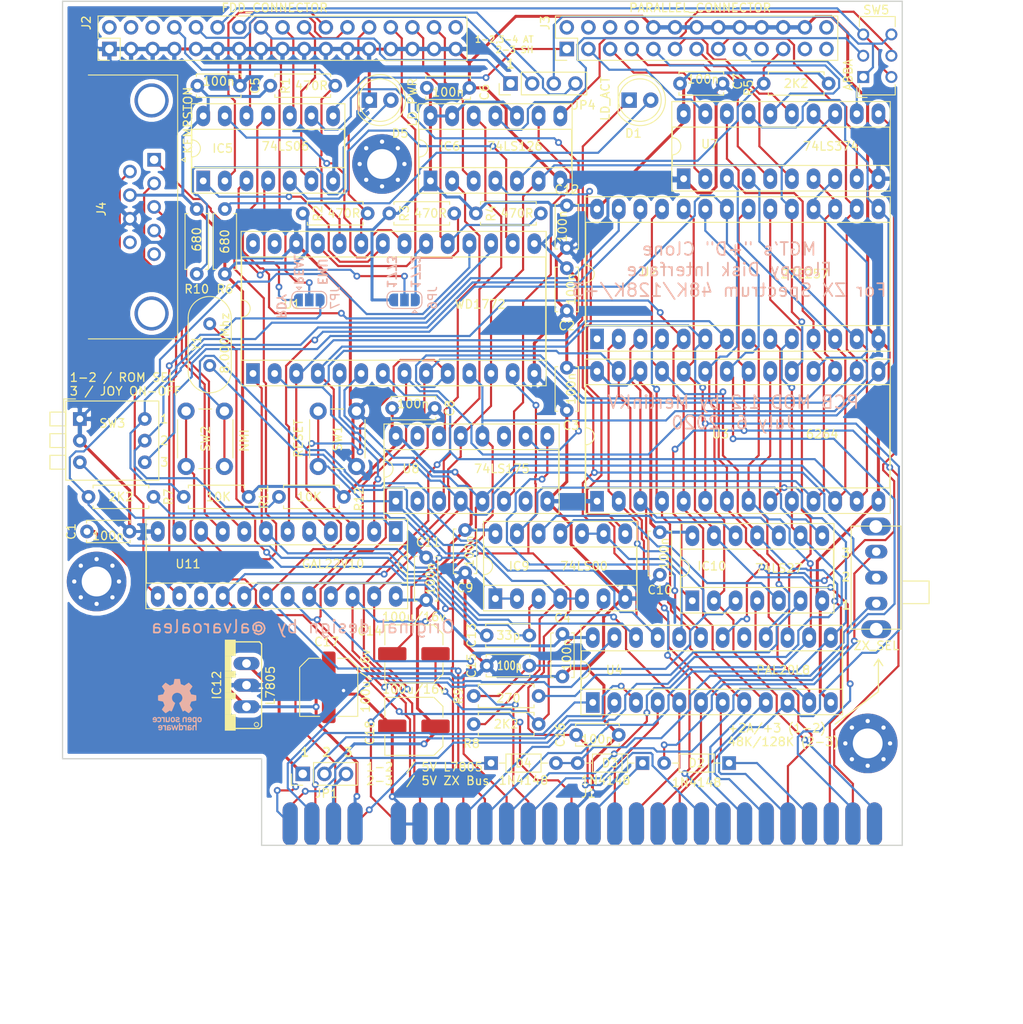
<source format=kicad_pcb>
(kicad_pcb (version 20171130) (host pcbnew "(5.1.6)-1")
  (layers (0 F.Cu signal) (31 B.Cu signal) (34 B.Paste user) (35 F.Paste user) (36 B.SilkS user) (37 F.SilkS user) (38 B.Mask user) (39 F.Mask user) (44 Edge.Cuts user))
  (net 0 "")
  (net 1 GND)
  (net 2 NMI)
  (net 3 FDC_CS)
  (net 4 PRN_STR)
  (net 5 DSK_CS)
  (net 6 PRN_CS)
  (net 7 "Net-(C15-Pad2)")
  (net 8 /DS1)
  (net 9 RAM_CS)
  (net 10 ROM_CS)
  (net 11 "Net-(D1-Pad2)")
  (net 12 "Net-(D1-Pad1)")
  (net 13 "Net-(D5-Pad2)")
  (net 14 /INDEX)
  (net 15 /MOTOR_ON)
  (net 16 /DIR)
  (net 17 /STEP)
  (net 18 /HEAD)
  (net 19 ALT_MOTOR_ON)
  (net 20 /TRACK_0)
  (net 21 "Net-(C13-Pad2)")
  (net 22 "Net-(C13-Pad1)")
  (net 23 "Net-(C14-Pad1)")
  (net 24 "Net-(C14-Pad2)")
  (net 25 "Net-(IC5-Pad9)")
  (net 26 "Net-(IC5-Pad3)")
  (net 27 "Net-(IC5-Pad4)")
  (net 28 "Net-(IC6-Pad12)")
  (net 29 "Net-(IC6-Pad11)")
  (net 30 "Net-(IC6-Pad4)")
  (net 31 "Net-(IC6-Pad9)")
  (net 32 "Net-(IC6-Pad2)")
  (net 33 "Net-(IC6-Pad8)")
  (net 34 "Net-(IC10-Pad8)")
  (net 35 "Net-(IC10-Pad12)")
  (net 36 "Net-(IC9-Pad4)")
  (net 37 "Net-(IC10-Pad5)")
  (net 38 "Net-(IC10-Pad6)")
  (net 39 "Net-(IC12-Pad3)")
  (net 40 "Net-(J2-Pad10)")
  (net 41 "Net-(J2-Pad14)")
  (net 42 JOY_EN)
  (net 43 "Net-(J2-Pad2)")
  (net 44 "Net-(J2-Pad4)")
  (net 45 "Net-(J2-Pad6)")
  (net 46 "Net-(J2-Pad34)")
  (net 47 "Net-(J3-Pad2)")
  (net 48 "Net-(J3-Pad4)")
  (net 49 "Net-(J3-Pad6)")
  (net 50 "Net-(J3-Pad8)")
  (net 51 "Net-(J3-Pad19)")
  (net 52 "Net-(J3-Pad23)")
  (net 53 "Net-(J3-Pad25)")
  (net 54 "Net-(J3-Pad26)")
  (net 55 "Net-(J4-Pad5)")
  (net 56 "Net-(J4-Pad9)")
  (net 57 RESET)
  (net 58 D7)
  (net 59 A10)
  (net 60 A11)
  (net 61 A0)
  (net 62 A12)
  (net 63 A7)
  (net 64 M1)
  (net 65 A8)
  (net 66 A9)
  (net 67 D0)
  (net 68 D1)
  (net 69 D2)
  (net 70 D3)
  (net 71 D4)
  (net 72 D5)
  (net 73 RD)
  (net 74 D6)
  (net 75 A3)
  (net 76 A4)
  (net 77 WR)
  (net 78 A15)
  (net 79 A13)
  (net 80 "Net-(J1-Pad13A)")
  (net 81 "Net-(J1-Pad15A)")
  (net 82 IORQ)
  (net 83 A14)
  (net 84 MREQ)
  (net 85 "Net-(J1-Pad26B)")
  (net 86 "Net-(J1-Pad18B)")
  (net 87 A5)
  (net 88 "Net-(J1-Pad22A)")
  (net 89 "Net-(J1-Pad20A)")
  (net 90 "Net-(J1-Pad8B)")
  (net 91 "Net-(J1-Pad25A)")
  (net 92 "Net-(J1-Pad28A)")
  (net 93 "Net-(J1-Pad17B)")
  (net 94 "Net-(J1-Pad19B)")
  (net 95 A6)
  (net 96 A2)
  (net 97 "Net-(J1-Pad23A)")
  (net 98 "Net-(J1-Pad16B)")
  (net 99 A1)
  (net 100 "Net-(J1-Pad13B)")
  (net 101 "Net-(J1-Pad21A)")
  (net 102 "Net-(U1-Pad28)")
  (net 103 "Net-(U1-Pad27)")
  (net 104 "Net-(U4-Pad17)")
  (net 105 "Net-(U8-Pad15)")
  (net 106 "Net-(U8-Pad7)")
  (net 107 "Net-(U8-Pad11)")
  (net 108 "Net-(U8-Pad2)")
  (net 109 "Net-(U11-Pad15)")
  (net 110 /DS0)
  (net 111 /GATE_WRITE)
  (net 112 /DATA_WRITE)
  (net 113 /WRITE_PROT)
  (net 114 /DATA_READ)
  (net 115 "Net-(U2-Pad1)")
  (net 116 /WDWG)
  (net 117 /WDSTEP)
  (net 118 /WDDIRC)
  (net 119 /WDWD)
  (net 120 /WDMOTOR)
  (net 121 /P1)
  (net 122 /P21)
  (net 123 /P17)
  (net 124 /P15)
  (net 125 /P13)
  (net 126 /P11)
  (net 127 /P9)
  (net 128 /P7)
  (net 129 /P5)
  (net 130 /P3)
  (net 131 J6-FIRE)
  (net 132 J4-RIGHT)
  (net 133 J3-LEFT)
  (net 134 J2-DOWN)
  (net 135 J1-UP)
  (net 136 ROM48)
  (net 137 ROMOE2)
  (net 138 ROMOE1)
  (net 139 ROMA14)
  (net 140 ROMA13)
  (net 141 P3_5V)
  (net 142 +9V)
  (net 143 +5V)
  (net 144 "Net-(D2-Pad2)")
  (net 145 "Net-(D3-Pad2)")
  (module Resistor_THT:R_Axial_DIN0207_L6.3mm_D2.5mm_P7.62mm_Horizontal (layer F.Cu) (at 77.724 83.566)
    (fp_text reference R11 (at 9.398 0 90) (layer F.SilkS))
    (fp_text value 10K (at 4.064 0) (layer F.SilkS))
    (pad 2 thru_hole oval (at 7.62 0) (size 1.6 1.6) (drill 0.8) (layers *.Cu *.Mask) (net 143 +5V))
    (pad 1 thru_hole circle (at 0 0) (size 1.6 1.6) (drill 0.8) (layers *.Cu *.Mask) (net 139 ROMA14))
  )
  (module Button_Switch_THT:SW_CuK_JS202011AQN_DPDT_Angled (layer F.Cu) (at 157.48 34.29 90)
    (fp_text reference SW5 (at 7.874 1.524) (layer F.SilkS))
    (fp_text value ABBA (at 0.254 -1.778 90) (layer F.SilkS))
    (pad 6 thru_hole circle (at 5 3.3 90) (size 1.4 1.4) (drill 0.9) (layers *.Cu *.Mask) (net 110 /DS0))
    (pad 5 thru_hole circle (at 2.5 3.3 90) (size 1.4 1.4) (drill 0.9) (layers *.Cu *.Mask) (net 33 "Net-(IC6-Pad8)"))
    (pad 4 thru_hole circle (at 0 3.3 90) (size 1.4 1.4) (drill 0.9) (layers *.Cu *.Mask) (net 8 /DS1))
    (pad 3 thru_hole circle (at 5 0 90) (size 1.4 1.4) (drill 0.9) (layers *.Cu *.Mask) (net 8 /DS1))
    (pad 2 thru_hole circle (at 2.5 0 90) (size 1.4 1.4) (drill 0.9) (layers *.Cu *.Mask) (net 29 "Net-(IC6-Pad11)"))
    (pad 1 thru_hole rect (at 0 0 90) (size 1.4 1.4) (drill 0.9) (layers *.Cu *.Mask) (net 110 /DS0))
  )
  (module Connector_Dsub:DSUB-9_Male_Horizontal_P2.77x2.84mm_EdgePinOffset4.94mm_Housed_MountingHolesOffset7.48mm (layer F.Cu) (at 74.25 44 270)
    (fp_text reference J4 (at 5.784 6.19 90) (layer F.SilkS))
    (fp_text value KEMPSTON (at -4.63 -3.97 90) (layer F.SilkS))
    (pad 0 thru_hole circle (at 18.04 0.3 270) (size 4 4) (drill 3.2) (layers *.Cu *.Mask))
    (pad 0 thru_hole circle (at -6.96 0.3 270) (size 4 4) (drill 3.2) (layers *.Cu *.Mask))
    (pad 9 thru_hole circle (at 9.695 2.84 270) (size 1.6 1.6) (drill 1) (layers *.Cu *.Mask) (net 56 "Net-(J4-Pad9)"))
    (pad 8 thru_hole circle (at 6.925 2.84 270) (size 1.6 1.6) (drill 1) (layers *.Cu *.Mask) (net 1 GND))
    (pad 7 thru_hole circle (at 4.155 2.84 270) (size 1.6 1.6) (drill 1) (layers *.Cu *.Mask) (net 143 +5V))
    (pad 6 thru_hole circle (at 1.385 2.84 270) (size 1.6 1.6) (drill 1) (layers *.Cu *.Mask) (net 131 J6-FIRE))
    (pad 5 thru_hole circle (at 11.08 0 270) (size 1.6 1.6) (drill 1) (layers *.Cu *.Mask) (net 55 "Net-(J4-Pad5)"))
    (pad 4 thru_hole circle (at 8.31 0 270) (size 1.6 1.6) (drill 1) (layers *.Cu *.Mask) (net 132 J4-RIGHT))
    (pad 3 thru_hole circle (at 5.54 0 270) (size 1.6 1.6) (drill 1) (layers *.Cu *.Mask) (net 133 J3-LEFT))
    (pad 2 thru_hole circle (at 2.77 0 270) (size 1.6 1.6) (drill 1) (layers *.Cu *.Mask) (net 134 J2-DOWN))
    (pad 1 thru_hole rect (at 0 0 270) (size 1.6 1.6) (drill 1) (layers *.Cu *.Mask) (net 135 J1-UP))
  )
  (module ZX_Spectrum:78XXS (layer F.Cu) (at 82.55 105.664 90)
    (fp_text reference IC12 (at 0 -0.95 90) (layer F.SilkS))
    (fp_text value L7805 (at -0.05 5.35 90) (layer F.SilkS))
    (pad 3 thru_hole oval (at 2.54 2.54 90) (size 1.524 3.048) (drill 1.016) (layers *.Cu *.Mask) (net 39 "Net-(IC12-Pad3)"))
    (pad 2 thru_hole oval (at 0 2.54 90) (size 1.524 3.048) (drill 1.016) (layers *.Cu *.Mask) (net 1 GND))
    (pad 1 thru_hole oval (at -2.54 2.54 90) (size 1.524 3.048) (drill 1.016) (layers *.Cu *.Mask) (net 142 +9V))
  )
  (module Capacitor_SMD:C_Elec_6.3x5.4 (layer F.Cu) (at 104.738 110.5 180)
    (fp_text reference C18 (at 5.17 -0.752 90) (layer F.SilkS))
    (fp_text value 100u/16v (at 0 4.35) (layer F.SilkS))
    (pad 2 smd roundrect (at 2.5375 0 180) (size 3.325 1.6) (layers F.Cu F.Paste F.Mask) (roundrect_rratio 0.15625) (net 1 GND))
    (pad 1 smd roundrect (at -2.5375 0 180) (size 3.325 1.6) (layers F.Cu F.Paste F.Mask) (roundrect_rratio 0.15625) (net 143 +5V))
  )
  (module Capacitor_SMD:C_Elec_6.3x5.8 (layer F.Cu) (at 94.742 105.918 270)
    (fp_text reference C17 (at -5.334 0.254) (layer F.SilkS))
    (fp_text value 100u/16v (at -0.762 -4.318 90) (layer F.SilkS))
    (pad 2 smd roundrect (at 2.5375 0 270) (size 3.325 1.6) (layers F.Cu F.Paste F.Mask) (roundrect_rratio 0.15625) (net 1 GND))
    (pad 1 smd roundrect (at -2.5375 0 270) (size 3.325 1.6) (layers F.Cu F.Paste F.Mask) (roundrect_rratio 0.15625) (net 142 +9V))
  )
  (module Capacitor_SMD:C_Elec_6.3x5.4 (layer F.Cu) (at 104.738 102 180)
    (fp_text reference C14 (at 5.17 2.686) (layer F.SilkS))
    (fp_text value 100u/16v (at 0 4.35) (layer F.SilkS))
    (pad 2 smd roundrect (at 2.5375 0 180) (size 3.325 1.6) (layers F.Cu F.Paste F.Mask) (roundrect_rratio 0.15625) (net 24 "Net-(C14-Pad2)"))
    (pad 1 smd roundrect (at -2.5375 0 180) (size 3.325 1.6) (layers F.Cu F.Paste F.Mask) (roundrect_rratio 0.15625) (net 23 "Net-(C14-Pad1)"))
  )
  (module Button_Switch_THT:SW_ON_ON_SPDT_TH (layer F.Cu) (at 159.004 94.996 90)
    (fp_text reference SW4 hide)
    (fp_text value ZX_SEL (at -6.038 0.012) (layer F.SilkS))
    (pad 1 thru_hole oval (at -1.1 0 90) (size 1.6 2.6) (drill 1) (layers *.Cu *.Mask) (net 145 "Net-(D3-Pad2)"))
    (pad "" thru_hole oval (at 7.95 -0.05 90) (size 2.1 3.5) (drill 1.5) (layers *.Cu *.Mask))
    (pad "" thru_hole oval (at -4.1 0 90) (size 2.1 3.5) (drill 1.5) (layers *.Cu *.Mask))
    (pad 3 thru_hole oval (at 5 0 90) (size 1.6 2.6) (drill 1) (layers *.Cu *.Mask) (net 144 "Net-(D2-Pad2)"))
    (pad 2 thru_hole oval (at 1.95 0 90) (size 1.6 2.6) (drill 1) (layers *.Cu *.Mask) (net 12 "Net-(D1-Pad1)"))
  )
  (module Button_Switch_THT:SW_DIP_SPSTx03_Piano_10.8x9.18mm_W7.62mm_P2.54mm (layer F.Cu) (at 65.532 74.422)
    (fp_text reference SW3 (at 3.81 0.508) (layer F.SilkS))
    (fp_text value ROMSEL_JOY hide)
    (pad 6 thru_hole oval (at 7.62 0) (size 1.6 1.6) (drill 0.8) (layers *.Cu *.Mask) (net 139 ROMA14))
    (pad 3 thru_hole oval (at 0 5.08) (size 1.6 1.6) (drill 0.8) (layers *.Cu *.Mask) (net 42 JOY_EN))
    (pad 5 thru_hole oval (at 7.62 2.54) (size 1.6 1.6) (drill 0.8) (layers *.Cu *.Mask) (net 140 ROMA13))
    (pad 2 thru_hole oval (at 0 2.54) (size 1.6 1.6) (drill 0.8) (layers *.Cu *.Mask) (net 1 GND))
    (pad 4 thru_hole oval (at 7.62 5.08) (size 1.6 1.6) (drill 0.8) (layers *.Cu *.Mask) (net 87 A5))
    (pad 1 thru_hole rect (at 0 0) (size 1.6 1.6) (drill 0.8) (layers *.Cu *.Mask) (net 1 GND))
  )
  (module Jumper:SolderJumper-3_P1.3mm_Open_RoundedPad1.0x1.5mm (layer B.Cu) (at 92.456 60.452)
    (fp_text reference JP7 (at 3.048 -0.254 -90) (layer B.SilkS) (effects (justify mirror)))
    (fp_text value RDSYSEL)
    (pad 2 smd rect (at 0 0) (size 1 1.5) (layers B.Cu B.Mask) (net 15 /MOTOR_ON))
    (pad 3 smd custom (at 1.3 0) (size 1 0.5) (layers B.Cu B.Mask) (net 19 ALT_MOTOR_ON) (options (clearance outline) (anchor rect)) (primitives (gr_circle (center 0 -0.25) (end 0.5 -0.25) (width 0)) (gr_circle (center 0 0.25) (end 0.5 0.25) (width 0)) (gr_poly (pts (xy -0.55 0.75) (xy 0 0.75) (xy 0 -0.75) (xy -0.55 -0.75)) (width 0))))
    (pad 1 smd custom (at -1.3 0) (size 1 0.5) (layers B.Cu B.Mask) (net 27 "Net-(IC5-Pad4)") (options (clearance outline) (anchor rect)) (primitives (gr_circle (center 0 -0.25) (end 0.5 -0.25) (width 0)) (gr_circle (center 0 0.25) (end 0.5 0.25) (width 0)) (gr_poly (pts (xy 0.55 0.75) (xy 0 0.75) (xy 0 -0.75) (xy 0.55 -0.75)) (width 0))))
  )
  (module Jumper:SolderJumper-3_P1.3mm_Open_RoundedPad1.0x1.5mm (layer B.Cu) (at 103.632 60.452 180)
    (fp_text reference JP6 (at -3.302 0.254 90) (layer B.SilkS) (effects (justify mirror)))
    (fp_text value WDSEL)
    (pad 2 smd rect (at 0 0 180) (size 1 1.5) (layers B.Cu B.Mask) (net 26 "Net-(IC5-Pad3)"))
    (pad 3 smd custom (at 1.3 0 180) (size 1 0.5) (layers B.Cu B.Mask) (net 143 +5V) (options (clearance outline) (anchor rect)) (primitives (gr_circle (center 0 -0.25) (end 0.5 -0.25) (width 0)) (gr_circle (center 0 0.25) (end 0.5 0.25) (width 0)) (gr_poly (pts (xy -0.55 0.75) (xy 0 0.75) (xy 0 -0.75) (xy -0.55 -0.75)) (width 0))))
    (pad 1 smd custom (at -1.3 0 180) (size 1 0.5) (layers B.Cu B.Mask) (net 120 /WDMOTOR) (options (clearance outline) (anchor rect)) (primitives (gr_circle (center 0 -0.25) (end 0.5 -0.25) (width 0)) (gr_circle (center 0 0.25) (end 0.5 0.25) (width 0)) (gr_poly (pts (xy 0.55 0.75) (xy 0 0.75) (xy 0 -0.75) (xy 0.55 -0.75)) (width 0))))
  )
  (module Resistor_THT:R_Axial_DIN0207_L6.3mm_D2.5mm_P7.62mm_Horizontal (layer F.Cu) (at 101.854 50.292)
    (fp_text reference R3 (at 1.778 0 90) (layer F.SilkS))
    (fp_text value 470R (at 4.826 0) (layer F.SilkS))
    (pad 2 thru_hole oval (at 7.62 0) (size 1.6 1.6) (drill 0.8) (layers *.Cu *.Mask) (net 113 /WRITE_PROT))
    (pad 1 thru_hole circle (at 0 0) (size 1.6 1.6) (drill 0.8) (layers *.Cu *.Mask) (net 143 +5V))
  )
  (module Package_DIP:DIP-14_W7.62mm_Socket_LongPads (layer F.Cu) (at 114.3 95.504 90)
    (fp_text reference IC9 (at 3.81 2.794) (layer F.SilkS))
    (fp_text value 74LS00 (at 3.81 10.414) (layer F.SilkS))
    (pad 14 thru_hole oval (at 7.62 0 90) (size 2.4 1.6) (drill 0.8) (layers *.Cu *.Mask) (net 143 +5V))
    (pad 7 thru_hole oval (at 0 15.24 90) (size 2.4 1.6) (drill 0.8) (layers *.Cu *.Mask) (net 1 GND))
    (pad 13 thru_hole oval (at 7.62 2.54 90) (size 2.4 1.6) (drill 0.8) (layers *.Cu *.Mask) (net 34 "Net-(IC10-Pad8)"))
    (pad 6 thru_hole oval (at 0 12.7 90) (size 2.4 1.6) (drill 0.8) (layers *.Cu *.Mask) (net 23 "Net-(C14-Pad1)"))
    (pad 12 thru_hole oval (at 7.62 5.08 90) (size 2.4 1.6) (drill 0.8) (layers *.Cu *.Mask) (net 35 "Net-(IC10-Pad12)"))
    (pad 5 thru_hole oval (at 0 10.16 90) (size 2.4 1.6) (drill 0.8) (layers *.Cu *.Mask) (net 36 "Net-(IC9-Pad4)"))
    (pad 11 thru_hole oval (at 7.62 7.62 90) (size 2.4 1.6) (drill 0.8) (layers *.Cu *.Mask) (net 37 "Net-(IC10-Pad5)"))
    (pad 4 thru_hole oval (at 0 7.62 90) (size 2.4 1.6) (drill 0.8) (layers *.Cu *.Mask) (net 36 "Net-(IC9-Pad4)"))
    (pad 10 thru_hole oval (at 7.62 10.16 90) (size 2.4 1.6) (drill 0.8) (layers *.Cu *.Mask) (net 4 PRN_STR))
    (pad 3 thru_hole oval (at 0 5.08 90) (size 2.4 1.6) (drill 0.8) (layers *.Cu *.Mask) (net 21 "Net-(C13-Pad2)"))
    (pad 9 thru_hole oval (at 7.62 12.7 90) (size 2.4 1.6) (drill 0.8) (layers *.Cu *.Mask) (net 4 PRN_STR))
    (pad 2 thru_hole oval (at 0 2.54 90) (size 2.4 1.6) (drill 0.8) (layers *.Cu *.Mask) (net 24 "Net-(C14-Pad2)"))
    (pad 8 thru_hole oval (at 7.62 15.24 90) (size 2.4 1.6) (drill 0.8) (layers *.Cu *.Mask) (net 30 "Net-(IC6-Pad4)"))
    (pad 1 thru_hole rect (at 0 0 90) (size 2.4 1.6) (drill 0.8) (layers *.Cu *.Mask) (net 24 "Net-(C14-Pad2)"))
  )
  (module Package_DIP:DIP-24_W7.62mm_Socket_LongPads (layer F.Cu) (at 102.616 87.63 270)
    (fp_text reference U11 (at 3.81 24.384) (layer F.SilkS))
    (fp_text value GAL22V10 (at 3.81 7.366) (layer F.SilkS))
    (pad 24 thru_hole oval (at 7.62 0 270) (size 2.4 1.6) (drill 0.8) (layers *.Cu *.Mask) (net 143 +5V))
    (pad 12 thru_hole oval (at 0 27.94 270) (size 2.4 1.6) (drill 0.8) (layers *.Cu *.Mask) (net 1 GND))
    (pad 23 thru_hole oval (at 7.62 2.54 270) (size 2.4 1.6) (drill 0.8) (layers *.Cu *.Mask) (net 67 D0))
    (pad 11 thru_hole oval (at 0 25.4 270) (size 2.4 1.6) (drill 0.8) (layers *.Cu *.Mask) (net 134 J2-DOWN))
    (pad 22 thru_hole oval (at 7.62 5.08 270) (size 2.4 1.6) (drill 0.8) (layers *.Cu *.Mask) (net 68 D1))
    (pad 10 thru_hole oval (at 0 22.86 270) (size 2.4 1.6) (drill 0.8) (layers *.Cu *.Mask) (net 135 J1-UP))
    (pad 21 thru_hole oval (at 7.62 7.62 270) (size 2.4 1.6) (drill 0.8) (layers *.Cu *.Mask) (net 69 D2))
    (pad 9 thru_hole oval (at 0 20.32 270) (size 2.4 1.6) (drill 0.8) (layers *.Cu *.Mask) (net 132 J4-RIGHT))
    (pad 20 thru_hole oval (at 7.62 10.16 270) (size 2.4 1.6) (drill 0.8) (layers *.Cu *.Mask) (net 70 D3))
    (pad 8 thru_hole oval (at 0 17.78 270) (size 2.4 1.6) (drill 0.8) (layers *.Cu *.Mask) (net 133 J3-LEFT))
    (pad 19 thru_hole oval (at 7.62 12.7 270) (size 2.4 1.6) (drill 0.8) (layers *.Cu *.Mask) (net 71 D4))
    (pad 7 thru_hole oval (at 0 15.24 270) (size 2.4 1.6) (drill 0.8) (layers *.Cu *.Mask) (net 3 FDC_CS))
    (pad 18 thru_hole oval (at 7.62 15.24 270) (size 2.4 1.6) (drill 0.8) (layers *.Cu *.Mask) (net 72 D5))
    (pad 6 thru_hole oval (at 0 12.7 270) (size 2.4 1.6) (drill 0.8) (layers *.Cu *.Mask) (net 73 RD))
    (pad 17 thru_hole oval (at 7.62 17.78 270) (size 2.4 1.6) (drill 0.8) (layers *.Cu *.Mask) (net 74 D6))
    (pad 5 thru_hole oval (at 0 10.16 270) (size 2.4 1.6) (drill 0.8) (layers *.Cu *.Mask) (net 82 IORQ))
    (pad 16 thru_hole oval (at 7.62 20.32 270) (size 2.4 1.6) (drill 0.8) (layers *.Cu *.Mask) (net 58 D7))
    (pad 4 thru_hole oval (at 0 7.62 270) (size 2.4 1.6) (drill 0.8) (layers *.Cu *.Mask) (net 75 A3))
    (pad 15 thru_hole oval (at 7.62 22.86 270) (size 2.4 1.6) (drill 0.8) (layers *.Cu *.Mask) (net 109 "Net-(U11-Pad15)"))
    (pad 3 thru_hole oval (at 0 5.08 270) (size 2.4 1.6) (drill 0.8) (layers *.Cu *.Mask) (net 76 A4))
    (pad 14 thru_hole oval (at 7.62 25.4 270) (size 2.4 1.6) (drill 0.8) (layers *.Cu *.Mask) (net 19 ALT_MOTOR_ON))
    (pad 2 thru_hole oval (at 0 2.54 270) (size 2.4 1.6) (drill 0.8) (layers *.Cu *.Mask) (net 77 WR))
    (pad 13 thru_hole oval (at 7.62 27.94 270) (size 2.4 1.6) (drill 0.8) (layers *.Cu *.Mask) (net 131 J6-FIRE))
    (pad 1 thru_hole rect (at 0 0 270) (size 2.4 1.6) (drill 0.8) (layers *.Cu *.Mask) (net 42 JOY_EN))
  )
  (module Package_DIP:DIP-14_W7.62mm_Socket_LongPads (layer F.Cu) (at 80.01 46.482 90)
    (fp_text reference IC5 (at 3.81 2.286) (layer F.SilkS))
    (fp_text value 74LS06 (at 4.064 9.652) (layer F.SilkS))
    (pad 14 thru_hole oval (at 7.62 0 90) (size 2.4 1.6) (drill 0.8) (layers *.Cu *.Mask) (net 143 +5V))
    (pad 7 thru_hole oval (at 0 15.24 90) (size 2.4 1.6) (drill 0.8) (layers *.Cu *.Mask) (net 1 GND))
    (pad 13 thru_hole oval (at 7.62 2.54 90) (size 2.4 1.6) (drill 0.8) (layers *.Cu *.Mask) (net 116 /WDWG))
    (pad 6 thru_hole oval (at 0 12.7 90) (size 2.4 1.6) (drill 0.8) (layers *.Cu *.Mask) (net 17 /STEP))
    (pad 12 thru_hole oval (at 7.62 5.08 90) (size 2.4 1.6) (drill 0.8) (layers *.Cu *.Mask) (net 111 /GATE_WRITE))
    (pad 5 thru_hole oval (at 0 10.16 90) (size 2.4 1.6) (drill 0.8) (layers *.Cu *.Mask) (net 117 /WDSTEP))
    (pad 11 thru_hole oval (at 7.62 7.62 90) (size 2.4 1.6) (drill 0.8) (layers *.Cu *.Mask) (net 118 /WDDIRC))
    (pad 4 thru_hole oval (at 0 7.62 90) (size 2.4 1.6) (drill 0.8) (layers *.Cu *.Mask) (net 27 "Net-(IC5-Pad4)"))
    (pad 10 thru_hole oval (at 7.62 10.16 90) (size 2.4 1.6) (drill 0.8) (layers *.Cu *.Mask) (net 16 /DIR))
    (pad 3 thru_hole oval (at 0 5.08 90) (size 2.4 1.6) (drill 0.8) (layers *.Cu *.Mask) (net 26 "Net-(IC5-Pad3)"))
    (pad 9 thru_hole oval (at 7.62 12.7 90) (size 2.4 1.6) (drill 0.8) (layers *.Cu *.Mask) (net 25 "Net-(IC5-Pad9)"))
    (pad 2 thru_hole oval (at 0 2.54 90) (size 2.4 1.6) (drill 0.8) (layers *.Cu *.Mask) (net 112 /DATA_WRITE))
    (pad 8 thru_hole oval (at 7.62 15.24 90) (size 2.4 1.6) (drill 0.8) (layers *.Cu *.Mask) (net 121 /P1))
    (pad 1 thru_hole rect (at 0 0 90) (size 2.4 1.6) (drill 0.8) (layers *.Cu *.Mask) (net 119 /WDWD))
  )
  (module Package_DIP:DIP-14_W7.62mm_Socket_LongPads (layer F.Cu) (at 106.68 46.482 90)
    (fp_text reference IC6 (at 4.064 2.286) (layer F.SilkS))
    (fp_text value 74LS126 (at 4.064 9.906) (layer F.SilkS))
    (pad 14 thru_hole oval (at 7.62 0 90) (size 2.4 1.6) (drill 0.8) (layers *.Cu *.Mask) (net 143 +5V))
    (pad 7 thru_hole oval (at 0 15.24 90) (size 2.4 1.6) (drill 0.8) (layers *.Cu *.Mask) (net 1 GND))
    (pad 13 thru_hole oval (at 7.62 2.54 90) (size 2.4 1.6) (drill 0.8) (layers *.Cu *.Mask) (net 143 +5V))
    (pad 6 thru_hole oval (at 0 12.7 90) (size 2.4 1.6) (drill 0.8) (layers *.Cu *.Mask) (net 58 D7))
    (pad 12 thru_hole oval (at 7.62 5.08 90) (size 2.4 1.6) (drill 0.8) (layers *.Cu *.Mask) (net 28 "Net-(IC6-Pad12)"))
    (pad 5 thru_hole oval (at 0 10.16 90) (size 2.4 1.6) (drill 0.8) (layers *.Cu *.Mask) (net 122 /P21))
    (pad 11 thru_hole oval (at 7.62 7.62 90) (size 2.4 1.6) (drill 0.8) (layers *.Cu *.Mask) (net 29 "Net-(IC6-Pad11)"))
    (pad 4 thru_hole oval (at 0 7.62 90) (size 2.4 1.6) (drill 0.8) (layers *.Cu *.Mask) (net 30 "Net-(IC6-Pad4)"))
    (pad 10 thru_hole oval (at 7.62 10.16 90) (size 2.4 1.6) (drill 0.8) (layers *.Cu *.Mask) (net 143 +5V))
    (pad 3 thru_hole oval (at 0 5.08 90) (size 2.4 1.6) (drill 0.8) (layers *.Cu *.Mask) (net 18 /HEAD))
    (pad 9 thru_hole oval (at 7.62 12.7 90) (size 2.4 1.6) (drill 0.8) (layers *.Cu *.Mask) (net 31 "Net-(IC6-Pad9)"))
    (pad 2 thru_hole oval (at 0 2.54 90) (size 2.4 1.6) (drill 0.8) (layers *.Cu *.Mask) (net 32 "Net-(IC6-Pad2)"))
    (pad 8 thru_hole oval (at 7.62 15.24 90) (size 2.4 1.6) (drill 0.8) (layers *.Cu *.Mask) (net 33 "Net-(IC6-Pad8)"))
    (pad 1 thru_hole rect (at 0 0 90) (size 2.4 1.6) (drill 0.8) (layers *.Cu *.Mask) (net 143 +5V))
  )
  (module Resistor_THT:R_Axial_DIN0207_L6.3mm_D2.5mm_P7.62mm_Horizontal (layer F.Cu) (at 145.796 35.052)
    (fp_text reference R5 (at -1.778 0.508 90) (layer F.SilkS))
    (fp_text value 2K2 (at 3.81 0) (layer F.SilkS))
    (pad 2 thru_hole oval (at 7.62 0) (size 1.6 1.6) (drill 0.8) (layers *.Cu *.Mask) (net 143 +5V))
    (pad 1 thru_hole circle (at 0 0) (size 1.6 1.6) (drill 0.8) (layers *.Cu *.Mask) (net 122 /P21))
  )
  (module Package_DIP:DIP-14_W7.62mm_Socket_LongPads (layer F.Cu) (at 137.414 95.758 90)
    (fp_text reference IC10 (at 4.064 2.286) (layer F.SilkS))
    (fp_text value 74LS27 (at 3.81 10.16) (layer F.SilkS))
    (pad 14 thru_hole oval (at 7.62 0 90) (size 2.4 1.6) (drill 0.8) (layers *.Cu *.Mask) (net 143 +5V))
    (pad 7 thru_hole oval (at 0 15.24 90) (size 2.4 1.6) (drill 0.8) (layers *.Cu *.Mask) (net 1 GND))
    (pad 13 thru_hole oval (at 7.62 2.54 90) (size 2.4 1.6) (drill 0.8) (layers *.Cu *.Mask) (net 66 A9))
    (pad 6 thru_hole oval (at 0 12.7 90) (size 2.4 1.6) (drill 0.8) (layers *.Cu *.Mask) (net 38 "Net-(IC10-Pad6)"))
    (pad 12 thru_hole oval (at 7.62 5.08 90) (size 2.4 1.6) (drill 0.8) (layers *.Cu *.Mask) (net 35 "Net-(IC10-Pad12)"))
    (pad 5 thru_hole oval (at 0 10.16 90) (size 2.4 1.6) (drill 0.8) (layers *.Cu *.Mask) (net 37 "Net-(IC10-Pad5)"))
    (pad 11 thru_hole oval (at 7.62 7.62 90) (size 2.4 1.6) (drill 0.8) (layers *.Cu *.Mask) (net 65 A8))
    (pad 4 thru_hole oval (at 0 7.62 90) (size 2.4 1.6) (drill 0.8) (layers *.Cu *.Mask) (net 64 M1))
    (pad 10 thru_hole oval (at 7.62 10.16 90) (size 2.4 1.6) (drill 0.8) (layers *.Cu *.Mask) (net 63 A7))
    (pad 3 thru_hole oval (at 0 5.08 90) (size 2.4 1.6) (drill 0.8) (layers *.Cu *.Mask) (net 62 A12))
    (pad 9 thru_hole oval (at 7.62 12.7 90) (size 2.4 1.6) (drill 0.8) (layers *.Cu *.Mask) (net 61 A0))
    (pad 2 thru_hole oval (at 0 2.54 90) (size 2.4 1.6) (drill 0.8) (layers *.Cu *.Mask) (net 60 A11))
    (pad 8 thru_hole oval (at 7.62 15.24 90) (size 2.4 1.6) (drill 0.8) (layers *.Cu *.Mask) (net 34 "Net-(IC10-Pad8)"))
    (pad 1 thru_hole rect (at 0 0 90) (size 2.4 1.6) (drill 0.8) (layers *.Cu *.Mask) (net 59 A10))
  )
  (module MountingHole:MountingHole_3.5mm_Pad_Via (layer F.Cu) (at 101 44.5)
    (fp_text reference HOLE2 hide)
    (fp_text value MountingHole_3.5mm_Pad_Via)
    (pad 1 thru_hole circle (at 0 0) (size 7 7) (drill 3.5) (layers *.Cu *.Mask))
    (pad 1 thru_hole circle (at 2.625 0) (size 0.8 0.8) (drill 0.5) (layers *.Cu *.Mask))
    (pad 1 thru_hole circle (at 1.856155 1.856155) (size 0.8 0.8) (drill 0.5) (layers *.Cu *.Mask))
    (pad 1 thru_hole circle (at 0 2.625) (size 0.8 0.8) (drill 0.5) (layers *.Cu *.Mask))
    (pad 1 thru_hole circle (at -1.856155 1.856155) (size 0.8 0.8) (drill 0.5) (layers *.Cu *.Mask))
    (pad 1 thru_hole circle (at -2.625 0) (size 0.8 0.8) (drill 0.5) (layers *.Cu *.Mask))
    (pad 1 thru_hole circle (at -1.856155 -1.856155) (size 0.8 0.8) (drill 0.5) (layers *.Cu *.Mask))
    (pad 1 thru_hole circle (at 0 -2.625) (size 0.8 0.8) (drill 0.5) (layers *.Cu *.Mask))
    (pad 1 thru_hole circle (at 1.856155 -1.856155) (size 0.8 0.8) (drill 0.5) (layers *.Cu *.Mask))
  )
  (module MountingHole:MountingHole_3.5mm_Pad_Via (layer F.Cu) (at 67.5 93.5)
    (fp_text reference HOLE1 hide)
    (fp_text value MountingHole_3.5mm_Pad_Via)
    (pad 1 thru_hole circle (at 1.856155 -1.856155) (size 0.8 0.8) (drill 0.5) (layers *.Cu *.Mask))
    (pad 1 thru_hole circle (at 0 -2.625) (size 0.8 0.8) (drill 0.5) (layers *.Cu *.Mask))
    (pad 1 thru_hole circle (at -1.856155 -1.856155) (size 0.8 0.8) (drill 0.5) (layers *.Cu *.Mask))
    (pad 1 thru_hole circle (at -2.625 0) (size 0.8 0.8) (drill 0.5) (layers *.Cu *.Mask))
    (pad 1 thru_hole circle (at -1.856155 1.856155) (size 0.8 0.8) (drill 0.5) (layers *.Cu *.Mask))
    (pad 1 thru_hole circle (at 0 2.625) (size 0.8 0.8) (drill 0.5) (layers *.Cu *.Mask))
    (pad 1 thru_hole circle (at 1.856155 1.856155) (size 0.8 0.8) (drill 0.5) (layers *.Cu *.Mask))
    (pad 1 thru_hole circle (at 2.625 0) (size 0.8 0.8) (drill 0.5) (layers *.Cu *.Mask))
    (pad 1 thru_hole circle (at 0 0) (size 7 7) (drill 3.5) (layers *.Cu *.Mask))
  )
  (module MountingHole:MountingHole_3.5mm_Pad_Via (layer F.Cu) (at 158 112.5)
    (fp_text reference HOLE3 hide)
    (fp_text value MountingHole_3.5mm_Pad_Via)
    (pad 1 thru_hole circle (at 1.856155 -1.856155) (size 0.8 0.8) (drill 0.5) (layers *.Cu *.Mask))
    (pad 1 thru_hole circle (at 0 -2.625) (size 0.8 0.8) (drill 0.5) (layers *.Cu *.Mask))
    (pad 1 thru_hole circle (at -1.856155 -1.856155) (size 0.8 0.8) (drill 0.5) (layers *.Cu *.Mask))
    (pad 1 thru_hole circle (at -2.625 0) (size 0.8 0.8) (drill 0.5) (layers *.Cu *.Mask))
    (pad 1 thru_hole circle (at -1.856155 1.856155) (size 0.8 0.8) (drill 0.5) (layers *.Cu *.Mask))
    (pad 1 thru_hole circle (at 0 2.625) (size 0.8 0.8) (drill 0.5) (layers *.Cu *.Mask))
    (pad 1 thru_hole circle (at 1.856155 1.856155) (size 0.8 0.8) (drill 0.5) (layers *.Cu *.Mask))
    (pad 1 thru_hole circle (at 2.625 0) (size 0.8 0.8) (drill 0.5) (layers *.Cu *.Mask))
    (pad 1 thru_hole circle (at 0 0) (size 7 7) (drill 3.5) (layers *.Cu *.Mask))
  )
  (module Button_Switch_THT:SW_PUSH_6mm (layer F.Cu) (at 78 80 90)
    (fp_text reference SW2 (at 3.25 2.286 90) (layer F.SilkS))
    (fp_text value NMI (at 3.038 6.836 90) (layer F.SilkS))
    (pad 1 thru_hole circle (at 6.5 0 180) (size 2 2) (drill 1.1) (layers *.Cu *.Mask) (net 2 NMI))
    (pad 2 thru_hole circle (at 6.5 4.5 180) (size 2 2) (drill 1.1) (layers *.Cu *.Mask) (net 12 "Net-(D1-Pad1)"))
    (pad 1 thru_hole circle (at 0 0 180) (size 2 2) (drill 1.1) (layers *.Cu *.Mask) (net 2 NMI))
    (pad 2 thru_hole circle (at 0 4.5 180) (size 2 2) (drill 1.1) (layers *.Cu *.Mask) (net 12 "Net-(D1-Pad1)"))
  )
  (module Button_Switch_THT:SW_PUSH_6mm (layer F.Cu) (at 93.5 80 90)
    (fp_text reference SW1 (at 3.302 2.286 90) (layer F.SilkS))
    (fp_text value RESET (at 3.292 -2.314 90) (layer F.SilkS))
    (pad 1 thru_hole circle (at 6.5 0 180) (size 2 2) (drill 1.1) (layers *.Cu *.Mask) (net 57 RESET))
    (pad 2 thru_hole circle (at 6.5 4.5 180) (size 2 2) (drill 1.1) (layers *.Cu *.Mask) (net 1 GND))
    (pad 1 thru_hole circle (at 0 0 180) (size 2 2) (drill 1.1) (layers *.Cu *.Mask) (net 57 RESET))
    (pad 2 thru_hole circle (at 0 4.5 180) (size 2 2) (drill 1.1) (layers *.Cu *.Mask) (net 1 GND))
  )
  (module Package_DIP:DIP-20_W7.62mm_Socket_LongPads (layer F.Cu) (at 136.398 46.228 90)
    (fp_text reference U7 (at 4.064 3.048) (layer F.SilkS))
    (fp_text value 74LS374 (at 3.81 17.272) (layer F.SilkS))
    (pad 20 thru_hole oval (at 7.62 0 90) (size 2.4 1.6) (drill 0.8) (layers *.Cu *.Mask) (net 143 +5V))
    (pad 10 thru_hole oval (at 0 22.86 90) (size 2.4 1.6) (drill 0.8) (layers *.Cu *.Mask) (net 1 GND))
    (pad 19 thru_hole oval (at 7.62 2.54 90) (size 2.4 1.6) (drill 0.8) (layers *.Cu *.Mask) (net 130 /P3))
    (pad 9 thru_hole oval (at 0 20.32 90) (size 2.4 1.6) (drill 0.8) (layers *.Cu *.Mask) (net 124 /P15))
    (pad 18 thru_hole oval (at 7.62 5.08 90) (size 2.4 1.6) (drill 0.8) (layers *.Cu *.Mask) (net 67 D0))
    (pad 8 thru_hole oval (at 0 17.78 90) (size 2.4 1.6) (drill 0.8) (layers *.Cu *.Mask) (net 74 D6))
    (pad 17 thru_hole oval (at 7.62 7.62 90) (size 2.4 1.6) (drill 0.8) (layers *.Cu *.Mask) (net 70 D3))
    (pad 7 thru_hole oval (at 0 15.24 90) (size 2.4 1.6) (drill 0.8) (layers *.Cu *.Mask) (net 72 D5))
    (pad 16 thru_hole oval (at 7.62 10.16 90) (size 2.4 1.6) (drill 0.8) (layers *.Cu *.Mask) (net 127 /P9))
    (pad 6 thru_hole oval (at 0 12.7 90) (size 2.4 1.6) (drill 0.8) (layers *.Cu *.Mask) (net 125 /P13))
    (pad 15 thru_hole oval (at 7.62 12.7 90) (size 2.4 1.6) (drill 0.8) (layers *.Cu *.Mask) (net 126 /P11))
    (pad 5 thru_hole oval (at 0 10.16 90) (size 2.4 1.6) (drill 0.8) (layers *.Cu *.Mask) (net 128 /P7))
    (pad 14 thru_hole oval (at 7.62 15.24 90) (size 2.4 1.6) (drill 0.8) (layers *.Cu *.Mask) (net 71 D4))
    (pad 4 thru_hole oval (at 0 7.62 90) (size 2.4 1.6) (drill 0.8) (layers *.Cu *.Mask) (net 69 D2))
    (pad 13 thru_hole oval (at 7.62 17.78 90) (size 2.4 1.6) (drill 0.8) (layers *.Cu *.Mask) (net 58 D7))
    (pad 3 thru_hole oval (at 0 5.08 90) (size 2.4 1.6) (drill 0.8) (layers *.Cu *.Mask) (net 68 D1))
    (pad 12 thru_hole oval (at 7.62 20.32 90) (size 2.4 1.6) (drill 0.8) (layers *.Cu *.Mask) (net 123 /P17))
    (pad 2 thru_hole oval (at 0 2.54 90) (size 2.4 1.6) (drill 0.8) (layers *.Cu *.Mask) (net 129 /P5))
    (pad 11 thru_hole oval (at 7.62 22.86 90) (size 2.4 1.6) (drill 0.8) (layers *.Cu *.Mask) (net 6 PRN_CS))
    (pad 1 thru_hole rect (at 0 0 90) (size 2.4 1.6) (drill 0.8) (layers *.Cu *.Mask) (net 1 GND))
  )
  (module Package_DIP:DIP-16_W7.62mm_Socket_LongPads (layer F.Cu) (at 102.616 84.074 90)
    (fp_text reference U8 (at 3.81 1.778) (layer F.SilkS))
    (fp_text value 74LS175 (at 3.81 12.446 180) (layer F.SilkS))
    (pad 16 thru_hole oval (at 7.62 0 90) (size 2.4 1.6) (drill 0.8) (layers *.Cu *.Mask) (net 143 +5V))
    (pad 8 thru_hole oval (at 0 17.78 90) (size 2.4 1.6) (drill 0.8) (layers *.Cu *.Mask) (net 1 GND))
    (pad 15 thru_hole oval (at 7.62 2.54 90) (size 2.4 1.6) (drill 0.8) (layers *.Cu *.Mask) (net 105 "Net-(U8-Pad15)"))
    (pad 7 thru_hole oval (at 0 15.24 90) (size 2.4 1.6) (drill 0.8) (layers *.Cu *.Mask) (net 106 "Net-(U8-Pad7)"))
    (pad 14 thru_hole oval (at 7.62 5.08 90) (size 2.4 1.6) (drill 0.8) (layers *.Cu *.Mask) (net 32 "Net-(IC6-Pad2)"))
    (pad 6 thru_hole oval (at 0 12.7 90) (size 2.4 1.6) (drill 0.8) (layers *.Cu *.Mask) (net 31 "Net-(IC6-Pad9)"))
    (pad 13 thru_hole oval (at 7.62 7.62 90) (size 2.4 1.6) (drill 0.8) (layers *.Cu *.Mask) (net 58 D7))
    (pad 5 thru_hole oval (at 0 10.16 90) (size 2.4 1.6) (drill 0.8) (layers *.Cu *.Mask) (net 68 D1))
    (pad 12 thru_hole oval (at 7.62 10.16 90) (size 2.4 1.6) (drill 0.8) (layers *.Cu *.Mask) (net 74 D6))
    (pad 4 thru_hole oval (at 0 7.62 90) (size 2.4 1.6) (drill 0.8) (layers *.Cu *.Mask) (net 67 D0))
    (pad 11 thru_hole oval (at 7.62 12.7 90) (size 2.4 1.6) (drill 0.8) (layers *.Cu *.Mask) (net 107 "Net-(U8-Pad11)"))
    (pad 3 thru_hole oval (at 0 5.08 90) (size 2.4 1.6) (drill 0.8) (layers *.Cu *.Mask) (net 28 "Net-(IC6-Pad12)"))
    (pad 10 thru_hole oval (at 7.62 15.24 90) (size 2.4 1.6) (drill 0.8) (layers *.Cu *.Mask) (net 25 "Net-(IC5-Pad9)"))
    (pad 2 thru_hole oval (at 0 2.54 90) (size 2.4 1.6) (drill 0.8) (layers *.Cu *.Mask) (net 108 "Net-(U8-Pad2)"))
    (pad 9 thru_hole oval (at 7.62 17.78 90) (size 2.4 1.6) (drill 0.8) (layers *.Cu *.Mask) (net 5 DSK_CS))
    (pad 1 thru_hole rect (at 0 0 90) (size 2.4 1.6) (drill 0.8) (layers *.Cu *.Mask) (net 57 RESET))
  )
  (module Package_DIP:DIP-24_W7.62mm_Socket_LongPads (layer F.Cu) (at 125.73 107.696 90)
    (fp_text reference U4 (at 3.81 2.54) (layer F.SilkS))
    (fp_text value PAL20L8 (at 3.81 22.352) (layer F.SilkS))
    (pad 24 thru_hole oval (at 7.62 0 90) (size 2.4 1.6) (drill 0.8) (layers *.Cu *.Mask) (net 143 +5V))
    (pad 12 thru_hole oval (at 0 27.94 90) (size 2.4 1.6) (drill 0.8) (layers *.Cu *.Mask) (net 1 GND))
    (pad 23 thru_hole oval (at 7.62 2.54 90) (size 2.4 1.6) (drill 0.8) (layers *.Cu *.Mask) (net 7 "Net-(C15-Pad2)"))
    (pad 11 thru_hole oval (at 0 25.4 90) (size 2.4 1.6) (drill 0.8) (layers *.Cu *.Mask) (net 75 A3))
    (pad 22 thru_hole oval (at 7.62 5.08 90) (size 2.4 1.6) (drill 0.8) (layers *.Cu *.Mask) (net 3 FDC_CS))
    (pad 10 thru_hole oval (at 0 22.86 90) (size 2.4 1.6) (drill 0.8) (layers *.Cu *.Mask) (net 76 A4))
    (pad 21 thru_hole oval (at 7.62 7.62 90) (size 2.4 1.6) (drill 0.8) (layers *.Cu *.Mask) (net 12 "Net-(D1-Pad1)"))
    (pad 9 thru_hole oval (at 0 20.32 90) (size 2.4 1.6) (drill 0.8) (layers *.Cu *.Mask) (net 87 A5))
    (pad 20 thru_hole oval (at 7.62 10.16 90) (size 2.4 1.6) (drill 0.8) (layers *.Cu *.Mask) (net 4 PRN_STR))
    (pad 8 thru_hole oval (at 0 17.78 90) (size 2.4 1.6) (drill 0.8) (layers *.Cu *.Mask) (net 95 A6))
    (pad 19 thru_hole oval (at 7.62 12.7 90) (size 2.4 1.6) (drill 0.8) (layers *.Cu *.Mask) (net 5 DSK_CS))
    (pad 7 thru_hole oval (at 0 15.24 90) (size 2.4 1.6) (drill 0.8) (layers *.Cu *.Mask) (net 77 WR))
    (pad 18 thru_hole oval (at 7.62 15.24 90) (size 2.4 1.6) (drill 0.8) (layers *.Cu *.Mask) (net 6 PRN_CS))
    (pad 6 thru_hole oval (at 0 12.7 90) (size 2.4 1.6) (drill 0.8) (layers *.Cu *.Mask) (net 73 RD))
    (pad 17 thru_hole oval (at 7.62 17.78 90) (size 2.4 1.6) (drill 0.8) (layers *.Cu *.Mask) (net 104 "Net-(U4-Pad17)"))
    (pad 5 thru_hole oval (at 0 10.16 90) (size 2.4 1.6) (drill 0.8) (layers *.Cu *.Mask) (net 82 IORQ))
    (pad 16 thru_hole oval (at 7.62 20.32 90) (size 2.4 1.6) (drill 0.8) (layers *.Cu *.Mask) (net 9 RAM_CS))
    (pad 4 thru_hole oval (at 0 7.62 90) (size 2.4 1.6) (drill 0.8) (layers *.Cu *.Mask) (net 84 MREQ))
    (pad 15 thru_hole oval (at 7.62 22.86 90) (size 2.4 1.6) (drill 0.8) (layers *.Cu *.Mask) (net 10 ROM_CS))
    (pad 3 thru_hole oval (at 0 5.08 90) (size 2.4 1.6) (drill 0.8) (layers *.Cu *.Mask) (net 79 A13))
    (pad 14 thru_hole oval (at 7.62 25.4 90) (size 2.4 1.6) (drill 0.8) (layers *.Cu *.Mask) (net 96 A2))
    (pad 2 thru_hole oval (at 0 2.54 90) (size 2.4 1.6) (drill 0.8) (layers *.Cu *.Mask) (net 78 A15))
    (pad 13 thru_hole oval (at 7.62 27.94 90) (size 2.4 1.6) (drill 0.8) (layers *.Cu *.Mask) (net 99 A1))
    (pad 1 thru_hole rect (at 0 0 90) (size 2.4 1.6) (drill 0.8) (layers *.Cu *.Mask) (net 83 A14))
  )
  (module Package_DIP:DIP-28_W15.24mm_Socket_LongPads (layer F.Cu) (at 126.238 84.074 90)
    (fp_text reference U3 (at 7.874 14.478) (layer F.SilkS))
    (fp_text value 6264 (at 7.874 26.416) (layer F.SilkS))
    (pad 28 thru_hole oval (at 15.24 0 90) (size 2.4 1.6) (drill 0.8) (layers *.Cu *.Mask) (net 143 +5V))
    (pad 14 thru_hole oval (at 0 33.02 90) (size 2.4 1.6) (drill 0.8) (layers *.Cu *.Mask) (net 1 GND))
    (pad 27 thru_hole oval (at 15.24 2.54 90) (size 2.4 1.6) (drill 0.8) (layers *.Cu *.Mask) (net 77 WR))
    (pad 13 thru_hole oval (at 0 30.48 90) (size 2.4 1.6) (drill 0.8) (layers *.Cu *.Mask) (net 69 D2))
    (pad 26 thru_hole oval (at 15.24 5.08 90) (size 2.4 1.6) (drill 0.8) (layers *.Cu *.Mask) (net 143 +5V))
    (pad 12 thru_hole oval (at 0 27.94 90) (size 2.4 1.6) (drill 0.8) (layers *.Cu *.Mask) (net 68 D1))
    (pad 25 thru_hole oval (at 15.24 7.62 90) (size 2.4 1.6) (drill 0.8) (layers *.Cu *.Mask) (net 65 A8))
    (pad 11 thru_hole oval (at 0 25.4 90) (size 2.4 1.6) (drill 0.8) (layers *.Cu *.Mask) (net 67 D0))
    (pad 24 thru_hole oval (at 15.24 10.16 90) (size 2.4 1.6) (drill 0.8) (layers *.Cu *.Mask) (net 66 A9))
    (pad 10 thru_hole oval (at 0 22.86 90) (size 2.4 1.6) (drill 0.8) (layers *.Cu *.Mask) (net 61 A0))
    (pad 23 thru_hole oval (at 15.24 12.7 90) (size 2.4 1.6) (drill 0.8) (layers *.Cu *.Mask) (net 60 A11))
    (pad 9 thru_hole oval (at 0 20.32 90) (size 2.4 1.6) (drill 0.8) (layers *.Cu *.Mask) (net 99 A1))
    (pad 22 thru_hole oval (at 15.24 15.24 90) (size 2.4 1.6) (drill 0.8) (layers *.Cu *.Mask) (net 73 RD))
    (pad 8 thru_hole oval (at 0 17.78 90) (size 2.4 1.6) (drill 0.8) (layers *.Cu *.Mask) (net 96 A2))
    (pad 21 thru_hole oval (at 15.24 17.78 90) (size 2.4 1.6) (drill 0.8) (layers *.Cu *.Mask) (net 59 A10))
    (pad 7 thru_hole oval (at 0 15.24 90) (size 2.4 1.6) (drill 0.8) (layers *.Cu *.Mask) (net 75 A3))
    (pad 20 thru_hole oval (at 15.24 20.32 90) (size 2.4 1.6) (drill 0.8) (layers *.Cu *.Mask) (net 9 RAM_CS))
    (pad 6 thru_hole oval (at 0 12.7 90) (size 2.4 1.6) (drill 0.8) (layers *.Cu *.Mask) (net 76 A4))
    (pad 19 thru_hole oval (at 15.24 22.86 90) (size 2.4 1.6) (drill 0.8) (layers *.Cu *.Mask) (net 58 D7))
    (pad 5 thru_hole oval (at 0 10.16 90) (size 2.4 1.6) (drill 0.8) (layers *.Cu *.Mask) (net 87 A5))
    (pad 18 thru_hole oval (at 15.24 25.4 90) (size 2.4 1.6) (drill 0.8) (layers *.Cu *.Mask) (net 74 D6))
    (pad 4 thru_hole oval (at 0 7.62 90) (size 2.4 1.6) (drill 0.8) (layers *.Cu *.Mask) (net 95 A6))
    (pad 17 thru_hole oval (at 15.24 27.94 90) (size 2.4 1.6) (drill 0.8) (layers *.Cu *.Mask) (net 72 D5))
    (pad 3 thru_hole oval (at 0 5.08 90) (size 2.4 1.6) (drill 0.8) (layers *.Cu *.Mask) (net 63 A7))
    (pad 16 thru_hole oval (at 15.24 30.48 90) (size 2.4 1.6) (drill 0.8) (layers *.Cu *.Mask) (net 71 D4))
    (pad 2 thru_hole oval (at 0 2.54 90) (size 2.4 1.6) (drill 0.8) (layers *.Cu *.Mask) (net 62 A12))
    (pad 15 thru_hole oval (at 15.24 33.02 90) (size 2.4 1.6) (drill 0.8) (layers *.Cu *.Mask) (net 70 D3))
    (pad 1 thru_hole rect (at 0 0 90) (size 2.4 1.6) (drill 0.8) (layers *.Cu *.Mask) (net 1 GND))
  )
  (module Package_DIP:DIP-28_W15.24mm_Socket_LongPads (layer F.Cu) (at 126.238 65.024 90)
    (fp_text reference U2 (at 7.874 6.096) (layer F.SilkS))
    (fp_text value 27E257 (at 7.62 24.384) (layer F.SilkS))
    (pad 28 thru_hole oval (at 15.24 0 90) (size 2.4 1.6) (drill 0.8) (layers *.Cu *.Mask) (net 143 +5V))
    (pad 14 thru_hole oval (at 0 33.02 90) (size 2.4 1.6) (drill 0.8) (layers *.Cu *.Mask) (net 1 GND))
    (pad 27 thru_hole oval (at 15.24 2.54 90) (size 2.4 1.6) (drill 0.8) (layers *.Cu *.Mask) (net 139 ROMA14))
    (pad 13 thru_hole oval (at 0 30.48 90) (size 2.4 1.6) (drill 0.8) (layers *.Cu *.Mask) (net 69 D2))
    (pad 26 thru_hole oval (at 15.24 5.08 90) (size 2.4 1.6) (drill 0.8) (layers *.Cu *.Mask) (net 140 ROMA13))
    (pad 12 thru_hole oval (at 0 27.94 90) (size 2.4 1.6) (drill 0.8) (layers *.Cu *.Mask) (net 68 D1))
    (pad 25 thru_hole oval (at 15.24 7.62 90) (size 2.4 1.6) (drill 0.8) (layers *.Cu *.Mask) (net 65 A8))
    (pad 11 thru_hole oval (at 0 25.4 90) (size 2.4 1.6) (drill 0.8) (layers *.Cu *.Mask) (net 67 D0))
    (pad 24 thru_hole oval (at 15.24 10.16 90) (size 2.4 1.6) (drill 0.8) (layers *.Cu *.Mask) (net 66 A9))
    (pad 10 thru_hole oval (at 0 22.86 90) (size 2.4 1.6) (drill 0.8) (layers *.Cu *.Mask) (net 61 A0))
    (pad 23 thru_hole oval (at 15.24 12.7 90) (size 2.4 1.6) (drill 0.8) (layers *.Cu *.Mask) (net 60 A11))
    (pad 9 thru_hole oval (at 0 20.32 90) (size 2.4 1.6) (drill 0.8) (layers *.Cu *.Mask) (net 99 A1))
    (pad 22 thru_hole oval (at 15.24 15.24 90) (size 2.4 1.6) (drill 0.8) (layers *.Cu *.Mask) (net 73 RD))
    (pad 8 thru_hole oval (at 0 17.78 90) (size 2.4 1.6) (drill 0.8) (layers *.Cu *.Mask) (net 96 A2))
    (pad 21 thru_hole oval (at 15.24 17.78 90) (size 2.4 1.6) (drill 0.8) (layers *.Cu *.Mask) (net 59 A10))
    (pad 7 thru_hole oval (at 0 15.24 90) (size 2.4 1.6) (drill 0.8) (layers *.Cu *.Mask) (net 75 A3))
    (pad 20 thru_hole oval (at 15.24 20.32 90) (size 2.4 1.6) (drill 0.8) (layers *.Cu *.Mask) (net 10 ROM_CS))
    (pad 6 thru_hole oval (at 0 12.7 90) (size 2.4 1.6) (drill 0.8) (layers *.Cu *.Mask) (net 76 A4))
    (pad 19 thru_hole oval (at 15.24 22.86 90) (size 2.4 1.6) (drill 0.8) (layers *.Cu *.Mask) (net 58 D7))
    (pad 5 thru_hole oval (at 0 10.16 90) (size 2.4 1.6) (drill 0.8) (layers *.Cu *.Mask) (net 87 A5))
    (pad 18 thru_hole oval (at 15.24 25.4 90) (size 2.4 1.6) (drill 0.8) (layers *.Cu *.Mask) (net 74 D6))
    (pad 4 thru_hole oval (at 0 7.62 90) (size 2.4 1.6) (drill 0.8) (layers *.Cu *.Mask) (net 95 A6))
    (pad 17 thru_hole oval (at 15.24 27.94 90) (size 2.4 1.6) (drill 0.8) (layers *.Cu *.Mask) (net 72 D5))
    (pad 3 thru_hole oval (at 0 5.08 90) (size 2.4 1.6) (drill 0.8) (layers *.Cu *.Mask) (net 63 A7))
    (pad 16 thru_hole oval (at 15.24 30.48 90) (size 2.4 1.6) (drill 0.8) (layers *.Cu *.Mask) (net 71 D4))
    (pad 2 thru_hole oval (at 0 2.54 90) (size 2.4 1.6) (drill 0.8) (layers *.Cu *.Mask) (net 62 A12))
    (pad 15 thru_hole oval (at 15.24 33.02 90) (size 2.4 1.6) (drill 0.8) (layers *.Cu *.Mask) (net 70 D3))
    (pad 1 thru_hole rect (at 0 0 90) (size 2.4 1.6) (drill 0.8) (layers *.Cu *.Mask) (net 115 "Net-(U2-Pad1)"))
  )
  (module Package_DIP:DIP-28_W15.24mm_Socket_LongPads (layer F.Cu) (at 85.852 69.088 90)
    (fp_text reference U1 (at 8.128 4.572) (layer F.SilkS))
    (fp_text value WD1772 (at 8.128 26.67) (layer F.SilkS))
    (pad 28 thru_hole oval (at 15.24 0 90) (size 2.4 1.6) (drill 0.8) (layers *.Cu *.Mask) (net 102 "Net-(U1-Pad28)"))
    (pad 14 thru_hole oval (at 0 33.02 90) (size 2.4 1.6) (drill 0.8) (layers *.Cu *.Mask) (net 1 GND))
    (pad 27 thru_hole oval (at 15.24 2.54 90) (size 2.4 1.6) (drill 0.8) (layers *.Cu *.Mask) (net 103 "Net-(U1-Pad27)"))
    (pad 13 thru_hole oval (at 0 30.48 90) (size 2.4 1.6) (drill 0.8) (layers *.Cu *.Mask) (net 57 RESET))
    (pad 26 thru_hole oval (at 15.24 5.08 90) (size 2.4 1.6) (drill 0.8) (layers *.Cu *.Mask) (net 1 GND))
    (pad 12 thru_hole oval (at 0 27.94 90) (size 2.4 1.6) (drill 0.8) (layers *.Cu *.Mask) (net 58 D7))
    (pad 25 thru_hole oval (at 15.24 7.62 90) (size 2.4 1.6) (drill 0.8) (layers *.Cu *.Mask) (net 113 /WRITE_PROT))
    (pad 11 thru_hole oval (at 0 25.4 90) (size 2.4 1.6) (drill 0.8) (layers *.Cu *.Mask) (net 74 D6))
    (pad 24 thru_hole oval (at 15.24 10.16 90) (size 2.4 1.6) (drill 0.8) (layers *.Cu *.Mask) (net 14 /INDEX))
    (pad 10 thru_hole oval (at 0 22.86 90) (size 2.4 1.6) (drill 0.8) (layers *.Cu *.Mask) (net 72 D5))
    (pad 23 thru_hole oval (at 15.24 12.7 90) (size 2.4 1.6) (drill 0.8) (layers *.Cu *.Mask) (net 20 /TRACK_0))
    (pad 9 thru_hole oval (at 0 20.32 90) (size 2.4 1.6) (drill 0.8) (layers *.Cu *.Mask) (net 71 D4))
    (pad 22 thru_hole oval (at 15.24 15.24 90) (size 2.4 1.6) (drill 0.8) (layers *.Cu *.Mask) (net 119 /WDWD))
    (pad 8 thru_hole oval (at 0 17.78 90) (size 2.4 1.6) (drill 0.8) (layers *.Cu *.Mask) (net 70 D3))
    (pad 21 thru_hole oval (at 15.24 17.78 90) (size 2.4 1.6) (drill 0.8) (layers *.Cu *.Mask) (net 116 /WDWG))
    (pad 7 thru_hole oval (at 0 15.24 90) (size 2.4 1.6) (drill 0.8) (layers *.Cu *.Mask) (net 69 D2))
    (pad 20 thru_hole oval (at 15.24 20.32 90) (size 2.4 1.6) (drill 0.8) (layers *.Cu *.Mask) (net 120 /WDMOTOR))
    (pad 6 thru_hole oval (at 0 12.7 90) (size 2.4 1.6) (drill 0.8) (layers *.Cu *.Mask) (net 68 D1))
    (pad 19 thru_hole oval (at 15.24 22.86 90) (size 2.4 1.6) (drill 0.8) (layers *.Cu *.Mask) (net 114 /DATA_READ))
    (pad 5 thru_hole oval (at 0 10.16 90) (size 2.4 1.6) (drill 0.8) (layers *.Cu *.Mask) (net 67 D0))
    (pad 18 thru_hole oval (at 15.24 25.4 90) (size 2.4 1.6) (drill 0.8) (layers *.Cu *.Mask) (net 21 "Net-(C13-Pad2)"))
    (pad 4 thru_hole oval (at 0 7.62 90) (size 2.4 1.6) (drill 0.8) (layers *.Cu *.Mask) (net 76 A4))
    (pad 17 thru_hole oval (at 15.24 27.94 90) (size 2.4 1.6) (drill 0.8) (layers *.Cu *.Mask) (net 118 /WDDIRC))
    (pad 3 thru_hole oval (at 0 5.08 90) (size 2.4 1.6) (drill 0.8) (layers *.Cu *.Mask) (net 75 A3))
    (pad 16 thru_hole oval (at 15.24 30.48 90) (size 2.4 1.6) (drill 0.8) (layers *.Cu *.Mask) (net 117 /WDSTEP))
    (pad 2 thru_hole oval (at 0 2.54 90) (size 2.4 1.6) (drill 0.8) (layers *.Cu *.Mask) (net 77 WR))
    (pad 15 thru_hole oval (at 15.24 33.02 90) (size 2.4 1.6) (drill 0.8) (layers *.Cu *.Mask) (net 143 +5V))
    (pad 1 thru_hole rect (at 0 0 90) (size 2.4 1.6) (drill 0.8) (layers *.Cu *.Mask) (net 3 FDC_CS))
  )
  (module Resistor_THT:R_Axial_DIN0207_L6.3mm_D2.5mm_P7.62mm_Horizontal (layer F.Cu) (at 88.9 83.566)
    (fp_text reference R12 (at 9.398 0.254 90) (layer F.SilkS))
    (fp_text value 10K (at 3.556 0) (layer F.SilkS))
    (pad 2 thru_hole oval (at 7.62 0) (size 1.6 1.6) (drill 0.8) (layers *.Cu *.Mask) (net 143 +5V))
    (pad 1 thru_hole circle (at 0 0) (size 1.6 1.6) (drill 0.8) (layers *.Cu *.Mask) (net 140 ROMA13))
  )
  (module Resistor_THT:R_Axial_DIN0207_L6.3mm_D2.5mm_P7.62mm_Horizontal (layer F.Cu) (at 79.248 57.404 90)
    (fp_text reference R10 (at -1.778 0) (layer F.SilkS))
    (fp_text value 680 (at 4.064 0 90) (layer F.SilkS))
    (pad 2 thru_hole oval (at 7.62 0 90) (size 1.6 1.6) (drill 0.8) (layers *.Cu *.Mask) (net 143 +5V))
    (pad 1 thru_hole circle (at 0 0 90) (size 1.6 1.6) (drill 0.8) (layers *.Cu *.Mask) (net 13 "Net-(D5-Pad2)"))
  )
  (module Resistor_THT:R_Axial_DIN0207_L6.3mm_D2.5mm_P7.62mm_Horizontal (layer F.Cu) (at 111.76 106.934)
    (fp_text reference R9 (at -1.778 0 -90) (layer F.SilkS))
    (fp_text value 270 (at 4.064 0.254) (layer F.SilkS))
    (pad 2 thru_hole oval (at 7.62 0) (size 1.6 1.6) (drill 0.8) (layers *.Cu *.Mask) (net 38 "Net-(IC10-Pad6)"))
    (pad 1 thru_hole circle (at 0 0) (size 1.6 1.6) (drill 0.8) (layers *.Cu *.Mask) (net 7 "Net-(C15-Pad2)"))
  )
  (module Resistor_THT:R_Axial_DIN0207_L6.3mm_D2.5mm_P7.62mm_Horizontal (layer F.Cu) (at 111.76 110.236)
    (fp_text reference R8 (at -0.254 2.286) (layer F.SilkS))
    (fp_text value 2K2 (at 3.81 0) (layer F.SilkS))
    (pad 2 thru_hole oval (at 7.62 0) (size 1.6 1.6) (drill 0.8) (layers *.Cu *.Mask) (net 23 "Net-(C14-Pad1)"))
    (pad 1 thru_hole circle (at 0 0) (size 1.6 1.6) (drill 0.8) (layers *.Cu *.Mask) (net 36 "Net-(IC9-Pad4)"))
  )
  (module Resistor_THT:R_Axial_DIN0207_L6.3mm_D2.5mm_P7.62mm_Horizontal (layer F.Cu) (at 74.168 83.566 180)
    (fp_text reference R7 (at -1.778 0 270) (layer F.SilkS))
    (fp_text value 2K2 (at 3.81 0) (layer F.SilkS))
    (pad 2 thru_hole oval (at 7.62 0 180) (size 1.6 1.6) (drill 0.8) (layers *.Cu *.Mask) (net 21 "Net-(C13-Pad2)"))
    (pad 1 thru_hole circle (at 0 0 180) (size 1.6 1.6) (drill 0.8) (layers *.Cu *.Mask) (net 24 "Net-(C14-Pad2)"))
  )
  (module Resistor_THT:R_Axial_DIN0207_L6.3mm_D2.5mm_P7.62mm_Horizontal (layer F.Cu) (at 82.55 49.784 270)
    (fp_text reference R6 (at 9.398 0) (layer F.SilkS))
    (fp_text value 680 (at 3.81 0 90) (layer F.SilkS))
    (pad 2 thru_hole oval (at 7.62 0 270) (size 1.6 1.6) (drill 0.8) (layers *.Cu *.Mask) (net 143 +5V))
    (pad 1 thru_hole circle (at 0 0 270) (size 1.6 1.6) (drill 0.8) (layers *.Cu *.Mask) (net 11 "Net-(D1-Pad2)"))
  )
  (module Resistor_THT:R_Axial_DIN0207_L6.3mm_D2.5mm_P7.62mm_Horizontal (layer F.Cu) (at 112.014 50.292)
    (fp_text reference R4 (at 1.778 0 90) (layer F.SilkS))
    (fp_text value 470R (at 4.826 0) (layer F.SilkS))
    (pad 2 thru_hole oval (at 7.62 0) (size 1.6 1.6) (drill 0.8) (layers *.Cu *.Mask) (net 114 /DATA_READ))
    (pad 1 thru_hole circle (at 0 0) (size 1.6 1.6) (drill 0.8) (layers *.Cu *.Mask) (net 143 +5V))
  )
  (module Resistor_THT:R_Axial_DIN0207_L6.3mm_D2.5mm_P7.62mm_Horizontal (layer F.Cu) (at 91.694 50.292)
    (fp_text reference R2 (at 1.778 0 90) (layer F.SilkS))
    (fp_text value 470R (at 4.826 0) (layer F.SilkS))
    (pad 2 thru_hole oval (at 7.62 0) (size 1.6 1.6) (drill 0.8) (layers *.Cu *.Mask) (net 20 /TRACK_0))
    (pad 1 thru_hole circle (at 0 0) (size 1.6 1.6) (drill 0.8) (layers *.Cu *.Mask) (net 143 +5V))
  )
  (module Resistor_THT:R_Axial_DIN0207_L6.3mm_D2.5mm_P7.62mm_Horizontal (layer F.Cu) (at 87.884 35.306)
    (fp_text reference R1 (at 1.778 0 90) (layer F.SilkS))
    (fp_text value 470R (at 4.826 0) (layer F.SilkS))
    (pad 2 thru_hole oval (at 7.62 0) (size 1.6 1.6) (drill 0.8) (layers *.Cu *.Mask) (net 14 /INDEX))
    (pad 1 thru_hole circle (at 0 0) (size 1.6 1.6) (drill 0.8) (layers *.Cu *.Mask) (net 143 +5V))
  )
  (module Connector_PinHeader_2.54mm:PinHeader_1x04_P2.54mm_Vertical (layer F.Cu) (at 116.078 35.052 90)
    (fp_text reference JP4 (at -2.54 8.636) (layer F.SilkS))
    (fp_text value Conn_01x04)
    (pad 4 thru_hole oval (at 0 7.62 90) (size 1.7 1.7) (drill 1) (layers *.Cu *.Mask) (net 41 "Net-(J2-Pad14)"))
    (pad 3 thru_hole oval (at 0 5.08 90) (size 1.7 1.7) (drill 1) (layers *.Cu *.Mask) (net 110 /DS0))
    (pad 2 thru_hole oval (at 0 2.54 90) (size 1.7 1.7) (drill 1) (layers *.Cu *.Mask) (net 40 "Net-(J2-Pad10)"))
    (pad 1 thru_hole rect (at 0 0 90) (size 1.7 1.7) (drill 1) (layers *.Cu *.Mask) (net 15 /MOTOR_ON))
  )
  (module ZX_Spectrum:ZX_CONNECTOR_GENERIC_SORTED (layer F.Cu) (at 124.968 118.11)
    (fp_text reference J1 (at 0.25 0.25) (layer F.SilkS))
    (fp_text value ZX_CONNECTOR_GENERIC_SORTED)
    (pad 3A connect oval (at -29.67 3.85) (size 1.778 5.08) (layers F.Cu F.Mask) (net 58 D7))
    (pad 4A connect oval (at -27.13 3.85) (size 1.778 5.08) (layers F.Cu F.Mask) (net 138 ROMOE1))
    (pad 7A connect oval (at -19.51 3.85) (size 1.778 5.08) (layers F.Cu F.Mask) (net 68 D1))
    (pad 10A connect oval (at -11.89 3.85) (size 1.778 5.08) (layers F.Cu F.Mask) (net 72 D5))
    (pad 9A connect oval (at -14.43 3.85) (size 1.778 5.08) (layers F.Cu F.Mask) (net 74 D6))
    (pad 8A connect oval (at -16.97 3.85) (size 1.778 5.08) (layers F.Cu F.Mask) (net 69 D2))
    (pad 11A connect oval (at -9.35 3.85) (size 1.778 5.08) (layers F.Cu F.Mask) (net 70 D3))
    (pad 1A connect oval (at -34.75 3.85) (size 1.778 5.08) (layers F.Cu F.Mask) (net 78 A15))
    (pad 2A connect oval (at -32.21 3.85) (size 1.778 5.08) (layers F.Cu F.Mask) (net 79 A13))
    (pad 6A connect oval (at -22.05 3.85) (size 1.778 5.08) (layers F.Cu F.Mask) (net 67 D0))
    (pad 12A connect oval (at -6.81 3.85) (size 1.778 5.08) (layers F.Cu F.Mask) (net 71 D4))
    (pad 14A connect oval (at -1.73 3.85) (size 1.778 5.08) (layers F.Cu F.Mask) (net 2 NMI))
    (pad 13A connect oval (at -4.27 3.85) (size 1.778 5.08) (layers F.Cu F.Mask) (net 80 "Net-(J1-Pad13A)"))
    (pad 15A connect oval (at 0.81 3.85) (size 1.778 5.08) (layers F.Cu F.Mask) (net 81 "Net-(J1-Pad15A)"))
    (pad 17A connect oval (at 5.89 3.85) (size 1.778 5.08) (layers F.Cu F.Mask) (net 82 IORQ))
    (pad 1B connect oval (at -34.75 3.85) (size 1.778 5.08) (layers B.Cu B.Mask) (net 83 A14))
    (pad 2B connect oval (at -32.21 3.85) (size 1.778 5.08) (layers B.Cu B.Mask) (net 62 A12))
    (pad 4B connect oval (at -27.13 3.85) (size 1.778 5.08) (layers B.Cu B.Mask) (net 142 +9V))
    (pad 6B connect oval (at -22.05 3.85) (size 1.778 5.08) (layers B.Cu B.Mask) (net 1 GND))
    (pad 7B connect oval (at -19.51 3.85) (size 1.778 5.08) (layers B.Cu B.Mask) (net 1 GND))
    (pad 16A connect oval (at 3.35 3.85) (size 1.778 5.08) (layers F.Cu F.Mask) (net 84 MREQ))
    (pad 18A connect oval (at 8.43 3.85) (size 1.778 5.08) (layers F.Cu F.Mask) (net 73 RD))
    (pad 3B connect oval (at -29.67 3.85) (size 1.778 5.08) (layers B.Cu B.Mask) (net 141 P3_5V))
    (pad 26B connect oval (at 28.75 3.85) (size 1.778 5.08) (layers B.Cu B.Mask) (net 85 "Net-(J1-Pad26B)"))
    (pad 28B connect oval (at 33.83 3.85) (size 1.778 5.08) (layers B.Cu B.Mask) (net 60 A11))
    (pad 15B connect oval (at 0.81 3.85) (size 1.778 5.08) (layers B.Cu B.Mask) (net 137 ROMOE2))
    (pad 18B connect oval (at 8.43 3.85) (size 1.778 5.08) (layers B.Cu B.Mask) (net 86 "Net-(J1-Pad18B)"))
    (pad 23B connect oval (at 21.13 3.85) (size 1.778 5.08) (layers B.Cu B.Mask) (net 87 A5))
    (pad 21B connect oval (at 16.05 3.85) (size 1.778 5.08) (layers B.Cu B.Mask) (net 63 A7))
    (pad 12B connect oval (at -6.81 3.85) (size 1.778 5.08) (layers B.Cu B.Mask) (net 75 A3))
    (pad 22A connect oval (at 18.59 3.85) (size 1.778 5.08) (layers F.Cu F.Mask) (net 88 "Net-(J1-Pad22A)"))
    (pad 20A connect oval (at 13.51 3.85) (size 1.778 5.08) (layers F.Cu F.Mask) (net 89 "Net-(J1-Pad20A)"))
    (pad 24B connect oval (at 23.67 3.85) (size 1.778 5.08) (layers B.Cu B.Mask) (net 76 A4))
    (pad 8B connect oval (at -16.97 3.85) (size 1.778 5.08) (layers B.Cu B.Mask) (net 90 "Net-(J1-Pad8B)"))
    (pad 14B connect oval (at -1.73 3.85) (size 1.778 5.08) (layers B.Cu B.Mask) (net 1 GND))
    (pad 25A connect oval (at 26.21 3.85) (size 1.778 5.08) (layers F.Cu F.Mask) (net 91 "Net-(J1-Pad25A)"))
    (pad 27A connect oval (at 31.29 3.85) (size 1.778 5.08) (layers F.Cu F.Mask) (net 59 A10))
    (pad 28A connect oval (at 33.83 3.85) (size 1.778 5.08) (layers F.Cu F.Mask) (net 92 "Net-(J1-Pad28A)"))
    (pad 17B connect oval (at 5.89 3.85) (size 1.778 5.08) (layers B.Cu B.Mask) (net 93 "Net-(J1-Pad17B)"))
    (pad 19B connect oval (at 10.97 3.85) (size 1.778 5.08) (layers B.Cu B.Mask) (net 94 "Net-(J1-Pad19B)"))
    (pad 19A connect oval (at 10.97 3.85) (size 1.778 5.08) (layers F.Cu F.Mask) (net 77 WR))
    (pad 22B connect oval (at 18.59 3.85) (size 1.778 5.08) (layers B.Cu B.Mask) (net 95 A6))
    (pad 11B connect oval (at -9.35 3.85) (size 1.778 5.08) (layers B.Cu B.Mask) (net 96 A2))
    (pad 27B connect oval (at 31.29 3.85) (size 1.778 5.08) (layers B.Cu B.Mask) (net 66 A9))
    (pad 23A connect oval (at 21.13 3.85) (size 1.778 5.08) (layers F.Cu F.Mask) (net 97 "Net-(J1-Pad23A)"))
    (pad 16B connect oval (at 3.35 3.85) (size 1.778 5.08) (layers B.Cu B.Mask) (net 98 "Net-(J1-Pad16B)"))
    (pad 24A connect oval (at 23.67 3.85) (size 1.778 5.08) (layers F.Cu F.Mask) (net 64 M1))
    (pad 10B connect oval (at -11.89 3.85) (size 1.778 5.08) (layers B.Cu B.Mask) (net 99 A1))
    (pad 9B connect oval (at -14.43 3.85) (size 1.778 5.08) (layers B.Cu B.Mask) (net 61 A0))
    (pad 13B connect oval (at -4.27 3.85) (size 1.778 5.08) (layers B.Cu B.Mask) (net 100 "Net-(J1-Pad13B)"))
    (pad 25B connect oval (at 26.21 3.85) (size 1.778 5.08) (layers B.Cu B.Mask) (net 136 ROM48))
    (pad 26A connect oval (at 28.75 3.85) (size 1.778 5.08) (layers F.Cu F.Mask) (net 65 A8))
    (pad 21A connect oval (at 16.05 3.85) (size 1.778 5.08) (layers F.Cu F.Mask) (net 101 "Net-(J1-Pad21A)"))
    (pad 20B connect oval (at 13.51 3.85) (size 1.778 5.08) (layers B.Cu B.Mask) (net 57 RESET))
  )
  (module Connector_PinHeader_2.54mm:PinHeader_2x13_P2.54mm_Vertical (layer F.Cu) (at 122.682 31 90)
    (fp_text reference J3 (at 3.06 -2.54 90) (layer F.SilkS))
    (fp_text value PARALLEL_CONNECTOR (at 4.838 15.652) (layer F.SilkS))
    (pad 26 thru_hole oval (at 2.54 30.48 90) (size 1.7 1.7) (drill 1) (layers *.Cu *.Mask) (net 54 "Net-(J3-Pad26)"))
    (pad 25 thru_hole oval (at 0 30.48 90) (size 1.7 1.7) (drill 1) (layers *.Cu *.Mask) (net 53 "Net-(J3-Pad25)"))
    (pad 24 thru_hole oval (at 2.54 27.94 90) (size 1.7 1.7) (drill 1) (layers *.Cu *.Mask) (net 1 GND))
    (pad 23 thru_hole oval (at 0 27.94 90) (size 1.7 1.7) (drill 1) (layers *.Cu *.Mask) (net 52 "Net-(J3-Pad23)"))
    (pad 22 thru_hole oval (at 2.54 25.4 90) (size 1.7 1.7) (drill 1) (layers *.Cu *.Mask) (net 1 GND))
    (pad 21 thru_hole oval (at 0 25.4 90) (size 1.7 1.7) (drill 1) (layers *.Cu *.Mask) (net 122 /P21))
    (pad 20 thru_hole oval (at 2.54 22.86 90) (size 1.7 1.7) (drill 1) (layers *.Cu *.Mask) (net 1 GND))
    (pad 19 thru_hole oval (at 0 22.86 90) (size 1.7 1.7) (drill 1) (layers *.Cu *.Mask) (net 51 "Net-(J3-Pad19)"))
    (pad 18 thru_hole oval (at 2.54 20.32 90) (size 1.7 1.7) (drill 1) (layers *.Cu *.Mask) (net 1 GND))
    (pad 17 thru_hole oval (at 0 20.32 90) (size 1.7 1.7) (drill 1) (layers *.Cu *.Mask) (net 123 /P17))
    (pad 16 thru_hole oval (at 2.54 17.78 90) (size 1.7 1.7) (drill 1) (layers *.Cu *.Mask) (net 1 GND))
    (pad 15 thru_hole oval (at 0 17.78 90) (size 1.7 1.7) (drill 1) (layers *.Cu *.Mask) (net 124 /P15))
    (pad 14 thru_hole oval (at 2.54 15.24 90) (size 1.7 1.7) (drill 1) (layers *.Cu *.Mask) (net 1 GND))
    (pad 13 thru_hole oval (at 0 15.24 90) (size 1.7 1.7) (drill 1) (layers *.Cu *.Mask) (net 125 /P13))
    (pad 12 thru_hole oval (at 2.54 12.7 90) (size 1.7 1.7) (drill 1) (layers *.Cu *.Mask) (net 1 GND))
    (pad 11 thru_hole oval (at 0 12.7 90) (size 1.7 1.7) (drill 1) (layers *.Cu *.Mask) (net 126 /P11))
    (pad 10 thru_hole oval (at 2.54 10.16 90) (size 1.7 1.7) (drill 1) (layers *.Cu *.Mask) (net 1 GND))
    (pad 9 thru_hole oval (at 0 10.16 90) (size 1.7 1.7) (drill 1) (layers *.Cu *.Mask) (net 127 /P9))
    (pad 8 thru_hole oval (at 2.54 7.62 90) (size 1.7 1.7) (drill 1) (layers *.Cu *.Mask) (net 50 "Net-(J3-Pad8)"))
    (pad 7 thru_hole oval (at 0 7.62 90) (size 1.7 1.7) (drill 1) (layers *.Cu *.Mask) (net 128 /P7))
    (pad 6 thru_hole oval (at 2.54 5.08 90) (size 1.7 1.7) (drill 1) (layers *.Cu *.Mask) (net 49 "Net-(J3-Pad6)"))
    (pad 5 thru_hole oval (at 0 5.08 90) (size 1.7 1.7) (drill 1) (layers *.Cu *.Mask) (net 129 /P5))
    (pad 4 thru_hole oval (at 2.54 2.54 90) (size 1.7 1.7) (drill 1) (layers *.Cu *.Mask) (net 48 "Net-(J3-Pad4)"))
    (pad 3 thru_hole oval (at 0 2.54 90) (size 1.7 1.7) (drill 1) (layers *.Cu *.Mask) (net 130 /P3))
    (pad 2 thru_hole oval (at 2.54 0 90) (size 1.7 1.7) (drill 1) (layers *.Cu *.Mask) (net 47 "Net-(J3-Pad2)"))
    (pad 1 thru_hole rect (at 0 0 90) (size 1.7 1.7) (drill 1) (layers *.Cu *.Mask) (net 121 /P1))
  )
  (module Capacitor_THT:C_Disc_D5.0mm_W2.5mm_P5.00mm (layer F.Cu) (at 122.682 54.356 90)
    (fp_text reference C12 (at 6.858 0) (layer F.SilkS))
    (fp_text value 100n (at 2.54 -0.508 90) (layer F.SilkS))
    (pad 2 thru_hole circle (at 5 0 90) (size 1.6 1.6) (drill 0.8) (layers *.Cu *.Mask) (net 143 +5V))
    (pad 1 thru_hole circle (at 0 0 90) (size 1.6 1.6) (drill 0.8) (layers *.Cu *.Mask) (net 1 GND))
  )
  (module Capacitor_THT:C_Disc_D5.0mm_W2.5mm_P5.00mm (layer F.Cu) (at 106.172 90.678 270)
    (fp_text reference C11 (at -1.778 -0.254) (layer F.SilkS))
    (fp_text value 100n (at 2.5 -0.508 90) (layer F.SilkS))
    (pad 2 thru_hole circle (at 5 0 270) (size 1.6 1.6) (drill 0.8) (layers *.Cu *.Mask) (net 143 +5V))
    (pad 1 thru_hole circle (at 0 0 270) (size 1.6 1.6) (drill 0.8) (layers *.Cu *.Mask) (net 1 GND))
  )
  (module Capacitor_THT:C_Disc_D5.0mm_W2.5mm_P5.00mm (layer F.Cu) (at 133.604 92.71 90)
    (fp_text reference C10 (at -1.778 0) (layer F.SilkS))
    (fp_text value 100n (at 2.5 0.508 90) (layer F.SilkS))
    (pad 2 thru_hole circle (at 5 0 90) (size 1.6 1.6) (drill 0.8) (layers *.Cu *.Mask) (net 143 +5V))
    (pad 1 thru_hole circle (at 0 0 90) (size 1.6 1.6) (drill 0.8) (layers *.Cu *.Mask) (net 1 GND))
  )
  (module Capacitor_THT:C_Disc_D5.0mm_W2.5mm_P5.00mm (layer F.Cu) (at 110.744 92.456 90)
    (fp_text reference C9 (at -1.778 0) (layer F.SilkS))
    (fp_text value 100n (at 2.5 0.508 90) (layer F.SilkS))
    (pad 2 thru_hole circle (at 5 0 90) (size 1.6 1.6) (drill 0.8) (layers *.Cu *.Mask) (net 143 +5V))
    (pad 1 thru_hole circle (at 0 0 90) (size 1.6 1.6) (drill 0.8) (layers *.Cu *.Mask) (net 1 GND))
  )
  (module Capacitor_THT:C_Disc_D5.0mm_W2.5mm_P5.00mm (layer F.Cu) (at 107.188 73.152 180)
    (fp_text reference C8 (at -1.778 0 90) (layer F.SilkS))
    (fp_text value 100n (at 2.54 0.508) (layer F.SilkS))
    (pad 2 thru_hole circle (at 5 0 180) (size 1.6 1.6) (drill 0.8) (layers *.Cu *.Mask) (net 143 +5V))
    (pad 1 thru_hole circle (at 0 0 180) (size 1.6 1.6) (drill 0.8) (layers *.Cu *.Mask) (net 1 GND))
  )
  (module Capacitor_THT:C_Disc_D5.0mm_W2.5mm_P5.00mm (layer F.Cu) (at 140.97 35.052 180)
    (fp_text reference C7 (at -1.778 0.254 90) (layer F.SilkS))
    (fp_text value 100n (at 2.286 0.508) (layer F.SilkS))
    (pad 2 thru_hole circle (at 5 0 180) (size 1.6 1.6) (drill 0.8) (layers *.Cu *.Mask) (net 143 +5V))
    (pad 1 thru_hole circle (at 0 0 180) (size 1.6 1.6) (drill 0.8) (layers *.Cu *.Mask) (net 1 GND))
  )
  (module Capacitor_THT:C_Disc_D5.0mm_W2.5mm_P5.00mm (layer F.Cu) (at 111.252 35.56 180)
    (fp_text reference C6 (at -1.778 -0.508 90) (layer F.SilkS))
    (fp_text value 100n (at 2.5 -0.508) (layer F.SilkS))
    (pad 2 thru_hole circle (at 5 0 180) (size 1.6 1.6) (drill 0.8) (layers *.Cu *.Mask) (net 143 +5V))
    (pad 1 thru_hole circle (at 0 0 180) (size 1.6 1.6) (drill 0.8) (layers *.Cu *.Mask) (net 1 GND))
  )
  (module Capacitor_THT:C_Disc_D5.0mm_W2.5mm_P5.00mm (layer F.Cu) (at 84.328 35.306 180)
    (fp_text reference C5 (at -1.778 0 90) (layer F.SilkS))
    (fp_text value 100n (at 2.5 0.508) (layer F.SilkS))
    (pad 2 thru_hole circle (at 5 0 180) (size 1.6 1.6) (drill 0.8) (layers *.Cu *.Mask) (net 143 +5V))
    (pad 1 thru_hole circle (at 0 0 180) (size 1.6 1.6) (drill 0.8) (layers *.Cu *.Mask) (net 1 GND))
  )
  (module Capacitor_THT:C_Disc_D5.0mm_W2.5mm_P5.00mm (layer F.Cu) (at 122.174 104.648 90)
    (fp_text reference C4 (at 6.858 0) (layer F.SilkS))
    (fp_text value 100n (at 2.54 0.508 90) (layer F.SilkS))
    (pad 2 thru_hole circle (at 5 0 90) (size 1.6 1.6) (drill 0.8) (layers *.Cu *.Mask) (net 143 +5V))
    (pad 1 thru_hole circle (at 0 0 90) (size 1.6 1.6) (drill 0.8) (layers *.Cu *.Mask) (net 1 GND))
  )
  (module Capacitor_THT:C_Disc_D5.0mm_W2.5mm_P5.00mm (layer F.Cu) (at 122.682 73.406 90)
    (fp_text reference C3 (at -1.778 0.508) (layer F.SilkS))
    (fp_text value 100n (at 2.54 0.508 90) (layer F.SilkS))
    (pad 2 thru_hole circle (at 5 0 90) (size 1.6 1.6) (drill 0.8) (layers *.Cu *.Mask) (net 143 +5V))
    (pad 1 thru_hole circle (at 0 0 90) (size 1.6 1.6) (drill 0.8) (layers *.Cu *.Mask) (net 1 GND))
  )
  (module Capacitor_THT:C_Disc_D5.0mm_W2.5mm_P5.00mm (layer F.Cu) (at 122.682 61.722 90)
    (fp_text reference C2 (at -1.778 0 180) (layer F.SilkS))
    (fp_text value 100n (at 2.54 0.508 90) (layer F.SilkS))
    (pad 2 thru_hole circle (at 5 0 90) (size 1.6 1.6) (drill 0.8) (layers *.Cu *.Mask) (net 143 +5V))
    (pad 1 thru_hole circle (at 0 0 90) (size 1.6 1.6) (drill 0.8) (layers *.Cu *.Mask) (net 1 GND))
  )
  (module Capacitor_THT:C_Disc_D5.0mm_W2.5mm_P5.00mm (layer F.Cu) (at 113.284 99.822)
    (fp_text reference C13 (at -1.778 0 -90) (layer F.SilkS))
    (fp_text value 33p (at 2.54 0) (layer F.SilkS))
    (pad 2 thru_hole circle (at 5 0) (size 1.6 1.6) (drill 0.8) (layers *.Cu *.Mask) (net 21 "Net-(C13-Pad2)"))
    (pad 1 thru_hole circle (at 0 0) (size 1.6 1.6) (drill 0.8) (layers *.Cu *.Mask) (net 22 "Net-(C13-Pad1)"))
  )
  (module Connector_PinHeader_2.54mm:PinHeader_2x17_P2.54mm_Vertical (layer F.Cu) (at 69 31 90)
    (fp_text reference J2 (at 3.06 -2.706 90) (layer F.SilkS))
    (fp_text value FDD_CONNECTOR (at 4.838 19.392) (layer F.SilkS))
    (pad 1 thru_hole rect (at 0 0 90) (size 1.7 1.7) (drill 1) (layers *.Cu *.Mask) (net 1 GND))
    (pad 2 thru_hole oval (at 2.54 0 90) (size 1.7 1.7) (drill 1) (layers *.Cu *.Mask) (net 43 "Net-(J2-Pad2)"))
    (pad 3 thru_hole oval (at 0 2.54 90) (size 1.7 1.7) (drill 1) (layers *.Cu *.Mask) (net 1 GND))
    (pad 4 thru_hole oval (at 2.54 2.54 90) (size 1.7 1.7) (drill 1) (layers *.Cu *.Mask) (net 44 "Net-(J2-Pad4)"))
    (pad 5 thru_hole oval (at 0 5.08 90) (size 1.7 1.7) (drill 1) (layers *.Cu *.Mask) (net 1 GND))
    (pad 6 thru_hole oval (at 2.54 5.08 90) (size 1.7 1.7) (drill 1) (layers *.Cu *.Mask) (net 45 "Net-(J2-Pad6)"))
    (pad 7 thru_hole oval (at 0 7.62 90) (size 1.7 1.7) (drill 1) (layers *.Cu *.Mask) (net 1 GND))
    (pad 8 thru_hole oval (at 2.54 7.62 90) (size 1.7 1.7) (drill 1) (layers *.Cu *.Mask) (net 14 /INDEX))
    (pad 9 thru_hole oval (at 0 10.16 90) (size 1.7 1.7) (drill 1) (layers *.Cu *.Mask) (net 1 GND))
    (pad 10 thru_hole oval (at 2.54 10.16 90) (size 1.7 1.7) (drill 1) (layers *.Cu *.Mask) (net 40 "Net-(J2-Pad10)"))
    (pad 11 thru_hole oval (at 0 12.7 90) (size 1.7 1.7) (drill 1) (layers *.Cu *.Mask) (net 1 GND))
    (pad 12 thru_hole oval (at 2.54 12.7 90) (size 1.7 1.7) (drill 1) (layers *.Cu *.Mask) (net 8 /DS1))
    (pad 13 thru_hole oval (at 0 15.24 90) (size 1.7 1.7) (drill 1) (layers *.Cu *.Mask) (net 1 GND))
    (pad 14 thru_hole oval (at 2.54 15.24 90) (size 1.7 1.7) (drill 1) (layers *.Cu *.Mask) (net 41 "Net-(J2-Pad14)"))
    (pad 15 thru_hole oval (at 0 17.78 90) (size 1.7 1.7) (drill 1) (layers *.Cu *.Mask) (net 1 GND))
    (pad 16 thru_hole oval (at 2.54 17.78 90) (size 1.7 1.7) (drill 1) (layers *.Cu *.Mask) (net 15 /MOTOR_ON))
    (pad 17 thru_hole oval (at 0 20.32 90) (size 1.7 1.7) (drill 1) (layers *.Cu *.Mask) (net 1 GND))
    (pad 18 thru_hole oval (at 2.54 20.32 90) (size 1.7 1.7) (drill 1) (layers *.Cu *.Mask) (net 16 /DIR))
    (pad 19 thru_hole oval (at 0 22.86 90) (size 1.7 1.7) (drill 1) (layers *.Cu *.Mask) (net 1 GND))
    (pad 20 thru_hole oval (at 2.54 22.86 90) (size 1.7 1.7) (drill 1) (layers *.Cu *.Mask) (net 17 /STEP))
    (pad 21 thru_hole oval (at 0 25.4 90) (size 1.7 1.7) (drill 1) (layers *.Cu *.Mask) (net 1 GND))
    (pad 22 thru_hole oval (at 2.54 25.4 90) (size 1.7 1.7) (drill 1) (layers *.Cu *.Mask) (net 112 /DATA_WRITE))
    (pad 23 thru_hole oval (at 0 27.94 90) (size 1.7 1.7) (drill 1) (layers *.Cu *.Mask) (net 1 GND))
    (pad 24 thru_hole oval (at 2.54 27.94 90) (size 1.7 1.7) (drill 1) (layers *.Cu *.Mask) (net 111 /GATE_WRITE))
    (pad 25 thru_hole oval (at 0 30.48 90) (size 1.7 1.7) (drill 1) (layers *.Cu *.Mask) (net 1 GND))
    (pad 26 thru_hole oval (at 2.54 30.48 90) (size 1.7 1.7) (drill 1) (layers *.Cu *.Mask) (net 20 /TRACK_0))
    (pad 27 thru_hole oval (at 0 33.02 90) (size 1.7 1.7) (drill 1) (layers *.Cu *.Mask) (net 1 GND))
    (pad 28 thru_hole oval (at 2.54 33.02 90) (size 1.7 1.7) (drill 1) (layers *.Cu *.Mask) (net 113 /WRITE_PROT))
    (pad 29 thru_hole oval (at 0 35.56 90) (size 1.7 1.7) (drill 1) (layers *.Cu *.Mask) (net 1 GND))
    (pad 30 thru_hole oval (at 2.54 35.56 90) (size 1.7 1.7) (drill 1) (layers *.Cu *.Mask) (net 114 /DATA_READ))
    (pad 31 thru_hole oval (at 0 38.1 90) (size 1.7 1.7) (drill 1) (layers *.Cu *.Mask) (net 1 GND))
    (pad 32 thru_hole oval (at 2.54 38.1 90) (size 1.7 1.7) (drill 1) (layers *.Cu *.Mask) (net 18 /HEAD))
    (pad 33 thru_hole oval (at 0 40.64 90) (size 1.7 1.7) (drill 1) (layers *.Cu *.Mask) (net 1 GND))
    (pad 34 thru_hole oval (at 2.54 40.64 90) (size 1.7 1.7) (drill 1) (layers *.Cu *.Mask) (net 46 "Net-(J2-Pad34)"))
  )
  (module Connector_PinHeader_2.54mm:PinHeader_1x03_P2.54mm_Vertical (layer F.Cu) (at 91.694 116.078 90)
    (fp_text reference JP1 (at -2.286 2.794 180) (layer F.SilkS))
    (fp_text value Conn_01x03)
    (pad 1 thru_hole rect (at 0 0 90) (size 1.7 1.7) (drill 1) (layers *.Cu *.Mask) (net 39 "Net-(IC12-Pad3)"))
    (pad 2 thru_hole oval (at 0 2.54 90) (size 1.7 1.7) (drill 1) (layers *.Cu *.Mask) (net 143 +5V))
    (pad 3 thru_hole oval (at 0 5.08 90) (size 1.7 1.7) (drill 1) (layers *.Cu *.Mask) (net 141 P3_5V))
  )
  (module LEDs:LED_D5.0mm (layer F.Cu) (at 130 37)
    (fp_text reference D1 (at 0.498 3.902) (layer F.SilkS))
    (fp_text value LD_ACT (at -2.804 -0.162 90) (layer F.SilkS))
    (pad 2 thru_hole circle (at 2.54 0) (size 1.8 1.8) (drill 0.9) (layers *.Cu *.Mask) (net 11 "Net-(D1-Pad2)"))
    (pad 1 thru_hole rect (at 0 0) (size 1.8 1.8) (drill 0.9) (layers *.Cu *.Mask) (net 12 "Net-(D1-Pad1)"))
  )
  (module Diodes_THT:D_DO-35_SOD27_P7.62mm_Horizontal (layer F.Cu) (at 113.792 114.808)
    (fp_text reference D4 (at 3.81 0) (layer F.SilkS))
    (fp_text value 1N4148 (at 3.81 2.032) (layer F.SilkS))
    (pad 2 thru_hole oval (at 7.62 0) (size 1.6 1.6) (drill 0.8) (layers *.Cu *.Mask) (net 145 "Net-(D3-Pad2)"))
    (pad 1 thru_hole rect (at 0 0) (size 1.6 1.6) (drill 0.8) (layers *.Cu *.Mask) (net 138 ROMOE1))
  )
  (module Diodes_THT:D_DO-35_SOD27_P7.62mm_Horizontal (layer F.Cu) (at 131.572 114.808 180)
    (fp_text reference D3 (at 3.81 0 180) (layer F.SilkS))
    (fp_text value 1N4148 (at 4.318 -2.032 180) (layer F.SilkS))
    (pad 2 thru_hole oval (at 7.62 0 180) (size 1.6 1.6) (drill 0.8) (layers *.Cu *.Mask) (net 145 "Net-(D3-Pad2)"))
    (pad 1 thru_hole rect (at 0 0 180) (size 1.6 1.6) (drill 0.8) (layers *.Cu *.Mask) (net 137 ROMOE2))
  )
  (module Diodes_THT:D_DO-35_SOD27_P7.62mm_Horizontal (layer F.Cu) (at 141.732 114.808 180)
    (fp_text reference D2 (at 3.81 0 180) (layer F.SilkS))
    (fp_text value 1N4148 (at 3.81 -2.286 180) (layer F.SilkS))
    (pad 1 thru_hole rect (at 0 0 180) (size 1.6 1.6) (drill 0.8) (layers *.Cu *.Mask) (net 136 ROM48))
    (pad 2 thru_hole oval (at 7.62 0 180) (size 1.6 1.6) (drill 0.8) (layers *.Cu *.Mask) (net 144 "Net-(D2-Pad2)"))
  )
  (module LEDs:LED_D5.0mm (layer F.Cu) (at 99.5 37)
    (fp_text reference D5 (at 3.616 3.902) (layer F.SilkS))
    (fp_text value LD_PWR (at 5.08 0.254 -90) (layer F.SilkS))
    (pad 2 thru_hole circle (at 2.54 0) (size 1.8 1.8) (drill 0.9) (layers *.Cu *.Mask) (net 13 "Net-(D5-Pad2)"))
    (pad 1 thru_hole rect (at 0 0) (size 1.8 1.8) (drill 0.9) (layers *.Cu *.Mask) (net 1 GND))
  )
  (module Capacitors_THT:C_Disc_D5.0mm_W2.5mm_P5.00mm (layer F.Cu) (at 113.284 103.378)
    (fp_text reference C15 (at -1.778 0 -90) (layer F.SilkS))
    (fp_text value 100p (at 2.667 0) (layer F.SilkS) (effects (font (size 1 0.75))))
    (pad 2 thru_hole circle (at 5 0) (size 1.6 1.6) (drill 0.8) (layers *.Cu *.Mask) (net 7 "Net-(C15-Pad2)"))
    (pad 1 thru_hole circle (at 0 0) (size 1.6 1.6) (drill 0.8) (layers *.Cu *.Mask) (net 1 GND))
  )
  (module Capacitors_THT:C_Disc_D5.0mm_W2.5mm_P5.00mm (layer F.Cu) (at 128.778 111.506 180)
    (fp_text reference C16 (at 6.858 0 270) (layer F.SilkS))
    (fp_text value 100n (at 2.54 -0.508 180) (layer F.SilkS))
    (pad 2 thru_hole circle (at 5 0 180) (size 1.6 1.6) (drill 0.8) (layers *.Cu *.Mask) (net 57 RESET))
    (pad 1 thru_hole circle (at 0 0 180) (size 1.6 1.6) (drill 0.8) (layers *.Cu *.Mask) (net 1 GND))
  )
  (module Capacitors_THT:C_Disc_D5.0mm_W2.5mm_P5.00mm (layer F.Cu) (at 71.374 87.63 180)
    (fp_text reference C1 (at 6.858 0 90) (layer F.SilkS))
    (fp_text value 100n (at 2.54 -0.508 180) (layer F.SilkS))
    (pad 2 thru_hole circle (at 5 0 180) (size 1.6 1.6) (drill 0.8) (layers *.Cu *.Mask) (net 142 +9V))
    (pad 1 thru_hole circle (at 0 0 180) (size 1.6 1.6) (drill 0.8) (layers *.Cu *.Mask) (net 1 GND))
  )
  (module Symbols:OSHW-Logo_5.7x6mm_SilkScreen (layer B.Cu) (at 76.962 107.95 180)
    (fp_text reference LOGO1 hide)
    (fp_text value OSHW-Logo_5.7x6mm_SilkScreen hide)
  )
  (module Crystal:Crystal_HC18-U_Vertical (layer F.Cu) (at 80.772 63.246 270)
    (fp_text reference Y1 (at 2.286 1.524 270) (layer F.SilkS))
    (fp_text value 8.000Mhz (at 2.286 -1.778 270) (layer F.SilkS))
    (pad 1 thru_hole circle (at 0 0 270) (size 1.5 1.5) (drill 0.8) (layers *.Cu *.Mask) (net 22 "Net-(C13-Pad1)"))
    (pad 2 thru_hole circle (at 4.9 0 270) (size 1.5 1.5) (drill 0.8) (layers *.Cu *.Mask) (net 36 "Net-(IC9-Pad4)"))
  )
  (gr_line (start 159.258 102.616) (end 159.766 103.378) (layer F.SilkS) (width 0.15))
  (gr_line (start 159.258 102.616) (end 158.75 103.378) (layer F.SilkS) (width 0.15))
  (gr_line (start 159.258 106.426) (end 159.258 102.616) (layer F.SilkS) (width 0.15))
  (gr_line (start 154.178 110.236) (end 159.258 106.426) (layer F.SilkS) (width 0.15))
  (gr_text RDY (at 89.154 61.214 -90) (layer B.SilkS) (effects (font (size 1 1) (thickness 0.2)) (justify mirror)))
  (gr_text REAL (at 91.186 56.896 -90) (layer B.SilkS) (effects (font (size 1 1) (thickness 0.2)) (justify mirror)))
  (gr_text EMU (at 93.98 57.15 -90) (layer B.SilkS) (effects (font (size 1 1) (thickness 0.2)) (justify mirror)))
  (gr_text "1-2 / ROM SEL\n3 / JOY ON-OFF" (at 64.262 70.358) (layer F.SilkS) (effects (font (size 1 1)) (justify left)))
  (gr_text 3 (at 75.438 79.502) (layer F.SilkS) (effects (font (size 1 1))))
  (gr_text 2 (at 75.438 76.962) (layer F.SilkS) (effects (font (size 1 1))))
  (gr_text 1 (at 75.438 74.422) (layer F.SilkS) (effects (font (size 1 1))))
  (gr_text 1772 (at 104.902 57.15 -90) (layer B.SilkS) (effects (font (size 1 1) (thickness 0.2)) (justify mirror)))
  (gr_text "PCB MOD 1.2 by MerlinKV\nJuly 6, 2020" (at 142.24 73.66) (layer B.SilkS) (effects (font (size 1.5 1.5) (thickness 0.2)) (justify mirror)))
  (gr_text "1-2,3-4 AT\n2-3 SH" (at 118.872 30.48) (layer F.SilkS) (effects (font (size 0.75 0.75)) (justify right)))
  (gr_text "1-2  / 5V L7805\n2-3  / 5V ZX Bus" (at 99.06 116.078) (layer F.SilkS) (effects (font (size 1 1)) (justify left)))
  (gr_text "+2A/+3 (1-2)\n48K/128K (2-3)" (at 141.478 111.506) (layer F.SilkS) (effects (font (size 1 1)) (justify left)))
  (gr_text 3 (at 155.448 90.17) (layer F.SilkS) (effects (font (size 1 1) (thickness 0.2))))
  (gr_text 2 (at 155.448 92.964) (layer F.SilkS) (effects (font (size 1 1) (thickness 0.2))))
  (gr_text 1 (at 91.948 113.538) (layer F.SilkS) (effects (font (size 1 1) (thickness 0.2))))
  (gr_text 2 (at 94.488 113.538) (layer F.SilkS) (effects (font (size 1 1) (thickness 0.2))))
  (gr_text 1773 (at 102.108 57.15 -90) (layer B.SilkS) (effects (font (size 1 1) (thickness 0.2)) (justify mirror)))
  (gr_text 1 (at 116.078 32.766) (layer F.SilkS) (effects (font (size 1 1) (thickness 0.2))))
  (gr_text 1 (at 155.448 96.266) (layer F.SilkS) (effects (font (size 1 1) (thickness 0.2))))
  (gr_text 3 (at 97.028 113.538) (layer F.SilkS) (effects (font (size 1 1) (thickness 0.2))))
  (gr_line (start 86.868 124.46) (end 162.052 124.46) (layer Edge.Cuts) (width 0.15))
  (gr_line (start 86.868 114.3) (end 86.868 124.46) (layer Edge.Cuts) (width 0.15))
  (gr_line (start 63.5 114.3) (end 86.868 114.3) (layer Edge.Cuts) (width 0.15))
  (gr_text "Original design by @alvaroalea" (at 91.694 98.806) (layer B.SilkS) (effects (font (size 1.5 1.5) (thickness 0.2)) (justify mirror)))
  (gr_text "MGT's \"+D\" Clone\nFloppy Disk Interface\nFor ZX Spectrum 48K/128K/+3" (at 141.732 56.896) (layer B.SilkS) (effects (font (size 1.5 1.5) (thickness 0.2)) (justify mirror)))
  (gr_line (start 162.052 124.46) (end 162.052 25.4) (layer Edge.Cuts) (width 0.15))
  (gr_line (start 63.5 25.4) (end 63.5 114.3) (layer Edge.Cuts) (width 0.15))
  (gr_line (start 162.052 25.4) (end 63.5 25.4) (layer Edge.Cuts) (width 0.15))
  (segment (start 96.4823 106.2984) (end 98.4711 104.3096) (width 0.35) (layer B.Cu) (net 1))
  (segment (start 98.4711 104.3096) (end 109.0998 104.3096) (width 0.35) (layer B.Cu) (net 1))
  (segment (start 109.0998 104.3096) (end 109.6039 104.8137) (width 0.35) (layer B.Cu) (net 1))
  (segment (start 109.6039 104.8137) (end 110.2876 104.8137) (width 0.35) (layer B.Cu) (net 1))
  (segment (start 110.2876 104.8137) (end 110.5746 104.5267) (width 0.35) (layer B.Cu) (net 1))
  (segment (start 110.5746 104.5267) (end 112.1353 104.5267) (width 0.35) (layer B.Cu) (net 1))
  (segment (start 112.1353 104.5267) (end 113.284 103.378) (width 0.35) (layer B.Cu) (net 1))
  (segment (start 110.744 92.456) (end 108.2213 92.456) (width 0.35) (layer B.Cu) (net 1))
  (segment (start 108.2213 92.456) (end 106.4433 90.678) (width 0.35) (layer B.Cu) (net 1))
  (segment (start 106.4433 90.678) (end 106.172 90.678) (width 0.35) (layer B.Cu) (net 1))
  (segment (start 98 80) (end 97.5898 79.5898) (width 0.35) (layer F.Cu) (net 1))
  (segment (start 97.5898 79.5898) (end 97.5898 73.9102) (width 0.35) (layer F.Cu) (net 1))
  (segment (start 97.5898 73.9102) (end 98 73.5) (width 0.35) (layer F.Cu) (net 1))
  (segment (start 98 73.5) (end 97.2821 72.7821) (width 0.35) (layer F.Cu) (net 1))
  (segment (start 97.2821 72.7821) (end 97.2821 60.1981) (width 0.35) (layer F.Cu) (net 1))
  (segment (start 97.2821 60.1981) (end 90.932 53.848) (width 0.35) (layer F.Cu) (net 1))
  (segment (start 113.284 103.378) (end 110.744 100.838) (width 0.35) (layer F.Cu) (net 1))
  (segment (start 110.744 100.838) (end 110.744 92.456) (width 0.35) (layer F.Cu) (net 1))
  (segment (start 90.932 53.848) (end 89.2531 55.5269) (width 0.35) (layer B.Cu) (net 1))
  (segment (start 89.2531 55.5269) (end 82.6595 55.5269) (width 0.35) (layer B.Cu) (net 1))
  (segment (start 82.6595 55.5269) (end 81.0759 57.1105) (width 0.35) (layer B.Cu) (net 1))
  (segment (start 81.0759 57.1105) (end 81.0759 57.3268) (width 0.35) (layer B.Cu) (net 1))
  (segment (start 81.0759 57.3268) (end 79.7458 58.6569) (width 0.35) (layer B.Cu) (net 1))
  (segment (start 79.7458 58.6569) (end 78.7569 58.6569) (width 0.35) (layer B.Cu) (net 1))
  (segment (start 74.08 31) (end 76.62 31) (width 0.35) (layer B.Cu) (net 1))
  (segment (start 71.54 31) (end 74.08 31) (width 0.35) (layer B.Cu) (net 1))
  (segment (start 102.2005 110.5) (end 98.4157 106.7152) (width 0.35) (layer F.Cu) (net 1))
  (segment (start 98.4157 106.7152) (end 96.4823 106.7152) (width 0.35) (layer F.Cu) (net 1))
  (segment (start 71.41 50.925) (end 69 48.515) (width 0.35) (layer B.Cu) (net 1))
  (segment (start 69 48.515) (end 69 31) (width 0.35) (layer B.Cu) (net 1))
  (segment (start 71.41 50.925) (end 71.41 51.2523) (width 0.35) (layer B.Cu) (net 1))
  (segment (start 71.41 51.2523) (end 73.8527 53.695) (width 0.35) (layer B.Cu) (net 1))
  (segment (start 73.8527 53.695) (end 74.6588 53.695) (width 0.35) (layer B.Cu) (net 1))
  (segment (start 74.6588 53.695) (end 77.8737 56.9099) (width 0.35) (layer B.Cu) (net 1))
  (segment (start 77.8737 56.9099) (end 77.8737 57.7737) (width 0.35) (layer B.Cu) (net 1))
  (segment (start 77.8737 57.7737) (end 78.7569 58.6569) (width 0.35) (layer B.Cu) (net 1))
  (segment (start 69 31) (end 71.54 31) (width 0.35) (layer B.Cu) (net 1))
  (segment (start 65.532 74.422) (end 78.7569 61.1971) (width 0.35) (layer B.Cu) (net 1))
  (segment (start 78.7569 61.1971) (end 78.7569 58.6569) (width 0.35) (layer B.Cu) (net 1))
  (segment (start 137.922 28.46) (end 140.462 28.46) (width 0.35) (layer B.Cu) (net 1))
  (segment (start 135.382 28.46) (end 137.922 28.46) (width 0.35) (layer B.Cu) (net 1))
  (segment (start 129.54 95.504) (end 129.1774 95.504) (width 0.35) (layer F.Cu) (net 1))
  (segment (start 129.1774 95.504) (end 127 97.6814) (width 0.35) (layer F.Cu) (net 1))
  (segment (start 127 97.6814) (end 127 101.7655) (width 0.35) (layer F.Cu) (net 1))
  (segment (start 127 101.7655) (end 125.0591 103.7064) (width 0.35) (layer F.Cu) (net 1))
  (segment (start 125.0591 103.7064) (end 123.1156 103.7064) (width 0.35) (layer F.Cu) (net 1))
  (segment (start 123.1156 103.7064) (end 122.174 104.648) (width 0.35) (layer F.Cu) (net 1))
  (segment (start 128.778 111.506) (end 127.0446 109.7726) (width 0.35) (layer F.Cu) (net 1))
  (segment (start 127.0446 109.7726) (end 127.0446 105.6919) (width 0.35) (layer F.Cu) (net 1))
  (segment (start 127.0446 105.6919) (end 125.0591 103.7064) (width 0.35) (layer F.Cu) (net 1))
  (segment (start 120.396 84.074) (end 123.19 86.868) (width 0.35) (layer F.Cu) (net 1))
  (segment (start 123.19 86.868) (end 123.19 89.154) (width 0.35) (layer F.Cu) (net 1))
  (segment (start 123.19 89.154) (end 129.54 95.504) (width 0.35) (layer F.Cu) (net 1))
  (segment (start 122.682 73.406) (end 122.682 81.788) (width 0.35) (layer F.Cu) (net 1))
  (segment (start 122.682 81.788) (end 120.396 84.074) (width 0.35) (layer F.Cu) (net 1))
  (segment (start 65.532 74.422) (end 65.532 76.962) (width 0.35) (layer F.Cu) (net 1))
  (segment (start 65.532 76.962) (end 71.374 82.804) (width 0.35) (layer F.Cu) (net 1))
  (segment (start 71.374 82.804) (end 71.374 87.63) (width 0.35) (layer F.Cu) (net 1))
  (segment (start 95.25 46.482) (end 95.3339 46.3981) (width 0.35) (layer B.Cu) (net 1))
  (segment (start 95.3339 46.3981) (end 95.3339 41.8457) (width 0.35) (layer B.Cu) (net 1))
  (segment (start 95.3339 41.8457) (end 99.5 37.6796) (width 0.35) (layer B.Cu) (net 1))
  (segment (start 99.5 37.6796) (end 99.5 37) (width 0.35) (layer B.Cu) (net 1))
  (segment (start 107.188 73.152) (end 105.9584 74.3816) (width 0.35) (layer B.Cu) (net 1))
  (segment (start 105.9584 74.3816) (end 98.8816 74.3816) (width 0.35) (layer B.Cu) (net 1))
  (segment (start 98.8816 74.3816) (end 98 73.5) (width 0.35) (layer B.Cu) (net 1))
  (segment (start 102.2005 110.5) (end 102.2005 118.7442) (width 0.35) (layer F.Cu) (net 1))
  (segment (start 102.918 121.96) (end 102.918 119.4617) (width 0.35) (layer B.Cu) (net 1))
  (segment (start 102.918 119.4617) (end 102.2005 118.7442) (width 0.35) (layer B.Cu) (net 1))
  (segment (start 113.284 103.378) (end 114.554 104.648) (width 0.35) (layer B.Cu) (net 1))
  (segment (start 114.554 104.648) (end 122.174 104.648) (width 0.35) (layer B.Cu) (net 1))
  (segment (start 128.778 111.506) (end 125.6887 114.5953) (width 0.35) (layer F.Cu) (net 1))
  (segment (start 125.6887 114.5953) (end 125.6887 118.2414) (width 0.35) (layer F.Cu) (net 1))
  (segment (start 123.238 121.96) (end 123.238 120.6921) (width 0.35) (layer B.Cu) (net 1))
  (segment (start 123.238 120.6921) (end 125.6887 118.2414) (width 0.35) (layer B.Cu) (net 1))
  (segment (start 152.4328 95.758) (end 152.0874 95.4126) (width 0.35) (layer F.Cu) (net 1))
  (segment (start 152.0874 95.4126) (end 152.0874 91.1107) (width 0.35) (layer F.Cu) (net 1))
  (segment (start 152.0874 91.1107) (end 159.1241 84.074) (width 0.35) (layer F.Cu) (net 1))
  (segment (start 159.1241 84.074) (end 159.258 84.074) (width 0.35) (layer F.Cu) (net 1))
  (segment (start 150.622 28.46) (end 151.8987 27.1833) (width 0.35) (layer F.Cu) (net 1))
  (segment (start 151.8987 27.1833) (end 153.724 27.1833) (width 0.35) (layer F.Cu) (net 1))
  (segment (start 153.724 27.1833) (end 155.6584 29.1177) (width 0.35) (layer F.Cu) (net 1))
  (segment (start 155.6584 29.1177) (end 155.6584 34.5471) (width 0.35) (layer F.Cu) (net 1))
  (segment (start 155.6584 34.5471) (end 157.988 36.8767) (width 0.35) (layer F.Cu) (net 1))
  (segment (start 157.988 36.8767) (end 157.988 44.958) (width 0.35) (layer F.Cu) (net 1))
  (segment (start 157.988 44.958) (end 159.258 46.228) (width 0.35) (layer F.Cu) (net 1))
  (segment (start 148.082 28.46) (end 150.622 28.46) (width 0.35) (layer F.Cu) (net 1))
  (segment (start 127.508 46.482) (end 127.508 50.648) (width 0.35) (layer B.Cu) (net 1))
  (segment (start 127.508 50.648) (end 123.8 54.356) (width 0.35) (layer B.Cu) (net 1))
  (segment (start 123.8 54.356) (end 122.682 54.356) (width 0.35) (layer B.Cu) (net 1))
  (segment (start 127.508 46.482) (end 136.144 46.482) (width 0.35) (layer B.Cu) (net 1))
  (segment (start 136.144 46.482) (end 136.398 46.228) (width 0.35) (layer B.Cu) (net 1))
  (segment (start 121.92 46.482) (end 127.508 46.482) (width 0.35) (layer B.Cu) (net 1))
  (segment (start 122.682 54.356) (end 121.4566 55.5814) (width 0.35) (layer F.Cu) (net 1))
  (segment (start 121.4566 55.5814) (end 121.4566 60.4966) (width 0.35) (layer F.Cu) (net 1))
  (segment (start 121.4566 60.4966) (end 122.682 61.722) (width 0.35) (layer F.Cu) (net 1))
  (segment (start 111.252 35.56) (end 113.1434 35.56) (width 0.35) (layer F.Cu) (net 1))
  (segment (start 113.1434 35.56) (end 115.57 37.9866) (width 0.35) (layer F.Cu) (net 1))
  (segment (start 115.57 37.9866) (end 115.57 40.132) (width 0.35) (layer F.Cu) (net 1))
  (segment (start 115.57 40.132) (end 121.92 46.482) (width 0.35) (layer F.Cu) (net 1))
  (segment (start 111.252 32.612) (end 111.252 35.56) (width 0.35) (layer F.Cu) (net 1))
  (segment (start 118.872 69.088) (end 118.872 65.532) (width 0.35) (layer F.Cu) (net 1))
  (segment (start 118.872 65.532) (end 122.682 61.722) (width 0.35) (layer F.Cu) (net 1))
  (segment (start 94.4 31) (end 96.94 31) (width 0.35) (layer B.Cu) (net 1))
  (segment (start 91.86 31) (end 94.4 31) (width 0.35) (layer B.Cu) (net 1))
  (segment (start 136.398 46.228) (end 138.0341 47.8641) (width 0.35) (layer F.Cu) (net 1))
  (segment (start 138.0341 47.8641) (end 139.5266 47.8641) (width 0.35) (layer F.Cu) (net 1))
  (segment (start 139.5266 47.8641) (end 140.208 47.1827) (width 0.35) (layer F.Cu) (net 1))
  (segment (start 140.208 47.1827) (end 140.208 35.814) (width 0.35) (layer F.Cu) (net 1))
  (segment (start 140.208 35.814) (end 140.97 35.052) (width 0.35) (layer F.Cu) (net 1))
  (segment (start 99.5 31.02) (end 99.48 31) (width 0.35) (layer F.Cu) (net 1))
  (segment (start 99.5 37) (end 99.5 31.02) (width 0.35) (layer F.Cu) (net 1))
  (segment (start 99.5 31.02) (end 102 31.02) (width 0.35) (layer F.Cu) (net 1))
  (segment (start 102 31.02) (end 102.02 31) (width 0.35) (layer F.Cu) (net 1))
  (segment (start 96.4823 106.7152) (end 96.4823 106.2984) (width 0.35) (layer F.Cu) (net 1))
  (segment (start 94.742 108.4555) (end 96.4823 106.7152) (width 0.35) (layer F.Cu) (net 1))
  (segment (start 85.09 105.664) (end 85.7244 106.2984) (width 0.35) (layer B.Cu) (net 1))
  (segment (start 85.7244 106.2984) (end 96.4823 106.2984) (width 0.35) (layer B.Cu) (net 1))
  (segment (start 152.4328 95.758) (end 152.4328 106.4588) (width 0.35) (layer F.Cu) (net 1))
  (segment (start 152.4328 106.4588) (end 153.67 107.696) (width 0.35) (layer F.Cu) (net 1))
  (segment (start 152.654 95.758) (end 152.4328 95.758) (width 0.35) (layer F.Cu) (net 1))
  (segment (start 79.16 31) (end 81.7 31) (width 0.35) (layer B.Cu) (net 1))
  (segment (start 129.54 95.504) (end 130.81 95.504) (width 0.35) (layer B.Cu) (net 1))
  (segment (start 130.81 95.504) (end 133.604 92.71) (width 0.35) (layer B.Cu) (net 1))
  (segment (start 140.462 28.46) (end 143.002 28.46) (width 0.35) (layer B.Cu) (net 1))
  (segment (start 76.62 31) (end 79.16 31) (width 0.35) (layer F.Cu) (net 1))
  (segment (start 120.396 84.074) (end 126.238 84.074) (width 0.35) (layer B.Cu) (net 1))
  (segment (start 118.872 69.088) (end 122.682 72.898) (width 0.35) (layer B.Cu) (net 1))
  (segment (start 122.682 72.898) (end 122.682 73.406) (width 0.35) (layer B.Cu) (net 1))
  (segment (start 102.918 121.96) (end 105.458 121.96) (width 0.35) (layer B.Cu) (net 1))
  (segment (start 159.258 46.228) (end 157.9976 47.4884) (width 0.35) (layer F.Cu) (net 1))
  (segment (start 157.9976 47.4884) (end 157.9976 63.7636) (width 0.35) (layer F.Cu) (net 1))
  (segment (start 157.9976 63.7636) (end 159.258 65.024) (width 0.35) (layer F.Cu) (net 1))
  (segment (start 159.258 65.024) (end 160.5102 66.2762) (width 0.35) (layer F.Cu) (net 1))
  (segment (start 160.5102 66.2762) (end 160.5102 75.1219) (width 0.35) (layer F.Cu) (net 1))
  (segment (start 160.5102 75.1219) (end 159.258 76.3741) (width 0.35) (layer F.Cu) (net 1))
  (segment (start 159.258 76.3741) (end 159.258 84.074) (width 0.35) (layer F.Cu) (net 1))
  (segment (start 109.64 31) (end 111.252 32.612) (width 0.35) (layer F.Cu) (net 1))
  (segment (start 132.842 28.46) (end 131.549 27.167) (width 0.35) (layer F.Cu) (net 1))
  (segment (start 131.549 27.167) (end 116.697 27.167) (width 0.35) (layer F.Cu) (net 1))
  (segment (start 116.697 27.167) (end 111.252 32.612) (width 0.35) (layer F.Cu) (net 1))
  (segment (start 145.542 28.46) (end 148.082 28.46) (width 0.35) (layer B.Cu) (net 1))
  (segment (start 143.002 28.46) (end 145.542 28.46) (width 0.35) (layer B.Cu) (net 1))
  (segment (start 132.842 28.46) (end 135.382 28.46) (width 0.35) (layer B.Cu) (net 1))
  (segment (start 84.24 31) (end 84.328 31.088) (width 0.35) (layer F.Cu) (net 1))
  (segment (start 84.328 31.088) (end 84.328 35.306) (width 0.35) (layer F.Cu) (net 1))
  (segment (start 84.24 31) (end 81.7 31) (width 0.35) (layer B.Cu) (net 1))
  (segment (start 86.78 31) (end 84.24 31) (width 0.35) (layer B.Cu) (net 1))
  (segment (start 89.32 31) (end 86.78 31) (width 0.35) (layer B.Cu) (net 1))
  (segment (start 91.86 31) (end 89.32 31) (width 0.35) (layer B.Cu) (net 1))
  (segment (start 99.48 31) (end 96.94 31) (width 0.35) (layer B.Cu) (net 1))
  (segment (start 104.56 31) (end 102.02 31) (width 0.35) (layer B.Cu) (net 1))
  (segment (start 107.1 31) (end 104.56 31) (width 0.35) (layer B.Cu) (net 1))
  (segment (start 109.64 31) (end 107.1 31) (width 0.35) (layer B.Cu) (net 1))
  (segment (start 71.374 87.63) (end 74.676 87.63) (width 0.35) (layer B.Cu) (net 1))
  (via (at 102.2005 118.7442) (size 0.8) (layers F.Cu B.Cu) (net 1))
  (via (at 96.4823 106.2984) (size 0.8) (layers F.Cu B.Cu) (net 1))
  (via (at 125.6887 118.2414) (size 0.8) (layers F.Cu B.Cu) (net 1))
  (segment (start 78 80) (end 78.9399 80.9399) (width 0.25) (layer F.Cu) (net 2))
  (segment (start 78.9399 80.9399) (end 78.9399 86.0141) (width 0.25) (layer F.Cu) (net 2))
  (segment (start 78.9399 86.0141) (end 78.5377 86.4163) (width 0.25) (layer F.Cu) (net 2))
  (segment (start 78.5377 86.4163) (end 78.5377 88.5104) (width 0.25) (layer F.Cu) (net 2))
  (segment (start 78.5377 88.5104) (end 83.2775 93.2502) (width 0.25) (layer F.Cu) (net 2))
  (segment (start 83.2775 93.2502) (end 84.903 93.2502) (width 0.25) (layer F.Cu) (net 2))
  (segment (start 84.903 93.2502) (end 86.2006 94.5478) (width 0.25) (layer F.Cu) (net 2))
  (segment (start 86.2006 94.5478) (end 86.2006 96.142) (width 0.25) (layer F.Cu) (net 2))
  (segment (start 86.2006 96.142) (end 87.5062 97.4476) (width 0.25) (layer F.Cu) (net 2))
  (segment (start 87.5062 97.4476) (end 91.7041 97.4476) (width 0.25) (layer F.Cu) (net 2))
  (segment (start 91.7041 97.4476) (end 103.0119 108.7554) (width 0.25) (layer F.Cu) (net 2))
  (segment (start 117.1904 110.0032) (end 116.8879 110.0032) (width 0.25) (layer B.Cu) (net 2))
  (segment (start 116.8879 110.0032) (end 115.9287 109.044) (width 0.25) (layer B.Cu) (net 2))
  (segment (start 115.9287 109.044) (end 103.3005 109.044) (width 0.25) (layer B.Cu) (net 2))
  (segment (start 103.3005 109.044) (end 103.0119 108.7554) (width 0.25) (layer B.Cu) (net 2))
  (segment (start 117.1904 114.8847) (end 117.1904 110.0032) (width 0.25) (layer F.Cu) (net 2))
  (segment (start 78 73.5) (end 78 80) (width 0.25) (layer F.Cu) (net 2))
  (via (at 103.0119 108.7554) (size 0.8) (layers F.Cu B.Cu) (net 2))
  (via (at 117.1904 110.0032) (size 0.8) (layers F.Cu B.Cu) (net 2))
  (segment (start 123.238 121.96) (end 123.238 118.412) (width 0.25) (layer F.Cu) (net 2))
  (segment (start 123.238 118.412) (end 121.666 116.84) (width 0.25) (layer F.Cu) (net 2))
  (segment (start 119.1457 116.84) (end 117.1904 114.8847) (width 0.25) (layer F.Cu) (net 2))
  (segment (start 121.666 116.84) (end 119.1457 116.84) (width 0.25) (layer F.Cu) (net 2))
  (segment (start 130.81 100.076) (end 129.1727 98.4387) (width 0.25) (layer B.Cu) (net 3))
  (segment (start 129.1727 98.4387) (end 116.2754 98.4387) (width 0.25) (layer B.Cu) (net 3))
  (segment (start 116.2754 98.4387) (end 115.8178 97.9811) (width 0.25) (layer B.Cu) (net 3))
  (segment (start 115.8178 97.9811) (end 112.2606 97.9811) (width 0.25) (layer B.Cu) (net 3))
  (segment (start 112.2606 97.9811) (end 106.6583 92.3788) (width 0.25) (layer B.Cu) (net 3))
  (segment (start 106.6583 92.3788) (end 104.0438 92.3788) (width 0.25) (layer B.Cu) (net 3))
  (segment (start 104.0438 92.3788) (end 101.8519 90.1869) (width 0.25) (layer B.Cu) (net 3))
  (segment (start 101.8519 90.1869) (end 89.9329 90.1869) (width 0.25) (layer B.Cu) (net 3))
  (segment (start 89.9329 90.1869) (end 87.376 87.63) (width 0.25) (layer B.Cu) (net 3))
  (segment (start 85.852 69.088) (end 85.852 69.7956) (width 0.25) (layer F.Cu) (net 3))
  (segment (start 85.852 69.7956) (end 86.8757 70.8193) (width 0.25) (layer F.Cu) (net 3))
  (segment (start 86.8757 70.8193) (end 86.8757 87.1297) (width 0.25) (layer F.Cu) (net 3))
  (segment (start 86.8757 87.1297) (end 87.376 87.63) (width 0.25) (layer F.Cu) (net 3))
  (segment (start 127 87.884) (end 129.9726 90.8566) (width 0.25) (layer B.Cu) (net 4))
  (segment (start 129.9726 90.8566) (end 134.2237 90.8566) (width 0.25) (layer B.Cu) (net 4))
  (segment (start 134.2237 90.8566) (end 136.1514 92.7843) (width 0.25) (layer B.Cu) (net 4))
  (segment (start 136.1514 92.7843) (end 136.1514 99.8146) (width 0.25) (layer B.Cu) (net 4))
  (segment (start 136.1514 99.8146) (end 135.89 100.076) (width 0.25) (layer B.Cu) (net 4))
  (segment (start 127 87.884) (end 124.46 87.884) (width 0.25) (layer B.Cu) (net 4))
  (segment (start 135.3563 94.5741) (end 135.3563 92.7462) (width 0.25) (layer B.Cu) (net 5))
  (segment (start 135.3563 92.7462) (end 134.1134 91.5033) (width 0.25) (layer B.Cu) (net 5))
  (segment (start 134.1134 91.5033) (end 118.3173 91.5033) (width 0.25) (layer B.Cu) (net 5))
  (segment (start 118.3173 91.5033) (end 115.6579 88.8439) (width 0.25) (layer B.Cu) (net 5))
  (segment (start 115.6579 88.8439) (end 115.6579 86.2296) (width 0.25) (layer B.Cu) (net 5))
  (segment (start 115.6579 86.2296) (end 116.6806 85.2069) (width 0.25) (layer B.Cu) (net 5))
  (segment (start 116.6806 85.2069) (end 116.6806 83.1759) (width 0.25) (layer B.Cu) (net 5))
  (segment (start 116.6806 83.1759) (end 118.365 81.4915) (width 0.25) (layer B.Cu) (net 5))
  (segment (start 118.365 81.4915) (end 119.7774 81.4915) (width 0.25) (layer B.Cu) (net 5))
  (segment (start 120.396 76.454) (end 120.396 80.8729) (width 0.25) (layer F.Cu) (net 5))
  (segment (start 120.396 80.8729) (end 119.7774 81.4915) (width 0.25) (layer F.Cu) (net 5))
  (segment (start 138.43 100.076) (end 138.43 99.3775) (width 0.25) (layer F.Cu) (net 5))
  (segment (start 138.43 99.3775) (end 135.4041 96.3516) (width 0.25) (layer F.Cu) (net 5))
  (segment (start 135.4041 96.3516) (end 135.4041 94.6219) (width 0.25) (layer F.Cu) (net 5))
  (segment (start 135.4041 94.6219) (end 135.3563 94.5741) (width 0.25) (layer F.Cu) (net 5))
  (via (at 135.3563 94.5741) (size 0.8) (layers F.Cu B.Cu) (net 5))
  (via (at 119.7774 81.4915) (size 0.8) (layers F.Cu B.Cu) (net 5))
  (segment (start 145.6002 91.7908) (end 146.3094 92.5) (width 0.25) (layer B.Cu) (net 6))
  (segment (start 146.3094 92.5) (end 150.5626 92.5) (width 0.25) (layer B.Cu) (net 6))
  (segment (start 150.5626 92.5) (end 151.4574 93.3948) (width 0.25) (layer B.Cu) (net 6))
  (segment (start 151.4574 93.3948) (end 152.9142 93.3948) (width 0.25) (layer B.Cu) (net 6))
  (segment (start 159.258 38.608) (end 161.0839 40.4339) (width 0.25) (layer F.Cu) (net 6))
  (segment (start 161.0839 40.4339) (end 161.0839 78.5128) (width 0.25) (layer F.Cu) (net 6))
  (segment (start 161.0839 78.5128) (end 159.8127 79.784) (width 0.25) (layer F.Cu) (net 6))
  (segment (start 159.8127 79.784) (end 159.8127 80.4261) (width 0.25) (layer F.Cu) (net 6))
  (segment (start 159.8127 80.4261) (end 161.1066 81.72) (width 0.25) (layer F.Cu) (net 6))
  (segment (start 161.1066 81.72) (end 161.1066 87.6097) (width 0.25) (layer F.Cu) (net 6))
  (segment (start 161.1066 87.6097) (end 160.0786 88.6377) (width 0.25) (layer F.Cu) (net 6))
  (segment (start 160.0786 88.6377) (end 157.6713 88.6377) (width 0.25) (layer F.Cu) (net 6))
  (segment (start 157.6713 88.6377) (end 152.9142 93.3948) (width 0.25) (layer F.Cu) (net 6))
  (segment (start 143.8166 97.89) (end 143.8166 93.5744) (width 0.25) (layer F.Cu) (net 6))
  (segment (start 143.8166 93.5744) (end 145.6002 91.7908) (width 0.25) (layer F.Cu) (net 6))
  (segment (start 140.97 100.076) (end 143.156 97.89) (width 0.25) (layer B.Cu) (net 6))
  (segment (start 143.156 97.89) (end 143.8166 97.89) (width 0.25) (layer B.Cu) (net 6))
  (via (at 143.8166 97.89) (size 0.8) (layers F.Cu B.Cu) (net 6))
  (via (at 145.6002 91.7908) (size 0.8) (layers F.Cu B.Cu) (net 6))
  (via (at 152.9142 93.3948) (size 0.8) (layers F.Cu B.Cu) (net 6))
  (segment (start 118.284 103.378) (end 114.728 106.934) (width 0.25) (layer F.Cu) (net 7))
  (segment (start 114.728 106.934) (end 111.76 106.934) (width 0.25) (layer F.Cu) (net 7))
  (segment (start 118.284 103.378) (end 124.968 103.378) (width 0.25) (layer B.Cu) (net 7))
  (segment (start 124.968 103.378) (end 128.27 100.076) (width 0.25) (layer B.Cu) (net 7))
  (segment (start 157.48 29.29) (end 154.422 26.232) (width 0.25) (layer B.Cu) (net 8))
  (segment (start 154.422 26.232) (end 83.928 26.232) (width 0.25) (layer B.Cu) (net 8))
  (segment (start 83.928 26.232) (end 81.7 28.46) (width 0.25) (layer B.Cu) (net 8))
  (segment (start 157.48 29.29) (end 159.3554 31.1654) (width 0.25) (layer F.Cu) (net 8))
  (segment (start 159.3554 31.1654) (end 159.3554 32.8654) (width 0.25) (layer F.Cu) (net 8))
  (segment (start 159.3554 32.8654) (end 160.78 34.29) (width 0.25) (layer F.Cu) (net 8))
  (segment (start 147.5805 93.8338) (end 147.5805 91.6148) (width 0.25) (layer F.Cu) (net 9))
  (segment (start 147.5805 91.6148) (end 146.222 90.2563) (width 0.25) (layer F.Cu) (net 9))
  (segment (start 146.222 90.2563) (end 146.222 86.1074) (width 0.25) (layer F.Cu) (net 9))
  (segment (start 146.222 86.1074) (end 145.342 85.2274) (width 0.25) (layer F.Cu) (net 9))
  (segment (start 145.342 85.2274) (end 145.342 79.9677) (width 0.25) (layer F.Cu) (net 9))
  (segment (start 145.342 79.9677) (end 146.558 78.7517) (width 0.25) (layer F.Cu) (net 9))
  (segment (start 146.558 78.7517) (end 146.558 68.834) (width 0.25) (layer F.Cu) (net 9))
  (segment (start 147.5805 93.8338) (end 147.7402 93.8338) (width 0.25) (layer B.Cu) (net 9))
  (segment (start 147.7402 93.8338) (end 148.7891 94.8827) (width 0.25) (layer B.Cu) (net 9))
  (segment (start 148.7891 94.8827) (end 148.7891 96.6636) (width 0.25) (layer B.Cu) (net 9))
  (segment (start 148.7891 96.6636) (end 146.05 99.4027) (width 0.25) (layer B.Cu) (net 9))
  (segment (start 146.05 99.4027) (end 146.05 100.076) (width 0.25) (layer B.Cu) (net 9))
  (via (at 147.5805 93.8338) (size 0.8) (layers F.Cu B.Cu) (net 9))
  (segment (start 148.59 100.076) (end 148.7822 99.8838) (width 0.25) (layer F.Cu) (net 10))
  (segment (start 148.7822 99.8838) (end 148.7822 92.779) (width 0.25) (layer F.Cu) (net 10))
  (segment (start 148.7822 92.779) (end 151.2963 90.2649) (width 0.25) (layer F.Cu) (net 10))
  (segment (start 151.2963 90.2649) (end 151.2963 86.1437) (width 0.25) (layer F.Cu) (net 10))
  (segment (start 151.2963 86.1437) (end 150.2734 85.1208) (width 0.25) (layer F.Cu) (net 10))
  (segment (start 150.2734 85.1208) (end 150.2734 64.1313) (width 0.25) (layer F.Cu) (net 10))
  (segment (start 150.2734 64.1313) (end 146.558 60.4159) (width 0.25) (layer F.Cu) (net 10))
  (segment (start 146.558 60.4159) (end 146.558 49.784) (width 0.25) (layer F.Cu) (net 10))
  (segment (start 82.55 49.784) (end 83.2259 49.1081) (width 0.25) (layer B.Cu) (net 11))
  (segment (start 83.2259 49.1081) (end 101.8793 49.1081) (width 0.25) (layer B.Cu) (net 11))
  (segment (start 101.8793 49.1081) (end 105.3671 45.6203) (width 0.25) (layer B.Cu) (net 11))
  (segment (start 105.3671 45.6203) (end 105.3671 45.2035) (width 0.25) (layer B.Cu) (net 11))
  (segment (start 105.3671 45.2035) (end 107.3896 43.181) (width 0.25) (layer B.Cu) (net 11))
  (segment (start 107.3896 43.181) (end 126.359 43.181) (width 0.25) (layer B.Cu) (net 11))
  (segment (start 126.359 43.181) (end 132.54 37) (width 0.25) (layer B.Cu) (net 11))
  (segment (start 82.5 73.5) (end 79.6256 70.6256) (width 0.25) (layer B.Cu) (net 12))
  (segment (start 79.6256 70.6256) (end 79.6256 67.6564) (width 0.25) (layer B.Cu) (net 12))
  (segment (start 79.6256 67.6564) (end 80.2644 67.0176) (width 0.25) (layer B.Cu) (net 12))
  (segment (start 80.2644 67.0176) (end 81.2701 67.0176) (width 0.25) (layer B.Cu) (net 12))
  (segment (start 81.2701 67.0176) (end 84.1599 69.9074) (width 0.25) (layer B.Cu) (net 12))
  (segment (start 84.1599 69.9074) (end 84.1599 69.997) (width 0.25) (layer B.Cu) (net 12))
  (segment (start 84.1599 69.997) (end 92.2358 78.0729) (width 0.25) (layer B.Cu) (net 12))
  (segment (start 92.2358 78.0729) (end 94.2704 78.0729) (width 0.25) (layer B.Cu) (net 12))
  (segment (start 94.2704 78.0729) (end 96.6247 80.4272) (width 0.25) (layer B.Cu) (net 12))
  (segment (start 96.6247 80.4272) (end 96.6247 80.5696) (width 0.25) (layer B.Cu) (net 12))
  (segment (start 96.6247 80.5696) (end 98.3126 82.2575) (width 0.25) (layer B.Cu) (net 12))
  (segment (start 98.3126 82.2575) (end 100.8388 82.2575) (width 0.25) (layer B.Cu) (net 12))
  (segment (start 100.8388 82.2575) (end 101.1312 81.9651) (width 0.25) (layer B.Cu) (net 12))
  (segment (start 101.1312 81.9651) (end 105.1806 81.9651) (width 0.25) (layer B.Cu) (net 12))
  (segment (start 105.1806 81.9651) (end 106.426 83.2105) (width 0.25) (layer B.Cu) (net 12))
  (segment (start 106.426 83.2105) (end 106.426 84.8766) (width 0.25) (layer B.Cu) (net 12))
  (segment (start 106.426 84.8766) (end 110.259 88.7096) (width 0.25) (layer B.Cu) (net 12))
  (segment (start 110.259 88.7096) (end 112.245 88.7096) (width 0.25) (layer B.Cu) (net 12))
  (segment (start 112.245 88.7096) (end 115.7538 92.2184) (width 0.25) (layer B.Cu) (net 12))
  (segment (start 115.7538 92.2184) (end 125.8463 92.2184) (width 0.25) (layer B.Cu) (net 12))
  (segment (start 125.8463 92.2184) (end 128.27 94.6421) (width 0.25) (layer B.Cu) (net 12))
  (segment (start 128.27 94.6421) (end 128.27 96.3657) (width 0.25) (layer B.Cu) (net 12))
  (segment (start 128.27 96.3657) (end 128.9866 97.0823) (width 0.25) (layer B.Cu) (net 12))
  (segment (start 128.9866 97.0823) (end 130.3563 97.0823) (width 0.25) (layer B.Cu) (net 12))
  (segment (start 130.3563 97.0823) (end 133.35 100.076) (width 0.25) (layer B.Cu) (net 12))
  (segment (start 125.924 80.7103) (end 150.3719 80.7103) (width 0.25) (layer B.Cu) (net 12))
  (segment (start 150.3719 80.7103) (end 152.908 83.2464) (width 0.25) (layer B.Cu) (net 12))
  (segment (start 152.908 83.2464) (end 152.908 85.0699) (width 0.25) (layer B.Cu) (net 12))
  (segment (start 152.908 85.0699) (end 156.3156 88.4775) (width 0.25) (layer B.Cu) (net 12))
  (segment (start 156.3156 88.4775) (end 156.3156 90.3576) (width 0.25) (layer B.Cu) (net 12))
  (segment (start 156.3156 90.3576) (end 159.004 93.046) (width 0.25) (layer B.Cu) (net 12))
  (segment (start 125.7924 80.7103) (end 125.924 80.7103) (width 0.25) (layer F.Cu) (net 12))
  (segment (start 130 37) (end 124.5623 42.4377) (width 0.25) (layer F.Cu) (net 12))
  (segment (start 124.5623 42.4377) (end 124.5623 52.7231) (width 0.25) (layer F.Cu) (net 12))
  (segment (start 124.5623 52.7231) (end 125.0001 53.1609) (width 0.25) (layer F.Cu) (net 12))
  (segment (start 125.0001 53.1609) (end 125.0001 62.987) (width 0.25) (layer F.Cu) (net 12))
  (segment (start 125.0001 62.987) (end 124.5623 63.4248) (width 0.25) (layer F.Cu) (net 12))
  (segment (start 124.5623 63.4248) (end 124.5623 70.7311) (width 0.25) (layer F.Cu) (net 12))
  (segment (start 124.5623 70.7311) (end 125.7924 71.9612) (width 0.25) (layer F.Cu) (net 12))
  (segment (start 125.7924 71.9612) (end 125.7924 80.7103) (width 0.25) (layer F.Cu) (net 12))
  (segment (start 133.35 100.076) (end 130.8669 97.5929) (width 0.25) (layer F.Cu) (net 12))
  (segment (start 130.8669 97.5929) (end 130.8669 92.771) (width 0.25) (layer F.Cu) (net 12))
  (segment (start 130.8669 92.771) (end 128.27 90.1741) (width 0.25) (layer F.Cu) (net 12))
  (segment (start 128.27 90.1741) (end 128.27 87.0747) (width 0.25) (layer F.Cu) (net 12))
  (segment (start 128.27 87.0747) (end 127.4811 86.2858) (width 0.25) (layer F.Cu) (net 12))
  (segment (start 127.4811 86.2858) (end 125.1833 86.2858) (width 0.25) (layer F.Cu) (net 12))
  (segment (start 125.1833 86.2858) (end 124.5623 85.6648) (width 0.25) (layer F.Cu) (net 12))
  (segment (start 124.5623 85.6648) (end 124.5623 81.9404) (width 0.25) (layer F.Cu) (net 12))
  (segment (start 124.5623 81.9404) (end 125.7924 80.7103) (width 0.25) (layer F.Cu) (net 12))
  (segment (start 82.5 80) (end 82.5 73.5) (width 0.25) (layer F.Cu) (net 12))
  (via (at 125.924 80.7103) (size 0.8) (layers F.Cu B.Cu) (net 12))
  (segment (start 102.04 37) (end 96.491 42.549) (width 0.25) (layer B.Cu) (net 13))
  (segment (start 96.491 42.549) (end 96.491 47.3032) (width 0.25) (layer B.Cu) (net 13))
  (segment (start 96.491 47.3032) (end 95.7314 48.0628) (width 0.25) (layer B.Cu) (net 13))
  (segment (start 95.7314 48.0628) (end 94.7196 48.0628) (width 0.25) (layer B.Cu) (net 13))
  (segment (start 94.7196 48.0628) (end 93.98 47.3232) (width 0.25) (layer B.Cu) (net 13))
  (segment (start 93.98 47.3232) (end 93.98 45.6618) (width 0.25) (layer B.Cu) (net 13))
  (segment (start 93.98 45.6618) (end 93.2248 44.9066) (width 0.25) (layer B.Cu) (net 13))
  (segment (start 93.2248 44.9066) (end 79.0466 44.9066) (width 0.25) (layer B.Cu) (net 13))
  (segment (start 79.0466 44.9066) (end 78.8003 45.1529) (width 0.25) (layer B.Cu) (net 13))
  (segment (start 78.8003 45.1529) (end 78.8003 47.8152) (width 0.25) (layer B.Cu) (net 13))
  (segment (start 78.8003 47.8152) (end 79.141 48.1559) (width 0.25) (layer B.Cu) (net 13))
  (segment (start 79.141 48.1559) (end 79.3773 48.1559) (width 0.25) (layer B.Cu) (net 13))
  (segment (start 79.3773 48.1559) (end 80.4537 49.2323) (width 0.25) (layer B.Cu) (net 13))
  (segment (start 80.4537 49.2323) (end 80.4537 56.1983) (width 0.25) (layer B.Cu) (net 13))
  (segment (start 80.4537 56.1983) (end 79.248 57.404) (width 0.25) (layer B.Cu) (net 13))
  (segment (start 76.62 28.46) (end 77.89 29.73) (width 0.25) (layer B.Cu) (net 14))
  (segment (start 77.89 29.73) (end 77.89 31.4938) (width 0.25) (layer B.Cu) (net 14))
  (segment (start 77.89 31.4938) (end 79.8318 33.4356) (width 0.25) (layer B.Cu) (net 14))
  (segment (start 79.8318 33.4356) (end 93.6336 33.4356) (width 0.25) (layer B.Cu) (net 14))
  (segment (start 93.6336 33.4356) (end 95.504 35.306) (width 0.25) (layer B.Cu) (net 14))
  (segment (start 95.504 35.306) (end 93.8912 36.9188) (width 0.25) (layer F.Cu) (net 14))
  (segment (start 93.8912 36.9188) (end 93.8912 43.4608) (width 0.25) (layer F.Cu) (net 14))
  (segment (start 93.8912 43.4608) (end 93.7333 43.6187) (width 0.25) (layer F.Cu) (net 14))
  (segment (start 93.7333 43.6187) (end 93.7333 44.7418) (width 0.25) (layer F.Cu) (net 14))
  (segment (start 93.7333 44.7418) (end 93.8913 44.8998) (width 0.25) (layer F.Cu) (net 14))
  (segment (start 93.8913 44.8998) (end 93.8913 48.8398) (width 0.25) (layer F.Cu) (net 14))
  (segment (start 93.8913 48.8398) (end 96.012 50.9605) (width 0.25) (layer F.Cu) (net 14))
  (segment (start 96.012 50.9605) (end 96.012 53.848) (width 0.25) (layer F.Cu) (net 14))
  (segment (start 86.78 28.46) (end 88.0054 29.6854) (width 0.25) (layer F.Cu) (net 15))
  (segment (start 88.0054 29.6854) (end 88.0054 31.7268) (width 0.25) (layer F.Cu) (net 15))
  (segment (start 88.0054 31.7268) (end 89.1359 32.8573) (width 0.25) (layer F.Cu) (net 15))
  (segment (start 89.1359 32.8573) (end 89.1359 35.7164) (width 0.25) (layer F.Cu) (net 15))
  (segment (start 89.1359 35.7164) (end 88.9706 35.8817) (width 0.25) (layer F.Cu) (net 15))
  (segment (start 88.9706 35.8817) (end 88.9706 49.8917) (width 0.25) (layer F.Cu) (net 15))
  (segment (start 88.9706 49.8917) (end 89.662 50.5831) (width 0.25) (layer F.Cu) (net 15))
  (segment (start 89.662 50.5831) (end 89.662 57.0216) (width 0.25) (layer F.Cu) (net 15))
  (segment (start 86.78 28.46) (end 88.0946 29.7746) (width 0.25) (layer B.Cu) (net 15))
  (segment (start 88.0946 29.7746) (end 100.0695 29.7746) (width 0.25) (layer B.Cu) (net 15))
  (segment (start 100.0695 29.7746) (end 100.75 30.4551) (width 0.25) (layer B.Cu) (net 15))
  (segment (start 100.75 30.4551) (end 100.75 31.5616) (width 0.25) (layer B.Cu) (net 15))
  (segment (start 100.75 31.5616) (end 101.4774 32.289) (width 0.25) (layer B.Cu) (net 15))
  (segment (start 101.4774 32.289) (end 113.315 32.289) (width 0.25) (layer B.Cu) (net 15))
  (segment (start 113.315 32.289) (end 116.078 35.052) (width 0.25) (layer B.Cu) (net 15))
  (segment (start 92.456 60.452) (end 92.456 58.42) (width 0.25) (layer B.Cu) (net 15))
  (segment (start 92.456 58.42) (end 92.456 58.42) (width 0.25) (layer B.Cu) (net 15))
  (via (at 92.456 58.42) (size 0.8) (drill 0.4) (layers F.Cu B.Cu) (net 15))
  (segment (start 91.0604 58.42) (end 89.662 57.0216) (width 0.25) (layer F.Cu) (net 15))
  (segment (start 92.456 58.42) (end 91.0604 58.42) (width 0.25) (layer F.Cu) (net 15))
  (segment (start 89.32 28.46) (end 90.59 29.73) (width 0.25) (layer F.Cu) (net 16))
  (segment (start 90.59 29.73) (end 90.59 38.442) (width 0.25) (layer F.Cu) (net 16))
  (segment (start 90.59 38.442) (end 90.17 38.862) (width 0.25) (layer F.Cu) (net 16))
  (segment (start 91.86 28.46) (end 93.13 29.73) (width 0.25) (layer F.Cu) (net 17))
  (segment (start 93.13 29.73) (end 93.13 34.3654) (width 0.25) (layer F.Cu) (net 17))
  (segment (start 93.13 34.3654) (end 91.5194 35.976) (width 0.25) (layer F.Cu) (net 17))
  (segment (start 91.5194 35.976) (end 91.5194 45.2914) (width 0.25) (layer F.Cu) (net 17))
  (segment (start 91.5194 45.2914) (end 92.71 46.482) (width 0.25) (layer F.Cu) (net 17))
  (segment (start 107.1 28.46) (end 108.37 29.73) (width 0.25) (layer F.Cu) (net 18))
  (segment (start 108.37 29.73) (end 108.37 34.8946) (width 0.25) (layer F.Cu) (net 18))
  (segment (start 108.37 34.8946) (end 110.49 37.0146) (width 0.25) (layer F.Cu) (net 18))
  (segment (start 110.49 37.0146) (end 110.49 45.212) (width 0.25) (layer F.Cu) (net 18))
  (segment (start 110.49 45.212) (end 111.76 46.482) (width 0.25) (layer F.Cu) (net 18))
  (segment (start 77.216 95.25) (end 76.0237 94.0577) (width 0.25) (layer F.Cu) (net 19))
  (segment (start 76.0237 94.0577) (end 76.0237 68.1781) (width 0.25) (layer F.Cu) (net 19))
  (via (at 76.0237 68.1781) (size 0.8) (layers F.Cu B.Cu) (net 19))
  (segment (start 79.6553 64.5465) (end 81.8974 64.5465) (width 0.25) (layer B.Cu) (net 19))
  (segment (start 93.756 62.2) (end 93.756 60.452) (width 0.25) (layer B.Cu) (net 19))
  (segment (start 76.0237 68.1781) (end 79.6553 64.5465) (width 0.25) (layer B.Cu) (net 19))
  (segment (start 81.8974 64.5465) (end 83.8206 62.6233) (width 0.25) (layer B.Cu) (net 19))
  (segment (start 83.8206 62.6233) (end 93.3327 62.6233) (width 0.25) (layer B.Cu) (net 19))
  (segment (start 93.3327 62.6233) (end 93.756 62.2) (width 0.25) (layer B.Cu) (net 19))
  (segment (start 99.48 28.46) (end 98.2246 29.7154) (width 0.25) (layer F.Cu) (net 20))
  (segment (start 98.2246 29.7154) (end 98.2246 39.3374) (width 0.25) (layer F.Cu) (net 20))
  (segment (start 98.2246 39.3374) (end 97.0791 40.4829) (width 0.25) (layer F.Cu) (net 20))
  (segment (start 97.0791 40.4829) (end 97.0791 48.0571) (width 0.25) (layer F.Cu) (net 20))
  (segment (start 97.0791 48.0571) (end 99.314 50.292) (width 0.25) (layer F.Cu) (net 20))
  (segment (start 98.552 53.848) (end 98.552 51.054) (width 0.25) (layer F.Cu) (net 20))
  (segment (start 98.552 51.054) (end 99.314 50.292) (width 0.25) (layer F.Cu) (net 20))
  (segment (start 118.284 99.822) (end 116.9511 99.822) (width 0.25) (layer B.Cu) (net 21))
  (segment (start 116.9511 99.822) (end 115.7295 98.6004) (width 0.25) (layer B.Cu) (net 21))
  (segment (start 115.7295 98.6004) (end 112.1723 98.6004) (width 0.25) (layer B.Cu) (net 21))
  (segment (start 112.1723 98.6004) (end 106.451 92.8791) (width 0.25) (layer B.Cu) (net 21))
  (segment (start 106.451 92.8791) (end 103.8364 92.8791) (width 0.25) (layer B.Cu) (net 21))
  (segment (start 103.8364 92.8791) (end 101.6816 90.7243) (width 0.25) (layer B.Cu) (net 21))
  (segment (start 101.6816 90.7243) (end 89.204 90.7243) (width 0.25) (layer B.Cu) (net 21))
  (segment (start 89.204 90.7243) (end 87.7754 89.2957) (width 0.25) (layer B.Cu) (net 21))
  (segment (start 87.7754 89.2957) (end 71.3652 89.2957) (width 0.25) (layer B.Cu) (net 21))
  (segment (start 71.3652 89.2957) (end 66.548 84.4785) (width 0.25) (layer B.Cu) (net 21))
  (segment (start 66.548 84.4785) (end 66.548 83.566) (width 0.25) (layer B.Cu) (net 21))
  (segment (start 118.284 99.822) (end 118.284 96.6) (width 0.25) (layer F.Cu) (net 21))
  (segment (start 118.284 96.6) (end 119.38 95.504) (width 0.25) (layer F.Cu) (net 21))
  (segment (start 111.252 55.6803) (end 111.252 53.848) (width 0.25) (layer B.Cu) (net 21))
  (segment (start 105.786 62.108) (end 111.252 56.642) (width 0.25) (layer B.Cu) (net 21))
  (segment (start 99.1895 62.108) (end 105.786 62.108) (width 0.25) (layer B.Cu) (net 21))
  (segment (start 65.997 78.232) (end 74.9284 69.3006) (width 0.25) (layer B.Cu) (net 21))
  (segment (start 74.9284 67.4671) (end 84.0931 58.3024) (width 0.25) (layer B.Cu) (net 21))
  (segment (start 64.3566 78.9368) (end 65.0614 78.232) (width 0.25) (layer B.Cu) (net 21))
  (segment (start 66.548 83.566) (end 64.3566 81.3746) (width 0.25) (layer B.Cu) (net 21))
  (segment (start 65.0614 78.232) (end 65.997 78.232) (width 0.25) (layer B.Cu) (net 21))
  (segment (start 74.9284 69.3006) (end 74.9284 67.4671) (width 0.25) (layer B.Cu) (net 21))
  (segment (start 111.252 56.642) (end 111.252 55.6803) (width 0.25) (layer B.Cu) (net 21))
  (segment (start 84.0931 58.3024) (end 87.7379 58.3024) (width 0.25) (layer B.Cu) (net 21))
  (segment (start 87.7379 58.3024) (end 88.628311 57.411989) (width 0.25) (layer B.Cu) (net 21))
  (segment (start 64.3566 81.3746) (end 64.3566 78.9368) (width 0.25) (layer B.Cu) (net 21))
  (segment (start 94.493489 57.411989) (end 99.1895 62.108) (width 0.25) (layer B.Cu) (net 21))
  (segment (start 88.628311 57.411989) (end 94.493489 57.411989) (width 0.25) (layer B.Cu) (net 21))
  (segment (start 113.284 99.822) (end 112.6863 99.822) (width 0.25) (layer B.Cu) (net 22))
  (segment (start 112.6863 99.822) (end 106.2437 93.3794) (width 0.25) (layer B.Cu) (net 22))
  (segment (start 106.2437 93.3794) (end 103.629 93.3794) (width 0.25) (layer B.Cu) (net 22))
  (segment (start 103.629 93.3794) (end 102.023 91.7734) (width 0.25) (layer B.Cu) (net 22))
  (segment (start 102.023 91.7734) (end 89.1567 91.7734) (width 0.25) (layer B.Cu) (net 22))
  (segment (start 89.1567 91.7734) (end 87.4543 90.071) (width 0.25) (layer B.Cu) (net 22))
  (segment (start 80.772 63.246) (end 83.9078 66.3818) (width 0.25) (layer F.Cu) (net 22))
  (segment (start 83.9078 66.3818) (end 83.9078 83.7986) (width 0.25) (layer F.Cu) (net 22))
  (segment (start 83.9078 83.7986) (end 86.106 85.9968) (width 0.25) (layer F.Cu) (net 22))
  (segment (start 86.106 85.9968) (end 86.106 88.7227) (width 0.25) (layer F.Cu) (net 22))
  (segment (start 86.106 88.7227) (end 87.4543 90.071) (width 0.25) (layer F.Cu) (net 22))
  (via (at 87.4543 90.071) (size 0.8) (layers F.Cu B.Cu) (net 22))
  (segment (start 107.2755 102) (end 107.2755 105.2945) (width 0.25) (layer F.Cu) (net 23))
  (segment (start 107.2755 105.2945) (end 108.3846 106.4036) (width 0.25) (layer F.Cu) (net 23))
  (segment (start 108.3846 106.4036) (end 110.4728 108.4918) (width 0.25) (layer B.Cu) (net 23))
  (segment (start 110.4728 108.4918) (end 116.0841 108.4918) (width 0.25) (layer B.Cu) (net 23))
  (segment (start 116.0841 108.4918) (end 116.3211 108.7288) (width 0.25) (layer B.Cu) (net 23))
  (segment (start 116.3211 108.7288) (end 117.8728 108.7288) (width 0.25) (layer B.Cu) (net 23))
  (segment (start 117.8728 108.7288) (end 119.38 110.236) (width 0.25) (layer B.Cu) (net 23))
  (segment (start 127 95.504) (end 127 96.5137) (width 0.25) (layer F.Cu) (net 23))
  (segment (start 127 96.5137) (end 120.5576 102.9561) (width 0.25) (layer F.Cu) (net 23))
  (segment (start 120.5576 102.9561) (end 120.5576 109.0584) (width 0.25) (layer F.Cu) (net 23))
  (segment (start 120.5576 109.0584) (end 119.38 110.236) (width 0.25) (layer F.Cu) (net 23))
  (via (at 108.3846 106.4036) (size 0.8) (layers F.Cu B.Cu) (net 23))
  (segment (start 107.7094 90.7173) (end 107.7094 90.163) (width 0.25) (layer B.Cu) (net 24))
  (segment (start 107.7094 90.163) (end 103.601 86.0546) (width 0.25) (layer B.Cu) (net 24))
  (segment (start 103.601 86.0546) (end 101.9773 86.0546) (width 0.25) (layer B.Cu) (net 24))
  (segment (start 101.9773 86.0546) (end 101.4406 85.5179) (width 0.25) (layer B.Cu) (net 24))
  (segment (start 101.4406 85.5179) (end 76.1199 85.5179) (width 0.25) (layer B.Cu) (net 24))
  (segment (start 76.1199 85.5179) (end 74.168 83.566) (width 0.25) (layer B.Cu) (net 24))
  (segment (start 114.3 95.504) (end 114.3 94.331) (width 0.25) (layer B.Cu) (net 24))
  (segment (start 114.3 94.331) (end 110.6863 90.7173) (width 0.25) (layer B.Cu) (net 24))
  (segment (start 110.6863 90.7173) (end 107.7094 90.7173) (width 0.25) (layer B.Cu) (net 24))
  (segment (start 102.2005 102) (end 104.4439 99.7566) (width 0.25) (layer F.Cu) (net 24))
  (segment (start 104.4439 99.7566) (end 104.4439 94.1184) (width 0.25) (layer F.Cu) (net 24))
  (segment (start 104.4439 94.1184) (end 107.7094 90.8529) (width 0.25) (layer F.Cu) (net 24))
  (segment (start 107.7094 90.8529) (end 107.7094 90.7173) (width 0.25) (layer F.Cu) (net 24))
  (segment (start 114.3 95.504) (end 116.84 95.504) (width 0.25) (layer B.Cu) (net 24))
  (via (at 107.7094 90.7173) (size 0.8) (layers F.Cu B.Cu) (net 24))
  (segment (start 121.7133 41.978) (end 124.0619 44.3266) (width 0.25) (layer F.Cu) (net 25))
  (segment (start 124.0619 44.3266) (end 124.0619 53.1806) (width 0.25) (layer F.Cu) (net 25))
  (segment (start 124.0619 53.1806) (end 124.4998 53.6185) (width 0.25) (layer F.Cu) (net 25))
  (segment (start 124.4998 53.6185) (end 124.4998 62.7797) (width 0.25) (layer F.Cu) (net 25))
  (segment (start 124.4998 62.7797) (end 124.062 63.2175) (width 0.25) (layer F.Cu) (net 25))
  (segment (start 124.062 63.2175) (end 124.062 75.8316) (width 0.25) (layer F.Cu) (net 25))
  (segment (start 117.856 76.454) (end 119.4467 78.0447) (width 0.25) (layer B.Cu) (net 25))
  (segment (start 119.4467 78.0447) (end 121.8489 78.0447) (width 0.25) (layer B.Cu) (net 25))
  (segment (start 121.8489 78.0447) (end 124.062 75.8316) (width 0.25) (layer B.Cu) (net 25))
  (segment (start 121.7133 41.978) (end 121.2131 41.4778) (width 0.25) (layer B.Cu) (net 25))
  (segment (start 121.2131 41.4778) (end 107.2241 41.4778) (width 0.25) (layer B.Cu) (net 25))
  (segment (start 107.2241 41.4778) (end 104.1933 38.447) (width 0.25) (layer B.Cu) (net 25))
  (segment (start 104.1933 38.447) (end 104.1933 37.29) (width 0.25) (layer B.Cu) (net 25))
  (segment (start 104.1933 37.29) (end 102.6279 35.7246) (width 0.25) (layer B.Cu) (net 25))
  (segment (start 102.6279 35.7246) (end 98.3911 35.7246) (width 0.25) (layer B.Cu) (net 25))
  (segment (start 98.3911 35.7246) (end 97.3321 36.7836) (width 0.25) (layer B.Cu) (net 25))
  (segment (start 97.3321 36.7836) (end 97.3321 38.9109) (width 0.25) (layer B.Cu) (net 25))
  (segment (start 97.3321 38.9109) (end 95.7875 40.4555) (width 0.25) (layer B.Cu) (net 25))
  (segment (start 95.7875 40.4555) (end 94.3035 40.4555) (width 0.25) (layer B.Cu) (net 25))
  (segment (start 94.3035 40.4555) (end 92.71 38.862) (width 0.25) (layer B.Cu) (net 25))
  (via (at 121.7133 41.978) (size 0.8) (layers F.Cu B.Cu) (net 25))
  (via (at 124.062 75.8316) (size 0.8) (layers F.Cu B.Cu) (net 25))
  (segment (start 85.09 46.482) (end 84.1698 47.4022) (width 0.25) (layer F.Cu) (net 26))
  (segment (start 84.1698 47.4022) (end 84.1698 55.0017) (width 0.25) (layer F.Cu) (net 26))
  (segment (start 84.1698 55.0017) (end 86.6952 57.5271) (width 0.25) (layer F.Cu) (net 26))
  (via (at 86.6952 57.5271) (size 0.8) (layers F.Cu B.Cu) (net 26))
  (segment (start 103.632 60.452) (end 103.632 57.658) (width 0.25) (layer B.Cu) (net 26))
  (segment (start 103.632 57.658) (end 103.632 57.658) (width 0.25) (layer B.Cu) (net 26))
  (via (at 103.632 57.658) (size 0.8) (drill 0.4) (layers F.Cu B.Cu) (net 26))
  (segment (start 103.632 57.658) (end 98.044 57.658) (width 0.25) (layer F.Cu) (net 26))
  (segment (start 98.044 57.658) (end 98.044 57.658) (width 0.25) (layer F.Cu) (net 26))
  (via (at 98.044 57.658) (size 0.8) (drill 0.4) (layers F.Cu B.Cu) (net 26))
  (segment (start 86.6952 57.5271) (end 87.310321 56.911979) (width 0.25) (layer B.Cu) (net 26))
  (segment (start 97.297979 56.911979) (end 98.044 57.658) (width 0.25) (layer B.Cu) (net 26))
  (segment (start 87.310321 56.911979) (end 97.297979 56.911979) (width 0.25) (layer B.Cu) (net 26))
  (segment (start 87.1855 56.0296) (end 87.1855 46.9265) (width 0.25) (layer F.Cu) (net 27))
  (segment (start 87.1855 46.9265) (end 87.63 46.482) (width 0.25) (layer F.Cu) (net 27))
  (segment (start 91.156 60.452) (end 89.408 60.452) (width 0.25) (layer B.Cu) (net 27))
  (segment (start 89.408 60.452) (end 88.9 59.944) (width 0.25) (layer B.Cu) (net 27))
  (segment (start 88.9 59.944) (end 88.9 58.928) (width 0.25) (layer B.Cu) (net 27))
  (segment (start 88.9 58.928) (end 88.9 58.928) (width 0.25) (layer B.Cu) (net 27))
  (via (at 88.9 58.928) (size 0.8) (drill 0.4) (layers F.Cu B.Cu) (net 27))
  (segment (start 87.1855 56.0296) (end 88.2876 56.0296) (width 0.25) (layer F.Cu) (net 27))
  (segment (start 88.9 56.642) (end 88.9 58.928) (width 0.25) (layer F.Cu) (net 27))
  (segment (start 88.2876 56.0296) (end 88.9 56.642) (width 0.25) (layer F.Cu) (net 27))
  (segment (start 107.696 84.074) (end 108.2405 83.5295) (width 0.25) (layer F.Cu) (net 28))
  (segment (start 108.2405 83.5295) (end 108.2405 79.3223) (width 0.25) (layer F.Cu) (net 28))
  (segment (start 108.2405 79.3223) (end 108.966 78.5968) (width 0.25) (layer F.Cu) (net 28))
  (segment (start 108.966 78.5968) (end 108.966 75.4766) (width 0.25) (layer F.Cu) (net 28))
  (segment (start 108.966 75.4766) (end 112.4274 72.0152) (width 0.25) (layer F.Cu) (net 28))
  (segment (start 112.4274 72.0152) (end 112.4274 59.1988) (width 0.25) (layer F.Cu) (net 28))
  (segment (start 112.4274 59.1988) (end 114.9847 56.6415) (width 0.25) (layer F.Cu) (net 28))
  (segment (start 114.9847 56.6415) (end 114.9847 50.665) (width 0.25) (layer F.Cu) (net 28))
  (segment (start 114.9847 50.665) (end 113.1246 48.8049) (width 0.25) (layer F.Cu) (net 28))
  (segment (start 113.1246 48.8049) (end 113.1246 40.2266) (width 0.25) (layer F.Cu) (net 28))
  (segment (start 113.1246 40.2266) (end 111.76 38.862) (width 0.25) (layer F.Cu) (net 28))
  (segment (start 114.3 38.862) (end 115.9109 40.4729) (width 0.25) (layer B.Cu) (net 29))
  (segment (start 115.9109 40.4729) (end 117.3588 40.4729) (width 0.25) (layer B.Cu) (net 29))
  (segment (start 117.3588 40.4729) (end 118.1164 39.7153) (width 0.25) (layer B.Cu) (net 29))
  (segment (start 118.1164 39.7153) (end 118.1164 38.0455) (width 0.25) (layer B.Cu) (net 29))
  (segment (start 118.1164 38.0455) (end 118.9274 37.2345) (width 0.25) (layer B.Cu) (net 29))
  (segment (start 118.9274 37.2345) (end 123.3081 37.2345) (width 0.25) (layer B.Cu) (net 29))
  (segment (start 123.3081 37.2345) (end 124.9234 35.6192) (width 0.25) (layer B.Cu) (net 29))
  (segment (start 124.9234 35.6192) (end 124.9234 33.2294) (width 0.25) (layer B.Cu) (net 29))
  (segment (start 124.9234 33.2294) (end 123.952 32.258) (width 0.25) (layer B.Cu) (net 29))
  (segment (start 123.952 32.258) (end 123.952 30.476) (width 0.25) (layer B.Cu) (net 29))
  (segment (start 123.952 30.476) (end 124.698 29.73) (width 0.25) (layer B.Cu) (net 29))
  (segment (start 124.698 29.73) (end 155.42 29.73) (width 0.25) (layer B.Cu) (net 29))
  (segment (start 155.42 29.73) (end 157.48 31.79) (width 0.25) (layer B.Cu) (net 29))
  (segment (start 125.3634 47.6989) (end 125.0049 48.0574) (width 0.25) (layer B.Cu) (net 30))
  (segment (start 125.0049 48.0574) (end 115.8754 48.0574) (width 0.25) (layer B.Cu) (net 30))
  (segment (start 115.8754 48.0574) (end 114.3 46.482) (width 0.25) (layer B.Cu) (net 30))
  (segment (start 129.54 87.884) (end 129.54 87.6263) (width 0.25) (layer F.Cu) (net 30))
  (segment (start 129.54 87.6263) (end 127.5631 85.6494) (width 0.25) (layer F.Cu) (net 30))
  (segment (start 127.5631 85.6494) (end 125.2545 85.6494) (width 0.25) (layer F.Cu) (net 30))
  (segment (start 125.2545 85.6494) (end 125.0626 85.4575) (width 0.25) (layer F.Cu) (net 30))
  (segment (start 125.0626 85.4575) (end 125.0626 82.7157) (width 0.25) (layer F.Cu) (net 30))
  (segment (start 125.0626 82.7157) (end 126.7468 81.0315) (width 0.25) (layer F.Cu) (net 30))
  (segment (start 126.7468 81.0315) (end 126.7468 72.208) (width 0.25) (layer F.Cu) (net 30))
  (segment (start 126.7468 72.208) (end 125.0626 70.5238) (width 0.25) (layer F.Cu) (net 30))
  (segment (start 125.0626 70.5238) (end 125.0626 63.6321) (width 0.25) (layer F.Cu) (net 30))
  (segment (start 125.0626 63.6321) (end 125.5004 63.1943) (width 0.25) (layer F.Cu) (net 30))
  (segment (start 125.5004 63.1943) (end 125.5004 52.9536) (width 0.25) (layer F.Cu) (net 30))
  (segment (start 125.5004 52.9536) (end 125.0626 52.5158) (width 0.25) (layer F.Cu) (net 30))
  (segment (start 125.0626 52.5158) (end 125.0626 47.9997) (width 0.25) (layer F.Cu) (net 30))
  (segment (start 125.0626 47.9997) (end 125.3634 47.6989) (width 0.25) (layer F.Cu) (net 30))
  (via (at 125.3634 47.6989) (size 0.8) (layers F.Cu B.Cu) (net 30))
  (segment (start 115.316 84.074) (end 116.4914 82.8986) (width 0.25) (layer F.Cu) (net 31))
  (segment (start 116.4914 82.8986) (end 116.4914 73.5431) (width 0.25) (layer F.Cu) (net 31))
  (segment (start 116.4914 73.5431) (end 117.55 72.4845) (width 0.25) (layer F.Cu) (net 31))
  (segment (start 117.55 72.4845) (end 117.55 60.7268) (width 0.25) (layer F.Cu) (net 31))
  (segment (start 117.55 60.7268) (end 120.8094 57.4674) (width 0.25) (layer F.Cu) (net 31))
  (segment (start 120.8094 57.4674) (end 120.8094 49.5005) (width 0.25) (layer F.Cu) (net 31))
  (segment (start 120.8094 49.5005) (end 122.1293 48.1806) (width 0.25) (layer F.Cu) (net 31))
  (segment (start 122.1293 48.1806) (end 122.3709 48.1806) (width 0.25) (layer F.Cu) (net 31))
  (segment (start 122.3709 48.1806) (end 123.1296 47.4219) (width 0.25) (layer F.Cu) (net 31))
  (segment (start 123.1296 47.4219) (end 123.1296 45.605) (width 0.25) (layer F.Cu) (net 31))
  (segment (start 123.1296 45.605) (end 119.38 41.8554) (width 0.25) (layer F.Cu) (net 31))
  (segment (start 119.38 41.8554) (end 119.38 38.862) (width 0.25) (layer F.Cu) (net 31))
  (segment (start 107.696 76.454) (end 108.3634 75.7866) (width 0.25) (layer F.Cu) (net 32))
  (segment (start 108.3634 75.7866) (end 108.3634 73.3877) (width 0.25) (layer F.Cu) (net 32))
  (segment (start 108.3634 73.3877) (end 109.8874 71.8637) (width 0.25) (layer F.Cu) (net 32))
  (segment (start 109.8874 71.8637) (end 109.8874 60.6413) (width 0.25) (layer F.Cu) (net 32))
  (segment (start 109.8874 60.6413) (end 112.4303 58.0984) (width 0.25) (layer F.Cu) (net 32))
  (segment (start 112.4303 58.0984) (end 112.4303 52.9146) (width 0.25) (layer F.Cu) (net 32))
  (segment (start 112.4303 52.9146) (end 110.744 51.2283) (width 0.25) (layer F.Cu) (net 32))
  (segment (start 110.744 51.2283) (end 110.744 48.006) (width 0.25) (layer F.Cu) (net 32))
  (segment (start 110.744 48.006) (end 109.22 46.482) (width 0.25) (layer F.Cu) (net 32))
  (segment (start 121.92 38.862) (end 126.5366 34.2454) (width 0.25) (layer F.Cu) (net 33))
  (segment (start 126.5366 34.2454) (end 126.5366 30.4355) (width 0.25) (layer F.Cu) (net 33))
  (segment (start 126.5366 30.4355) (end 127.2421 29.73) (width 0.25) (layer F.Cu) (net 33))
  (segment (start 127.2421 29.73) (end 135.8947 29.73) (width 0.25) (layer F.Cu) (net 33))
  (segment (start 135.8947 29.73) (end 136.652 28.9727) (width 0.25) (layer F.Cu) (net 33))
  (segment (start 136.652 28.9727) (end 136.652 27.995) (width 0.25) (layer F.Cu) (net 33))
  (segment (start 136.652 27.995) (end 138.0176 26.6294) (width 0.25) (layer F.Cu) (net 33))
  (segment (start 138.0176 26.6294) (end 156.3592 26.6294) (width 0.25) (layer F.Cu) (net 33))
  (segment (start 156.3592 26.6294) (end 160.78 31.0502) (width 0.25) (layer F.Cu) (net 33))
  (segment (start 160.78 31.0502) (end 160.78 31.79) (width 0.25) (layer F.Cu) (net 33))
  (segment (start 152.654 88.138) (end 150.7244 86.2084) (width 0.25) (layer B.Cu) (net 34))
  (segment (start 150.7244 86.2084) (end 149.1517 86.2084) (width 0.25) (layer B.Cu) (net 34))
  (segment (start 149.1517 86.2084) (end 147.828 84.8847) (width 0.25) (layer B.Cu) (net 34))
  (segment (start 147.828 84.8847) (end 147.828 83.2475) (width 0.25) (layer B.Cu) (net 34))
  (segment (start 147.828 83.2475) (end 147.0634 82.4829) (width 0.25) (layer B.Cu) (net 34))
  (segment (start 147.0634 82.4829) (end 119.8588 82.4829) (width 0.25) (layer B.Cu) (net 34))
  (segment (start 119.8588 82.4829) (end 119.2206 83.1211) (width 0.25) (layer B.Cu) (net 34))
  (segment (start 119.2206 83.1211) (end 119.2206 85.5034) (width 0.25) (layer B.Cu) (net 34))
  (segment (start 119.2206 85.5034) (end 116.84 87.884) (width 0.25) (layer B.Cu) (net 34))
  (segment (start 142.494 88.138) (end 140.8906 86.5346) (width 0.25) (layer B.Cu) (net 35))
  (segment (start 140.8906 86.5346) (end 133.0709 86.5346) (width 0.25) (layer B.Cu) (net 35))
  (segment (start 133.0709 86.5346) (end 132.3335 85.7972) (width 0.25) (layer B.Cu) (net 35))
  (segment (start 132.3335 85.7972) (end 121.4668 85.7972) (width 0.25) (layer B.Cu) (net 35))
  (segment (start 121.4668 85.7972) (end 119.38 87.884) (width 0.25) (layer B.Cu) (net 35))
  (segment (start 80.772 68.146) (end 91.2439 78.6179) (width 0.25) (layer B.Cu) (net 36))
  (segment (start 91.2439 78.6179) (end 94.1014 78.6179) (width 0.25) (layer B.Cu) (net 36))
  (segment (start 94.1014 78.6179) (end 96.1244 80.6409) (width 0.25) (layer B.Cu) (net 36))
  (segment (start 96.1244 80.6409) (end 96.1244 80.7769) (width 0.25) (layer B.Cu) (net 36))
  (segment (start 96.1244 80.7769) (end 98.1053 82.7578) (width 0.25) (layer B.Cu) (net 36))
  (segment (start 98.1053 82.7578) (end 101.0461 82.7578) (width 0.25) (layer B.Cu) (net 36))
  (segment (start 101.0461 82.7578) (end 101.3148 82.4891) (width 0.25) (layer B.Cu) (net 36))
  (segment (start 101.3148 82.4891) (end 103.5822 82.4891) (width 0.25) (layer B.Cu) (net 36))
  (segment (start 103.5822 82.4891) (end 103.9226 82.8295) (width 0.25) (layer B.Cu) (net 36))
  (segment (start 103.9226 82.8295) (end 103.9226 84.9127) (width 0.25) (layer B.Cu) (net 36))
  (segment (start 103.9226 84.9127) (end 108.2198 89.2099) (width 0.25) (layer B.Cu) (net 36))
  (segment (start 108.2198 89.2099) (end 112.0377 89.2099) (width 0.25) (layer B.Cu) (net 36))
  (segment (start 112.0377 89.2099) (end 116.2555 93.4277) (width 0.25) (layer B.Cu) (net 36))
  (segment (start 116.2555 93.4277) (end 119.8437 93.4277) (width 0.25) (layer B.Cu) (net 36))
  (segment (start 119.8437 93.4277) (end 121.92 95.504) (width 0.25) (layer B.Cu) (net 36))
  (segment (start 121.92 95.504) (end 119.4944 97.9296) (width 0.25) (layer F.Cu) (net 36))
  (segment (start 119.4944 97.9296) (end 119.4944 103.833) (width 0.25) (layer F.Cu) (net 36))
  (segment (start 119.4944 103.833) (end 113.0914 110.236) (width 0.25) (layer F.Cu) (net 36))
  (segment (start 113.0914 110.236) (end 111.76 110.236) (width 0.25) (layer F.Cu) (net 36))
  (segment (start 124.46 95.504) (end 121.92 95.504) (width 0.25) (layer B.Cu) (net 36))
  (segment (start 147.574 95.758) (end 145.4965 93.6805) (width 0.25) (layer B.Cu) (net 37))
  (segment (start 145.4965 93.6805) (end 139.1477 93.6805) (width 0.25) (layer B.Cu) (net 37))
  (segment (start 139.1477 93.6805) (end 134.8528 89.3856) (width 0.25) (layer B.Cu) (net 37))
  (segment (start 134.8528 89.3856) (end 133.3421 89.3856) (width 0.25) (layer B.Cu) (net 37))
  (segment (start 133.3421 89.3856) (end 130.2541 86.2976) (width 0.25) (layer B.Cu) (net 37))
  (segment (start 130.2541 86.2976) (end 123.5064 86.2976) (width 0.25) (layer B.Cu) (net 37))
  (segment (start 123.5064 86.2976) (end 121.92 87.884) (width 0.25) (layer B.Cu) (net 37))
  (segment (start 150.114 95.758) (end 150.114 96.0465) (width 0.25) (layer B.Cu) (net 38))
  (segment (start 150.114 96.0465) (end 147.32 98.8405) (width 0.25) (layer B.Cu) (net 38))
  (segment (start 147.32 98.8405) (end 147.32 100.8737) (width 0.25) (layer B.Cu) (net 38))
  (segment (start 147.32 100.8737) (end 146.3917 101.802) (width 0.25) (layer B.Cu) (net 38))
  (segment (start 146.3917 101.802) (end 137.5285 101.802) (width 0.25) (layer B.Cu) (net 38))
  (segment (start 137.5285 101.802) (end 134.8732 104.4573) (width 0.25) (layer B.Cu) (net 38))
  (segment (start 134.8732 104.4573) (end 126.1331 104.4573) (width 0.25) (layer B.Cu) (net 38))
  (segment (start 126.1331 104.4573) (end 123.6564 106.934) (width 0.25) (layer B.Cu) (net 38))
  (segment (start 123.6564 106.934) (end 119.38 106.934) (width 0.25) (layer B.Cu) (net 38))
  (segment (start 91.694 116.078) (end 88.9189 113.3029) (width 0.35) (layer F.Cu) (net 39))
  (segment (start 88.9189 113.3029) (end 88.9189 106.9529) (width 0.35) (layer F.Cu) (net 39))
  (segment (start 88.9189 106.9529) (end 85.09 103.124) (width 0.35) (layer F.Cu) (net 39))
  (segment (start 79.16 28.46) (end 80.3854 29.6854) (width 0.25) (layer B.Cu) (net 40))
  (segment (start 80.3854 29.6854) (end 84.8295 29.6854) (width 0.25) (layer B.Cu) (net 40))
  (segment (start 84.8295 29.6854) (end 85.51 29.0049) (width 0.25) (layer B.Cu) (net 40))
  (segment (start 85.51 29.0049) (end 85.51 27.9452) (width 0.25) (layer B.Cu) (net 40))
  (segment (start 85.51 27.9452) (end 86.2226 27.2326) (width 0.25) (layer B.Cu) (net 40))
  (segment (start 86.2226 27.2326) (end 110.7986 27.2326) (width 0.25) (layer B.Cu) (net 40))
  (segment (start 110.7986 27.2326) (end 118.618 35.052) (width 0.25) (layer B.Cu) (net 40))
  (segment (start 123.698 35.052) (end 122.4206 36.3294) (width 0.25) (layer B.Cu) (net 41))
  (segment (start 122.4206 36.3294) (end 120.6651 36.3294) (width 0.25) (layer B.Cu) (net 41))
  (segment (start 120.6651 36.3294) (end 119.888 35.5523) (width 0.25) (layer B.Cu) (net 41))
  (segment (start 119.888 35.5523) (end 119.888 34.4981) (width 0.25) (layer B.Cu) (net 41))
  (segment (start 119.888 34.4981) (end 112.1222 26.7323) (width 0.25) (layer B.Cu) (net 41))
  (segment (start 112.1222 26.7323) (end 85.9677 26.7323) (width 0.25) (layer B.Cu) (net 41))
  (segment (start 85.9677 26.7323) (end 84.24 28.46) (width 0.25) (layer B.Cu) (net 41))
  (segment (start 102.616 87.63) (end 101.0043 86.0183) (width 0.25) (layer B.Cu) (net 42))
  (segment (start 101.0043 86.0183) (end 72.0483 86.0183) (width 0.25) (layer B.Cu) (net 42))
  (segment (start 72.0483 86.0183) (end 65.532 79.502) (width 0.25) (layer B.Cu) (net 42))
  (segment (start 118.1741 90.2023) (end 118.1741 86.5924) (width 0.25) (layer F.Cu) (net 57))
  (segment (start 118.1741 86.5924) (end 119.0424 85.7241) (width 0.25) (layer F.Cu) (net 57))
  (segment (start 119.0424 85.7241) (end 119.0424 82.0499) (width 0.25) (layer F.Cu) (net 57))
  (segment (start 119.0424 82.0499) (end 118.9848 81.9923) (width 0.25) (layer F.Cu) (net 57))
  (segment (start 118.9848 81.9923) (end 118.9848 81.1877) (width 0.25) (layer F.Cu) (net 57))
  (segment (start 118.9848 81.1877) (end 119.0633 81.1092) (width 0.25) (layer F.Cu) (net 57))
  (segment (start 119.0633 81.1092) (end 119.0633 72.8134) (width 0.25) (layer F.Cu) (net 57))
  (segment (start 123.778 111.506) (end 118.942 111.506) (width 0.25) (layer F.Cu) (net 57))
  (segment (start 118.942 111.506) (end 118.1714 110.7354) (width 0.25) (layer F.Cu) (net 57))
  (segment (start 118.1714 110.7354) (end 118.1714 105.9526) (width 0.25) (layer F.Cu) (net 57))
  (segment (start 118.1714 105.9526) (end 119.9948 104.1292) (width 0.25) (layer F.Cu) (net 57))
  (segment (start 119.9948 104.1292) (end 119.9948 99.9721) (width 0.25) (layer F.Cu) (net 57))
  (segment (start 119.9948 99.9721) (end 123.1067 96.8602) (width 0.25) (layer F.Cu) (net 57))
  (segment (start 123.1067 96.8602) (end 123.1067 94.5864) (width 0.25) (layer F.Cu) (net 57))
  (segment (start 123.1067 94.5864) (end 118.7226 90.2023) (width 0.25) (layer F.Cu) (net 57))
  (segment (start 118.7226 90.2023) (end 118.1741 90.2023) (width 0.25) (layer F.Cu) (net 57))
  (segment (start 118.1741 90.2023) (end 111.9336 90.2023) (width 0.25) (layer F.Cu) (net 57))
  (segment (start 111.9336 90.2023) (end 108.5045 90.2023) (width 0.25) (layer B.Cu) (net 57))
  (segment (start 108.5045 90.2023) (end 102.616 84.3138) (width 0.25) (layer B.Cu) (net 57))
  (segment (start 102.616 84.3138) (end 102.616 84.074) (width 0.25) (layer B.Cu) (net 57))
  (segment (start 93.5 80) (end 93.5093 79.9907) (width 0.25) (layer F.Cu) (net 57))
  (segment (start 93.5093 79.9907) (end 93.5093 73.5093) (width 0.25) (layer F.Cu) (net 57))
  (segment (start 93.5093 73.5093) (end 93.5 73.5) (width 0.25) (layer F.Cu) (net 57))
  (segment (start 93.5 80) (end 94.6399 80) (width 0.25) (layer B.Cu) (net 57))
  (segment (start 94.6399 80) (end 98.7139 84.074) (width 0.25) (layer B.Cu) (net 57))
  (segment (start 98.7139 84.074) (end 102.616 84.074) (width 0.25) (layer B.Cu) (net 57))
  (segment (start 123.778 111.506) (end 125.1274 112.8554) (width 0.25) (layer F.Cu) (net 57))
  (segment (start 125.1274 112.8554) (end 125.1274 117.1202) (width 0.25) (layer F.Cu) (net 57))
  (segment (start 125.1274 117.1202) (end 124.8574 117.3902) (width 0.25) (layer F.Cu) (net 57))
  (segment (start 124.8574 117.3902) (end 126.6368 117.3902) (width 0.25) (layer B.Cu) (net 57))
  (segment (start 126.6368 117.3902) (end 130.405 113.622) (width 0.25) (layer B.Cu) (net 57))
  (segment (start 130.405 113.622) (end 132.5598 113.622) (width 0.25) (layer B.Cu) (net 57))
  (segment (start 132.5598 113.622) (end 132.7474 113.8096) (width 0.25) (layer B.Cu) (net 57))
  (segment (start 132.7474 113.8096) (end 132.7474 115.1073) (width 0.25) (layer B.Cu) (net 57))
  (segment (start 132.7474 115.1073) (end 138.478 120.8379) (width 0.25) (layer B.Cu) (net 57))
  (segment (start 138.478 120.8379) (end 138.478 121.96) (width 0.25) (layer B.Cu) (net 57))
  (segment (start 116.332 69.088) (end 116.332 70.0821) (width 0.25) (layer B.Cu) (net 57))
  (segment (start 116.332 70.0821) (end 119.0633 72.8134) (width 0.25) (layer B.Cu) (net 57))
  (via (at 111.9336 90.2023) (size 0.8) (layers F.Cu B.Cu) (net 57))
  (via (at 124.8574 117.3902) (size 0.8) (layers F.Cu B.Cu) (net 57))
  (via (at 119.0633 72.8134) (size 0.8) (layers F.Cu B.Cu) (net 57))
  (segment (start 110.236 76.454) (end 110.236 78.8592) (width 0.25) (layer F.Cu) (net 58))
  (segment (start 110.236 78.8592) (end 108.7547 80.3405) (width 0.25) (layer F.Cu) (net 58))
  (segment (start 108.7547 80.3405) (end 108.7547 82.2571) (width 0.25) (layer F.Cu) (net 58))
  (segment (start 108.7547 82.2571) (end 108.8774 82.3798) (width 0.25) (layer F.Cu) (net 58))
  (segment (start 108.8774 82.3798) (end 108.8774 85.0063) (width 0.25) (layer F.Cu) (net 58))
  (segment (start 108.8774 85.0063) (end 101.2476 92.6361) (width 0.25) (layer F.Cu) (net 58))
  (segment (start 82.296 95.25) (end 84.9099 92.6361) (width 0.25) (layer B.Cu) (net 58))
  (segment (start 84.9099 92.6361) (end 101.2476 92.6361) (width 0.25) (layer B.Cu) (net 58))
  (segment (start 110.236 76.454) (end 113.792 72.898) (width 0.25) (layer F.Cu) (net 58))
  (segment (start 113.792 72.898) (end 113.792 69.088) (width 0.25) (layer F.Cu) (net 58))
  (segment (start 95.298 121.96) (end 95.504 121.754) (width 0.25) (layer F.Cu) (net 58))
  (segment (start 95.504 121.754) (end 95.504 114.8145) (width 0.25) (layer F.Cu) (net 58))
  (segment (start 95.504 114.8145) (end 90.8403 110.1508) (width 0.25) (layer F.Cu) (net 58))
  (segment (start 90.8403 110.1508) (end 90.8403 103.7943) (width 0.25) (layer F.Cu) (net 58))
  (segment (start 90.8403 103.7943) (end 82.296 95.25) (width 0.25) (layer F.Cu) (net 58))
  (segment (start 113.792 69.088) (end 113.792 60.6653) (width 0.25) (layer F.Cu) (net 58))
  (segment (start 113.792 60.6653) (end 117.5519 56.9054) (width 0.25) (layer F.Cu) (net 58))
  (segment (start 117.5519 56.9054) (end 117.5519 48.3101) (width 0.25) (layer F.Cu) (net 58))
  (segment (start 117.5519 48.3101) (end 119.38 46.482) (width 0.25) (layer F.Cu) (net 58))
  (segment (start 147.9043 44.6526) (end 148.1334 44.6526) (width 0.25) (layer B.Cu) (net 58))
  (segment (start 148.1334 44.6526) (end 154.178 38.608) (width 0.25) (layer B.Cu) (net 58))
  (segment (start 119.38 46.482) (end 121.2094 44.6526) (width 0.25) (layer B.Cu) (net 58))
  (segment (start 121.2094 44.6526) (end 147.9043 44.6526) (width 0.25) (layer B.Cu) (net 58))
  (segment (start 147.9043 44.6526) (end 147.9043 48.5903) (width 0.25) (layer B.Cu) (net 58))
  (segment (start 147.9043 48.5903) (end 149.098 49.784) (width 0.25) (layer B.Cu) (net 58))
  (segment (start 149.098 49.784) (end 149.098 61.8538) (width 0.25) (layer F.Cu) (net 58))
  (segment (start 149.098 61.8538) (end 150.2652 63.021) (width 0.25) (layer F.Cu) (net 58))
  (segment (start 149.098 68.834) (end 150.3166 67.6154) (width 0.25) (layer B.Cu) (net 58))
  (segment (start 150.3166 67.6154) (end 150.3166 63.0724) (width 0.25) (layer B.Cu) (net 58))
  (segment (start 150.3166 63.0724) (end 150.2652 63.021) (width 0.25) (layer B.Cu) (net 58))
  (via (at 101.2476 92.6361) (size 0.8) (layers F.Cu B.Cu) (net 58))
  (via (at 150.2652 63.021) (size 0.8) (layers F.Cu B.Cu) (net 58))
  (segment (start 135.3874 77.9644) (end 135.1794 78.1724) (width 0.25) (layer F.Cu) (net 59))
  (segment (start 135.1794 78.1724) (end 135.1794 85.5264) (width 0.25) (layer F.Cu) (net 59))
  (segment (start 135.1794 85.5264) (end 136.1317 86.4787) (width 0.25) (layer F.Cu) (net 59))
  (segment (start 136.1317 86.4787) (end 136.1317 94.4757) (width 0.25) (layer F.Cu) (net 59))
  (segment (start 136.1317 94.4757) (end 137.414 95.758) (width 0.25) (layer F.Cu) (net 59))
  (segment (start 143.4977 75.7847) (end 137.5671 75.7847) (width 0.25) (layer B.Cu) (net 59))
  (segment (start 137.5671 75.7847) (end 135.3874 77.9644) (width 0.25) (layer B.Cu) (net 59))
  (segment (start 160.588 80.1051) (end 156.2676 75.7847) (width 0.25) (layer B.Cu) (net 59))
  (segment (start 156.2676 75.7847) (end 143.4977 75.7847) (width 0.25) (layer B.Cu) (net 59))
  (segment (start 144.018 68.834) (end 142.8417 67.6577) (width 0.25) (layer F.Cu) (net 59))
  (segment (start 142.8417 67.6577) (end 142.8417 50.9603) (width 0.25) (layer F.Cu) (net 59))
  (segment (start 142.8417 50.9603) (end 144.018 49.784) (width 0.25) (layer F.Cu) (net 59))
  (segment (start 143.4977 75.7847) (end 143.4977 69.3543) (width 0.25) (layer F.Cu) (net 59))
  (segment (start 143.4977 69.3543) (end 144.018 68.834) (width 0.25) (layer F.Cu) (net 59))
  (segment (start 156.258 121.96) (end 156.258 117.2477) (width 0.25) (layer F.Cu) (net 59))
  (segment (start 156.258 117.2477) (end 154.0648 115.0545) (width 0.25) (layer F.Cu) (net 59))
  (segment (start 154.0648 115.0545) (end 154.0648 110.9487) (width 0.25) (layer F.Cu) (net 59))
  (segment (start 154.0648 110.9487) (end 161.607 103.4065) (width 0.25) (layer F.Cu) (net 59))
  (segment (start 161.607 103.4065) (end 161.607 81.1241) (width 0.25) (layer F.Cu) (net 59))
  (segment (start 161.607 81.1241) (end 160.588 80.1051) (width 0.25) (layer F.Cu) (net 59))
  (via (at 135.3874 77.9644) (size 0.8) (layers F.Cu B.Cu) (net 59))
  (via (at 143.4977 75.7847) (size 0.8) (layers F.Cu B.Cu) (net 59))
  (via (at 160.588 80.1051) (size 0.8) (layers F.Cu B.Cu) (net 59))
  (segment (start 138.938 68.834) (end 139.4078 69.3038) (width 0.25) (layer F.Cu) (net 60))
  (segment (start 139.4078 69.3038) (end 139.4078 72.4597) (width 0.25) (layer F.Cu) (net 60))
  (segment (start 139.4078 72.4597) (end 140.0128 73.0647) (width 0.25) (layer F.Cu) (net 60))
  (segment (start 140.0128 73.0647) (end 140.0128 79.3726) (width 0.25) (layer F.Cu) (net 60))
  (segment (start 140.0128 79.3726) (end 140.1133 79.4731) (width 0.25) (layer F.Cu) (net 60))
  (segment (start 140.1133 79.4731) (end 140.1133 85.2493) (width 0.25) (layer F.Cu) (net 60))
  (segment (start 140.1133 85.2493) (end 141.1546 86.2906) (width 0.25) (layer F.Cu) (net 60))
  (segment (start 141.1546 86.2906) (end 141.1546 94.5574) (width 0.25) (layer F.Cu) (net 60))
  (segment (start 141.1546 94.5574) (end 139.954 95.758) (width 0.25) (layer F.Cu) (net 60))
  (segment (start 158.798 121.96) (end 158.798 120.2692) (width 0.25) (layer B.Cu) (net 60))
  (segment (start 158.798 120.2692) (end 150.6157 112.0869) (width 0.25) (layer B.Cu) (net 60))
  (segment (start 139.954 95.758) (end 142.24 98.044) (width 0.25) (layer F.Cu) (net 60))
  (segment (start 142.24 98.044) (end 142.24 101.7777) (width 0.25) (layer F.Cu) (net 60))
  (segment (start 142.24 101.7777) (end 147.32 106.8577) (width 0.25) (layer F.Cu) (net 60))
  (segment (start 147.32 106.8577) (end 147.32 108.7912) (width 0.25) (layer F.Cu) (net 60))
  (segment (start 147.32 108.7912) (end 150.6157 112.0869) (width 0.25) (layer F.Cu) (net 60))
  (segment (start 138.938 68.834) (end 140.6718 67.1002) (width 0.25) (layer B.Cu) (net 60))
  (segment (start 140.6718 67.1002) (end 141.4653 67.1002) (width 0.25) (layer B.Cu) (net 60))
  (segment (start 141.4653 67.1002) (end 142.6603 65.9052) (width 0.25) (layer B.Cu) (net 60))
  (segment (start 142.6603 65.9052) (end 142.6603 56.0463) (width 0.25) (layer B.Cu) (net 60))
  (segment (start 142.6603 56.0463) (end 138.938 52.324) (width 0.25) (layer B.Cu) (net 60))
  (segment (start 138.938 52.324) (end 138.938 49.784) (width 0.25) (layer B.Cu) (net 60))
  (via (at 150.6157 112.0869) (size 0.8) (layers F.Cu B.Cu) (net 60))
  (segment (start 110.538 121.96) (end 110.538 121.0211) (width 0.25) (layer B.Cu) (net 61))
  (segment (start 110.538 121.0211) (end 118.6468 112.9123) (width 0.25) (layer B.Cu) (net 61))
  (segment (start 118.6468 112.9123) (end 120.6022 112.9123) (width 0.25) (layer B.Cu) (net 61))
  (segment (start 120.6022 112.9123) (end 123.2108 110.3037) (width 0.25) (layer B.Cu) (net 61))
  (segment (start 123.2108 110.3037) (end 127.0775 110.3037) (width 0.25) (layer B.Cu) (net 61))
  (segment (start 127.0775 110.3037) (end 127.6588 109.7224) (width 0.25) (layer B.Cu) (net 61))
  (segment (start 127.6588 109.7224) (end 128.3354 109.7224) (width 0.25) (layer B.Cu) (net 61))
  (segment (start 128.3354 109.7224) (end 129.54 108.5178) (width 0.25) (layer B.Cu) (net 61))
  (segment (start 129.54 108.5178) (end 129.54 106.8651) (width 0.25) (layer B.Cu) (net 61))
  (segment (start 129.54 106.8651) (end 130.8918 105.5133) (width 0.25) (layer B.Cu) (net 61))
  (segment (start 130.8918 105.5133) (end 134.5249 105.5133) (width 0.25) (layer B.Cu) (net 61))
  (segment (start 134.5249 105.5133) (end 137.6863 102.3519) (width 0.25) (layer B.Cu) (net 61))
  (segment (start 137.6863 102.3519) (end 148.4117 102.3519) (width 0.25) (layer B.Cu) (net 61))
  (segment (start 148.4117 102.3519) (end 149.86 100.9036) (width 0.25) (layer B.Cu) (net 61))
  (segment (start 149.86 100.9036) (end 149.86 99.2705) (width 0.25) (layer B.Cu) (net 61))
  (segment (start 149.86 99.2705) (end 151.4442 97.6863) (width 0.25) (layer B.Cu) (net 61))
  (segment (start 151.4442 97.6863) (end 153.4032 97.6863) (width 0.25) (layer B.Cu) (net 61))
  (segment (start 153.4032 97.6863) (end 154.9463 96.1432) (width 0.25) (layer B.Cu) (net 61))
  (segment (start 154.9463 96.1432) (end 154.9463 92.9703) (width 0.25) (layer B.Cu) (net 61))
  (segment (start 154.9463 92.9703) (end 150.114 88.138) (width 0.25) (layer B.Cu) (net 61))
  (segment (start 149.098 84.074) (end 149.098 70.7287) (width 0.25) (layer F.Cu) (net 61))
  (segment (start 149.098 65.024) (end 147.9033 66.2187) (width 0.25) (layer B.Cu) (net 61))
  (segment (start 147.9033 66.2187) (end 147.9033 69.718) (width 0.25) (layer B.Cu) (net 61))
  (segment (start 147.9033 69.718) (end 148.914 70.7287) (width 0.25) (layer B.Cu) (net 61))
  (segment (start 148.914 70.7287) (end 149.098 70.7287) (width 0.25) (layer B.Cu) (net 61))
  (segment (start 150.114 88.138) (end 149.098 87.122) (width 0.25) (layer F.Cu) (net 61))
  (segment (start 149.098 87.122) (end 149.098 84.074) (width 0.25) (layer F.Cu) (net 61))
  (via (at 149.098 70.7287) (size 0.8) (layers F.Cu B.Cu) (net 61))
  (segment (start 92.758 121.96) (end 92.758 120.5755) (width 0.25) (layer B.Cu) (net 62))
  (segment (start 92.758 120.5755) (end 89.9329 117.7504) (width 0.25) (layer B.Cu) (net 62))
  (segment (start 89.9329 117.7504) (end 89.9329 114.8542) (width 0.25) (layer B.Cu) (net 62))
  (segment (start 89.9329 114.8542) (end 99.9272 104.8599) (width 0.25) (layer B.Cu) (net 62))
  (segment (start 99.9272 104.8599) (end 108.8718 104.8599) (width 0.25) (layer B.Cu) (net 62))
  (segment (start 108.8718 104.8599) (end 109.3759 105.364) (width 0.25) (layer B.Cu) (net 62))
  (segment (start 109.3759 105.364) (end 110.5156 105.364) (width 0.25) (layer B.Cu) (net 62))
  (segment (start 110.5156 105.364) (end 110.6904 105.1892) (width 0.25) (layer B.Cu) (net 62))
  (segment (start 110.6904 105.1892) (end 112.5602 105.1892) (width 0.25) (layer B.Cu) (net 62))
  (segment (start 112.5602 105.1892) (end 112.6725 105.3015) (width 0.25) (layer B.Cu) (net 62))
  (segment (start 112.6725 105.3015) (end 120.0335 105.3015) (width 0.25) (layer B.Cu) (net 62))
  (segment (start 120.0335 105.3015) (end 120.6063 105.8743) (width 0.25) (layer B.Cu) (net 62))
  (segment (start 120.6063 105.8743) (end 123.2057 105.8743) (width 0.25) (layer B.Cu) (net 62))
  (segment (start 123.2057 105.8743) (end 125.3257 103.7543) (width 0.25) (layer B.Cu) (net 62))
  (segment (start 125.3257 103.7543) (end 134.29 103.7543) (width 0.25) (layer B.Cu) (net 62))
  (segment (start 134.29 103.7543) (end 137.16 100.8843) (width 0.25) (layer B.Cu) (net 62))
  (segment (start 137.16 100.8843) (end 137.16 99.2838) (width 0.25) (layer B.Cu) (net 62))
  (segment (start 137.16 99.2838) (end 139.1049 97.3389) (width 0.25) (layer B.Cu) (net 62))
  (segment (start 139.1049 97.3389) (end 138.7158 96.9498) (width 0.25) (layer B.Cu) (net 62))
  (segment (start 138.7158 96.9498) (end 138.7158 94.4933) (width 0.25) (layer B.Cu) (net 62))
  (segment (start 138.7158 94.4933) (end 134.1666 89.9441) (width 0.25) (layer B.Cu) (net 62))
  (segment (start 134.1666 89.9441) (end 131.8394 89.9441) (width 0.25) (layer B.Cu) (net 62))
  (segment (start 131.8394 89.9441) (end 130.9596 89.0643) (width 0.25) (layer B.Cu) (net 62))
  (segment (start 142.494 95.758) (end 140.9131 97.3389) (width 0.25) (layer B.Cu) (net 62))
  (segment (start 140.9131 97.3389) (end 139.1049 97.3389) (width 0.25) (layer B.Cu) (net 62))
  (segment (start 128.778 84.074) (end 127.5874 82.8834) (width 0.25) (layer F.Cu) (net 62))
  (segment (start 127.5874 82.8834) (end 127.5874 66.2146) (width 0.25) (layer F.Cu) (net 62))
  (segment (start 127.5874 66.2146) (end 128.778 65.024) (width 0.25) (layer F.Cu) (net 62))
  (segment (start 130.9596 89.0643) (end 130.9596 86.4934) (width 0.25) (layer F.Cu) (net 62))
  (segment (start 130.9596 86.4934) (end 128.778 84.3118) (width 0.25) (layer F.Cu) (net 62))
  (segment (start 128.778 84.3118) (end 128.778 84.074) (width 0.25) (layer F.Cu) (net 62))
  (via (at 130.9596 89.0643) (size 0.8) (layers F.Cu B.Cu) (net 62))
  (segment (start 131.318 84.074) (end 133.2475 86.0035) (width 0.25) (layer B.Cu) (net 63))
  (segment (start 133.2475 86.0035) (end 145.4395 86.0035) (width 0.25) (layer B.Cu) (net 63))
  (segment (start 145.4395 86.0035) (end 147.574 88.138) (width 0.25) (layer B.Cu) (net 63))
  (segment (start 136.5363 116.0342) (end 137.082 115.4885) (width 0.25) (layer F.Cu) (net 63))
  (segment (start 137.082 115.4885) (end 137.082 104.7389) (width 0.25) (layer F.Cu) (net 63))
  (segment (start 137.082 104.7389) (end 134.5093 102.1662) (width 0.25) (layer F.Cu) (net 63))
  (segment (start 134.1285 96.6068) (end 134.5809 97.0592) (width 0.25) (layer B.Cu) (net 63))
  (segment (start 134.5809 97.0592) (end 134.5809 102.0946) (width 0.25) (layer B.Cu) (net 63))
  (segment (start 134.5809 102.0946) (end 134.5093 102.1662) (width 0.25) (layer B.Cu) (net 63))
  (segment (start 131.318 84.074) (end 131.318 71.0563) (width 0.25) (layer F.Cu) (net 63))
  (segment (start 131.318 71.0563) (end 130.1426 69.8809) (width 0.25) (layer F.Cu) (net 63))
  (segment (start 130.1426 69.8809) (end 130.1426 66.1994) (width 0.25) (layer F.Cu) (net 63))
  (segment (start 130.1426 66.1994) (end 131.318 65.024) (width 0.25) (layer F.Cu) (net 63))
  (segment (start 134.1285 96.6068) (end 132.2352 94.7135) (width 0.25) (layer F.Cu) (net 63))
  (segment (start 132.2352 94.7135) (end 132.2352 88.5358) (width 0.25) (layer F.Cu) (net 63))
  (segment (start 132.2352 88.5358) (end 131.9928 88.2934) (width 0.25) (layer F.Cu) (net 63))
  (segment (start 131.9928 88.2934) (end 131.9928 84.7488) (width 0.25) (layer F.Cu) (net 63))
  (segment (start 131.9928 84.7488) (end 131.318 84.074) (width 0.25) (layer F.Cu) (net 63))
  (segment (start 141.018 121.96) (end 141.018 120.5159) (width 0.25) (layer B.Cu) (net 63))
  (segment (start 141.018 120.5159) (end 136.5363 116.0342) (width 0.25) (layer B.Cu) (net 63))
  (via (at 134.1285 96.6068) (size 0.8) (layers F.Cu B.Cu) (net 63))
  (via (at 134.5093 102.1662) (size 0.8) (layers F.Cu B.Cu) (net 63))
  (via (at 136.5363 116.0342) (size 0.8) (layers F.Cu B.Cu) (net 63))
  (segment (start 148.638 121.96) (end 148.638 115.1611) (width 0.25) (layer F.Cu) (net 64))
  (segment (start 148.638 115.1611) (end 151.391 112.4081) (width 0.25) (layer F.Cu) (net 64))
  (segment (start 151.391 112.4081) (end 151.391 111.4569) (width 0.25) (layer F.Cu) (net 64))
  (segment (start 151.391 111.4569) (end 149.86 109.9259) (width 0.25) (layer F.Cu) (net 64))
  (segment (start 149.86 109.9259) (end 149.86 106.8614) (width 0.25) (layer F.Cu) (net 64))
  (segment (start 149.86 106.8614) (end 144.836 101.8374) (width 0.25) (layer F.Cu) (net 64))
  (segment (start 144.836 101.8374) (end 144.836 95.956) (width 0.25) (layer F.Cu) (net 64))
  (segment (start 144.836 95.956) (end 145.034 95.758) (width 0.25) (layer F.Cu) (net 64))
  (segment (start 141.0134 71.2302) (end 140.7383 71.5053) (width 0.25) (layer B.Cu) (net 65))
  (segment (start 140.7383 71.5053) (end 136.5293 71.5053) (width 0.25) (layer B.Cu) (net 65))
  (segment (start 136.5293 71.5053) (end 133.858 68.834) (width 0.25) (layer B.Cu) (net 65))
  (segment (start 145.034 88.138) (end 145.034 87.7522) (width 0.25) (layer F.Cu) (net 65))
  (segment (start 145.034 87.7522) (end 142.748 85.4662) (width 0.25) (layer F.Cu) (net 65))
  (segment (start 142.748 85.4662) (end 142.748 80.4426) (width 0.25) (layer F.Cu) (net 65))
  (segment (start 142.748 80.4426) (end 141.0134 78.708) (width 0.25) (layer F.Cu) (net 65))
  (segment (start 141.0134 78.708) (end 141.0134 71.2302) (width 0.25) (layer F.Cu) (net 65))
  (segment (start 145.034 88.138) (end 148.8957 91.9997) (width 0.25) (layer B.Cu) (net 65))
  (segment (start 148.8957 91.9997) (end 150.7699 91.9997) (width 0.25) (layer B.Cu) (net 65))
  (segment (start 150.7699 91.9997) (end 150.941 92.1708) (width 0.25) (layer B.Cu) (net 65))
  (segment (start 150.941 92.1708) (end 152.7868 92.1708) (width 0.25) (layer B.Cu) (net 65))
  (segment (start 152.7868 92.1708) (end 154.4219 93.8059) (width 0.25) (layer B.Cu) (net 65))
  (segment (start 154.4219 93.8059) (end 154.4219 95.5103) (width 0.25) (layer B.Cu) (net 65))
  (segment (start 154.4219 95.5103) (end 154.134 95.7982) (width 0.25) (layer B.Cu) (net 65))
  (segment (start 153.718 121.96) (end 153.554 121.796) (width 0.25) (layer F.Cu) (net 65))
  (segment (start 153.554 121.796) (end 153.554 110.1389) (width 0.25) (layer F.Cu) (net 65))
  (segment (start 153.554 110.1389) (end 154.859 108.8339) (width 0.25) (layer F.Cu) (net 65))
  (segment (start 154.859 108.8339) (end 154.859 96.5232) (width 0.25) (layer F.Cu) (net 65))
  (segment (start 154.859 96.5232) (end 154.134 95.7982) (width 0.25) (layer F.Cu) (net 65))
  (segment (start 133.858 68.834) (end 132.6674 67.6434) (width 0.25) (layer F.Cu) (net 65))
  (segment (start 132.6674 67.6434) (end 132.6674 50.9746) (width 0.25) (layer F.Cu) (net 65))
  (segment (start 132.6674 50.9746) (end 133.858 49.784) (width 0.25) (layer F.Cu) (net 65))
  (via (at 141.0134 71.2302) (size 0.8) (layers F.Cu B.Cu) (net 65))
  (via (at 154.134 95.7982) (size 0.8) (layers F.Cu B.Cu) (net 65))
  (segment (start 136.398 49.784) (end 137.5734 50.9594) (width 0.25) (layer F.Cu) (net 66))
  (segment (start 137.5734 50.9594) (end 137.5734 67.6586) (width 0.25) (layer F.Cu) (net 66))
  (segment (start 137.5734 67.6586) (end 136.398 68.834) (width 0.25) (layer F.Cu) (net 66))
  (segment (start 139.954 88.138) (end 139.954 87.3235) (width 0.25) (layer F.Cu) (net 66))
  (segment (start 139.954 87.3235) (end 137.7198 85.0893) (width 0.25) (layer F.Cu) (net 66))
  (segment (start 137.7198 85.0893) (end 137.7198 70.1558) (width 0.25) (layer F.Cu) (net 66))
  (segment (start 137.7198 70.1558) (end 136.398 68.834) (width 0.25) (layer F.Cu) (net 66))
  (segment (start 156.258 121.96) (end 156.258 120.2147) (width 0.25) (layer B.Cu) (net 66))
  (segment (start 156.258 120.2147) (end 149.7976 113.7543) (width 0.25) (layer B.Cu) (net 66))
  (segment (start 149.7976 113.7543) (end 149.7976 111.762) (width 0.25) (layer B.Cu) (net 66))
  (segment (start 149.7976 111.762) (end 150.4651 111.0945) (width 0.25) (layer B.Cu) (net 66))
  (segment (start 150.4651 111.0945) (end 152.3456 111.0945) (width 0.25) (layer B.Cu) (net 66))
  (segment (start 152.3456 111.0945) (end 155.9409 107.4992) (width 0.25) (layer B.Cu) (net 66))
  (segment (start 155.9409 107.4992) (end 155.9409 105.4999) (width 0.25) (layer B.Cu) (net 66))
  (segment (start 153.6466 94.1826) (end 155.6571 96.1931) (width 0.25) (layer F.Cu) (net 66))
  (segment (start 155.6571 96.1931) (end 155.6571 105.2161) (width 0.25) (layer F.Cu) (net 66))
  (segment (start 155.6571 105.2161) (end 155.9409 105.4999) (width 0.25) (layer F.Cu) (net 66))
  (segment (start 139.954 88.138) (end 144.8163 93.0003) (width 0.25) (layer B.Cu) (net 66))
  (segment (start 144.8163 93.0003) (end 150.3553 93.0003) (width 0.25) (layer B.Cu) (net 66))
  (segment (start 150.3553 93.0003) (end 151.5376 94.1826) (width 0.25) (layer B.Cu) (net 66))
  (segment (start 151.5376 94.1826) (end 153.6466 94.1826) (width 0.25) (layer B.Cu) (net 66))
  (via (at 153.6466 94.1826) (size 0.8) (layers F.Cu B.Cu) (net 66))
  (via (at 155.9409 105.4999) (size 0.8) (layers F.Cu B.Cu) (net 66))
  (segment (start 103.9652 106.1355) (end 103.9652 105.9035) (width 0.25) (layer F.Cu) (net 67))
  (segment (start 103.9652 105.9035) (end 101.8172 103.7555) (width 0.25) (layer F.Cu) (net 67))
  (segment (start 101.8172 103.7555) (end 101.0951 103.7555) (width 0.25) (layer F.Cu) (net 67))
  (segment (start 101.0951 103.7555) (end 100.076 102.7364) (width 0.25) (layer F.Cu) (net 67))
  (segment (start 100.076 102.7364) (end 100.076 95.25) (width 0.25) (layer F.Cu) (net 67))
  (segment (start 99.6933 109.9671) (end 103.5249 106.1355) (width 0.25) (layer B.Cu) (net 67))
  (segment (start 103.5249 106.1355) (end 103.9652 106.1355) (width 0.25) (layer B.Cu) (net 67))
  (segment (start 102.918 121.96) (end 99.6933 118.7353) (width 0.25) (layer F.Cu) (net 67))
  (segment (start 99.6933 118.7353) (end 99.6933 109.9671) (width 0.25) (layer F.Cu) (net 67))
  (segment (start 100.076 95.25) (end 100.076 95.0319) (width 0.25) (layer F.Cu) (net 67))
  (segment (start 100.076 95.0319) (end 110.236 84.8719) (width 0.25) (layer F.Cu) (net 67))
  (segment (start 110.236 84.8719) (end 110.236 84.074) (width 0.25) (layer F.Cu) (net 67))
  (segment (start 110.236 84.074) (end 107.8289 81.6669) (width 0.25) (layer B.Cu) (net 67))
  (segment (start 107.8289 81.6669) (end 106.6881 81.6669) (width 0.25) (layer B.Cu) (net 67))
  (segment (start 106.6881 81.6669) (end 104.8025 79.7813) (width 0.25) (layer B.Cu) (net 67))
  (segment (start 104.8025 79.7813) (end 101.8866 79.7813) (width 0.25) (layer B.Cu) (net 67))
  (segment (start 101.8866 79.7813) (end 98.1482 76.0429) (width 0.25) (layer B.Cu) (net 67))
  (segment (start 98.1482 76.0429) (end 97.8552 76.0429) (width 0.25) (layer B.Cu) (net 67))
  (segment (start 97.8552 76.0429) (end 96.012 74.1997) (width 0.25) (layer B.Cu) (net 67))
  (segment (start 96.012 74.1997) (end 96.012 69.088) (width 0.25) (layer B.Cu) (net 67))
  (segment (start 110.236 84.074) (end 111.8184 85.6564) (width 0.25) (layer B.Cu) (net 67))
  (segment (start 111.8184 85.6564) (end 113.2664 85.6564) (width 0.25) (layer B.Cu) (net 67))
  (segment (start 113.2664 85.6564) (end 114.046 84.8768) (width 0.25) (layer B.Cu) (net 67))
  (segment (start 114.046 84.8768) (end 114.046 83.2355) (width 0.25) (layer B.Cu) (net 67))
  (segment (start 114.046 83.2355) (end 116.5653 80.7162) (width 0.25) (layer B.Cu) (net 67))
  (segment (start 116.5653 80.7162) (end 124.7922 80.7162) (width 0.25) (layer B.Cu) (net 67))
  (segment (start 124.7922 80.7162) (end 125.7869 81.7109) (width 0.25) (layer B.Cu) (net 67))
  (segment (start 125.7869 81.7109) (end 149.5403 81.7109) (width 0.25) (layer B.Cu) (net 67))
  (segment (start 149.5403 81.7109) (end 151.638 83.8086) (width 0.25) (layer B.Cu) (net 67))
  (segment (start 151.638 83.8086) (end 151.638 84.074) (width 0.25) (layer B.Cu) (net 67))
  (segment (start 151.638 84.074) (end 152.8524 82.8596) (width 0.25) (layer F.Cu) (net 67))
  (segment (start 152.8524 82.8596) (end 152.8524 67.6447) (width 0.25) (layer F.Cu) (net 67))
  (segment (start 152.8524 67.6447) (end 151.638 66.4303) (width 0.25) (layer F.Cu) (net 67))
  (segment (start 151.638 66.4303) (end 151.638 65.024) (width 0.25) (layer F.Cu) (net 67))
  (segment (start 151.638 65.024) (end 151.638 62.989) (width 0.25) (layer F.Cu) (net 67))
  (segment (start 151.638 62.989) (end 150.368 61.719) (width 0.25) (layer F.Cu) (net 67))
  (segment (start 150.368 61.719) (end 150.368 48.9105) (width 0.25) (layer F.Cu) (net 67))
  (segment (start 150.368 48.9105) (end 149.3689 47.9114) (width 0.25) (layer F.Cu) (net 67))
  (segment (start 149.3689 47.9114) (end 143.6265 47.9114) (width 0.25) (layer F.Cu) (net 67))
  (segment (start 143.6265 47.9114) (end 142.8426 47.1275) (width 0.25) (layer F.Cu) (net 67))
  (segment (start 142.8426 47.1275) (end 142.8426 45.2476) (width 0.25) (layer F.Cu) (net 67))
  (segment (start 142.8426 45.2476) (end 141.478 43.883) (width 0.25) (layer F.Cu) (net 67))
  (segment (start 141.478 43.883) (end 141.478 38.608) (width 0.25) (layer F.Cu) (net 67))
  (via (at 103.9652 106.1355) (size 0.8) (layers F.Cu B.Cu) (net 67))
  (via (at 99.6933 109.9671) (size 0.8) (layers F.Cu B.Cu) (net 67))
  (segment (start 106.0923 98.1994) (end 107.5942 96.6975) (width 0.25) (layer F.Cu) (net 68))
  (segment (start 107.5942 96.6975) (end 107.5942 92.9225) (width 0.25) (layer F.Cu) (net 68))
  (segment (start 107.5942 92.9225) (end 109.8334 90.6833) (width 0.25) (layer F.Cu) (net 68))
  (segment (start 109.8334 90.6833) (end 109.8334 90.4953) (width 0.25) (layer F.Cu) (net 68))
  (segment (start 109.8334 90.4953) (end 112.0118 88.3169) (width 0.25) (layer F.Cu) (net 68))
  (segment (start 112.0118 88.3169) (end 112.0118 84.8382) (width 0.25) (layer F.Cu) (net 68))
  (segment (start 112.0118 84.8382) (end 112.776 84.074) (width 0.25) (layer F.Cu) (net 68))
  (segment (start 97.536 95.25) (end 100.4854 98.1994) (width 0.25) (layer B.Cu) (net 68))
  (segment (start 100.4854 98.1994) (end 106.0923 98.1994) (width 0.25) (layer B.Cu) (net 68))
  (segment (start 97.536 95.25) (end 97.536 101.6116) (width 0.25) (layer F.Cu) (net 68))
  (segment (start 97.536 101.6116) (end 100.8572 104.9328) (width 0.25) (layer F.Cu) (net 68))
  (segment (start 100.8572 104.9328) (end 101.489 104.9328) (width 0.25) (layer F.Cu) (net 68))
  (segment (start 101.489 104.9328) (end 102.6896 106.1334) (width 0.25) (layer F.Cu) (net 68))
  (segment (start 102.6896 106.1334) (end 102.6896 106.6638) (width 0.25) (layer F.Cu) (net 68))
  (segment (start 102.6896 106.6638) (end 103.7873 107.7615) (width 0.25) (layer F.Cu) (net 68))
  (segment (start 103.7873 107.7615) (end 103.7873 109.178) (width 0.25) (layer F.Cu) (net 68))
  (segment (start 103.7873 109.178) (end 104.2876 109.6783) (width 0.25) (layer F.Cu) (net 68))
  (segment (start 112.776 84.074) (end 110.9734 82.2714) (width 0.25) (layer B.Cu) (net 68))
  (segment (start 110.9734 82.2714) (end 109.8989 82.2714) (width 0.25) (layer B.Cu) (net 68))
  (segment (start 109.8989 82.2714) (end 108.7941 81.1666) (width 0.25) (layer B.Cu) (net 68))
  (segment (start 108.7941 81.1666) (end 106.8954 81.1666) (width 0.25) (layer B.Cu) (net 68))
  (segment (start 106.8954 81.1666) (end 104.708 78.9792) (width 0.25) (layer B.Cu) (net 68))
  (segment (start 104.708 78.9792) (end 102.3457 78.9792) (width 0.25) (layer B.Cu) (net 68))
  (segment (start 102.3457 78.9792) (end 98.909 75.5425) (width 0.25) (layer B.Cu) (net 68))
  (segment (start 98.909 75.5425) (end 98.0841 75.5425) (width 0.25) (layer B.Cu) (net 68))
  (segment (start 98.0841 75.5425) (end 96.5918 74.0502) (width 0.25) (layer B.Cu) (net 68))
  (segment (start 96.5918 74.0502) (end 96.5918 71.0482) (width 0.25) (layer B.Cu) (net 68))
  (segment (start 96.5918 71.0482) (end 98.552 69.088) (width 0.25) (layer B.Cu) (net 68))
  (segment (start 154.178 65.024) (end 142.748 53.594) (width 0.25) (layer B.Cu) (net 68))
  (segment (start 142.748 53.594) (end 142.748 47.498) (width 0.25) (layer B.Cu) (net 68))
  (segment (start 142.748 47.498) (end 141.478 46.228) (width 0.25) (layer B.Cu) (net 68))
  (segment (start 154.178 84.074) (end 154.178 83.7789) (width 0.25) (layer B.Cu) (net 68))
  (segment (start 154.178 83.7789) (end 150.2966 79.8975) (width 0.25) (layer B.Cu) (net 68))
  (segment (start 150.2966 79.8975) (end 116.665 79.8975) (width 0.25) (layer B.Cu) (net 68))
  (segment (start 116.665 79.8975) (end 112.776 83.7865) (width 0.25) (layer B.Cu) (net 68))
  (segment (start 112.776 83.7865) (end 112.776 84.074) (width 0.25) (layer B.Cu) (net 68))
  (segment (start 154.178 65.024) (end 154.178 65.8629) (width 0.25) (layer F.Cu) (net 68))
  (segment (start 154.178 65.8629) (end 155.372 67.0569) (width 0.25) (layer F.Cu) (net 68))
  (segment (start 155.372 67.0569) (end 155.372 82.88) (width 0.25) (layer F.Cu) (net 68))
  (segment (start 155.372 82.88) (end 154.178 84.074) (width 0.25) (layer F.Cu) (net 68))
  (via (at 106.0923 98.1994) (size 0.8) (layers F.Cu B.Cu) (net 68))
  (segment (start 105.458 118.8788) (end 104.2876 117.7084) (width 0.25) (layer F.Cu) (net 68))
  (segment (start 105.458 121.96) (end 105.458 118.8788) (width 0.25) (layer F.Cu) (net 68))
  (segment (start 104.2876 109.6783) (end 104.2876 117.7084) (width 0.25) (layer F.Cu) (net 68))
  (segment (start 98.8661 93.6692) (end 98.8661 102.2341) (width 0.25) (layer F.Cu) (net 69))
  (segment (start 98.8661 102.2341) (end 101.0644 104.4324) (width 0.25) (layer F.Cu) (net 69))
  (segment (start 101.0644 104.4324) (end 101.6962 104.4324) (width 0.25) (layer F.Cu) (net 69))
  (segment (start 101.6962 104.4324) (end 103.1899 105.9261) (width 0.25) (layer F.Cu) (net 69))
  (segment (start 103.1899 105.9261) (end 103.1899 106.4565) (width 0.25) (layer F.Cu) (net 69))
  (segment (start 103.1899 106.4565) (end 104.5377 107.8043) (width 0.25) (layer F.Cu) (net 69))
  (segment (start 104.5377 107.8043) (end 104.5377 108.9705) (width 0.25) (layer F.Cu) (net 69))
  (segment (start 104.5377 108.9705) (end 104.788 109.2208) (width 0.25) (layer F.Cu) (net 69))
  (segment (start 104.788 109.2208) (end 104.788 116.9177) (width 0.25) (layer F.Cu) (net 69))
  (segment (start 98.8661 93.6692) (end 96.5768 93.6692) (width 0.25) (layer F.Cu) (net 69))
  (segment (start 96.5768 93.6692) (end 94.996 95.25) (width 0.25) (layer F.Cu) (net 69))
  (segment (start 107.4652 79.791) (end 106.426 80.8302) (width 0.25) (layer F.Cu) (net 69))
  (segment (start 106.426 80.8302) (end 106.426 86.3523) (width 0.25) (layer F.Cu) (net 69))
  (segment (start 106.426 86.3523) (end 99.1091 93.6692) (width 0.25) (layer F.Cu) (net 69))
  (segment (start 99.1091 93.6692) (end 98.8661 93.6692) (width 0.25) (layer F.Cu) (net 69))
  (segment (start 108.9967 78.2595) (end 108.9967 73.2554) (width 0.25) (layer B.Cu) (net 69))
  (segment (start 108.9967 73.2554) (end 107.4066 71.6653) (width 0.25) (layer B.Cu) (net 69))
  (segment (start 107.4066 71.6653) (end 103.6693 71.6653) (width 0.25) (layer B.Cu) (net 69))
  (segment (start 103.6693 71.6653) (end 101.092 69.088) (width 0.25) (layer B.Cu) (net 69))
  (segment (start 156.718 84.074) (end 151.7826 79.1386) (width 0.25) (layer B.Cu) (net 69))
  (segment (start 151.7826 79.1386) (end 109.8758 79.1386) (width 0.25) (layer B.Cu) (net 69))
  (segment (start 109.8758 79.1386) (end 108.9967 78.2595) (width 0.25) (layer B.Cu) (net 69))
  (segment (start 107.4652 79.791) (end 108.9967 78.2595) (width 0.25) (layer B.Cu) (net 69))
  (segment (start 156.718 65.024) (end 145.288 53.594) (width 0.25) (layer B.Cu) (net 69))
  (segment (start 145.288 53.594) (end 145.288 47.498) (width 0.25) (layer B.Cu) (net 69))
  (segment (start 145.288 47.498) (end 144.018 46.228) (width 0.25) (layer B.Cu) (net 69))
  (segment (start 156.718 84.074) (end 157.9086 82.8834) (width 0.25) (layer F.Cu) (net 69))
  (segment (start 157.9086 82.8834) (end 157.9086 66.2146) (width 0.25) (layer F.Cu) (net 69))
  (segment (start 157.9086 66.2146) (end 156.718 65.024) (width 0.25) (layer F.Cu) (net 69))
  (via (at 107.4652 79.791) (size 0.8) (layers F.Cu B.Cu) (net 69))
  (segment (start 107.998 121.96) (end 107.998 117.65) (width 0.25) (layer F.Cu) (net 69))
  (segment (start 107.2657 116.9177) (end 104.788 116.9177) (width 0.25) (layer F.Cu) (net 69))
  (segment (start 107.998 117.65) (end 107.2657 116.9177) (width 0.25) (layer F.Cu) (net 69))
  (segment (start 115.618 121.96) (end 115.618 118.7686) (width 0.25) (layer F.Cu) (net 70))
  (segment (start 115.618 118.7686) (end 110.571 113.7216) (width 0.25) (layer F.Cu) (net 70))
  (segment (start 110.571 113.7216) (end 110.571 104.4596) (width 0.25) (layer F.Cu) (net 70))
  (segment (start 110.571 104.4596) (end 111.3979 103.6327) (width 0.25) (layer F.Cu) (net 70))
  (segment (start 111.3979 103.6327) (end 111.3979 102.8501) (width 0.25) (layer F.Cu) (net 70))
  (segment (start 103.632 69.088) (end 103.8225 69.2785) (width 0.25) (layer F.Cu) (net 70))
  (segment (start 103.8225 69.2785) (end 103.8225 77.3218) (width 0.25) (layer F.Cu) (net 70))
  (segment (start 103.8225 77.3218) (end 100.4374 80.7069) (width 0.25) (layer F.Cu) (net 70))
  (segment (start 100.4374 80.7069) (end 100.1965 80.7069) (width 0.25) (layer F.Cu) (net 70))
  (segment (start 100.1965 80.7069) (end 98.7328 82.1706) (width 0.25) (layer F.Cu) (net 70))
  (segment (start 98.7328 82.1706) (end 98.7328 88.525) (width 0.25) (layer F.Cu) (net 70))
  (segment (start 98.7328 88.525) (end 92.456 94.8018) (width 0.25) (layer F.Cu) (net 70))
  (segment (start 92.456 94.8018) (end 92.456 95.25) (width 0.25) (layer F.Cu) (net 70))
  (segment (start 111.3979 102.8501) (end 100.0561 102.8501) (width 0.25) (layer B.Cu) (net 70))
  (segment (start 100.0561 102.8501) (end 92.456 95.25) (width 0.25) (layer B.Cu) (net 70))
  (segment (start 103.632 69.088) (end 103.632 69.3534) (width 0.25) (layer B.Cu) (net 70))
  (segment (start 103.632 69.3534) (end 105.4435 71.1649) (width 0.25) (layer B.Cu) (net 70))
  (segment (start 105.4435 71.1649) (end 107.6139 71.1649) (width 0.25) (layer B.Cu) (net 70))
  (segment (start 107.6139 71.1649) (end 111.4908 75.0418) (width 0.25) (layer B.Cu) (net 70))
  (segment (start 111.4908 75.0418) (end 111.4908 77.2624) (width 0.25) (layer B.Cu) (net 70))
  (segment (start 111.4908 77.2624) (end 112.8248 78.5964) (width 0.25) (layer B.Cu) (net 70))
  (segment (start 112.8248 78.5964) (end 132.2606 78.5964) (width 0.25) (layer B.Cu) (net 70))
  (segment (start 132.2606 78.5964) (end 136.8502 74.0068) (width 0.25) (layer B.Cu) (net 70))
  (segment (start 136.8502 74.0068) (end 154.3505 74.0068) (width 0.25) (layer B.Cu) (net 70))
  (segment (start 154.3505 74.0068) (end 159.258 69.0993) (width 0.25) (layer B.Cu) (net 70))
  (segment (start 159.258 69.0993) (end 159.258 68.834) (width 0.25) (layer B.Cu) (net 70))
  (segment (start 144.018 38.608) (end 145.6136 40.2036) (width 0.25) (layer B.Cu) (net 70))
  (segment (start 145.6136 40.2036) (end 149.5693 40.2036) (width 0.25) (layer B.Cu) (net 70))
  (segment (start 149.5693 40.2036) (end 150.368 39.4049) (width 0.25) (layer B.Cu) (net 70))
  (segment (start 150.368 39.4049) (end 150.368 37.7739) (width 0.25) (layer B.Cu) (net 70))
  (segment (start 150.368 37.7739) (end 151.1504 36.9915) (width 0.25) (layer B.Cu) (net 70))
  (segment (start 151.1504 36.9915) (end 154.6453 36.9915) (width 0.25) (layer B.Cu) (net 70))
  (segment (start 154.6453 36.9915) (end 155.3534 37.6996) (width 0.25) (layer B.Cu) (net 70))
  (segment (start 155.3534 37.6996) (end 155.3534 41.6941) (width 0.25) (layer B.Cu) (net 70))
  (segment (start 155.3534 41.6941) (end 157.988 44.3287) (width 0.25) (layer B.Cu) (net 70))
  (segment (start 157.988 44.3287) (end 157.988 48.514) (width 0.25) (layer B.Cu) (net 70))
  (segment (start 157.988 48.514) (end 159.258 49.784) (width 0.25) (layer B.Cu) (net 70))
  (segment (start 159.258 68.834) (end 160.4413 67.6507) (width 0.25) (layer B.Cu) (net 70))
  (segment (start 160.4413 67.6507) (end 160.4413 50.9673) (width 0.25) (layer B.Cu) (net 70))
  (segment (start 160.4413 50.9673) (end 159.258 49.784) (width 0.25) (layer B.Cu) (net 70))
  (via (at 111.3979 102.8501) (size 0.8) (layers F.Cu B.Cu) (net 70))
  (segment (start 101.2952 105.9041) (end 101.8391 105.3602) (width 0.25) (layer B.Cu) (net 71))
  (segment (start 101.8391 105.3602) (end 108.6645 105.3602) (width 0.25) (layer B.Cu) (net 71))
  (segment (start 108.6645 105.3602) (end 109.1686 105.8643) (width 0.25) (layer B.Cu) (net 71))
  (segment (start 109.1686 105.8643) (end 110.7229 105.8643) (width 0.25) (layer B.Cu) (net 71))
  (segment (start 110.7229 105.8643) (end 110.8664 105.7208) (width 0.25) (layer B.Cu) (net 71))
  (segment (start 110.8664 105.7208) (end 112.209 105.7208) (width 0.25) (layer B.Cu) (net 71))
  (segment (start 112.209 105.7208) (end 114.4417 107.9535) (width 0.25) (layer B.Cu) (net 71))
  (segment (start 114.4417 107.9535) (end 116.6422 107.9535) (width 0.25) (layer B.Cu) (net 71))
  (segment (start 93.391 97.9815) (end 93.391 98.1742) (width 0.25) (layer F.Cu) (net 71))
  (segment (start 93.391 98.1742) (end 101.1209 105.9041) (width 0.25) (layer F.Cu) (net 71))
  (segment (start 101.1209 105.9041) (end 101.2952 105.9041) (width 0.25) (layer F.Cu) (net 71))
  (segment (start 118.158 121.96) (end 118.158 119.3147) (width 0.25) (layer F.Cu) (net 71))
  (segment (start 118.158 119.3147) (end 116.415 117.5717) (width 0.25) (layer F.Cu) (net 71))
  (segment (start 116.415 117.5717) (end 116.415 108.1807) (width 0.25) (layer F.Cu) (net 71))
  (segment (start 116.415 108.1807) (end 116.6422 107.9535) (width 0.25) (layer F.Cu) (net 71))
  (segment (start 106.172 69.088) (end 105.9666 69.2934) (width 0.25) (layer F.Cu) (net 71))
  (segment (start 105.9666 69.2934) (end 105.9666 73.953) (width 0.25) (layer F.Cu) (net 71))
  (segment (start 105.9666 73.953) (end 106.3577 74.3441) (width 0.25) (layer F.Cu) (net 71))
  (segment (start 106.3577 74.3441) (end 106.3577 77.7538) (width 0.25) (layer F.Cu) (net 71))
  (segment (start 106.3577 77.7538) (end 101.4406 82.6709) (width 0.25) (layer F.Cu) (net 71))
  (segment (start 101.4406 82.6709) (end 101.4406 88.3399) (width 0.25) (layer F.Cu) (net 71))
  (segment (start 101.4406 88.3399) (end 99.8431 89.9374) (width 0.25) (layer F.Cu) (net 71))
  (segment (start 99.8431 89.9374) (end 98.2309 89.9374) (width 0.25) (layer F.Cu) (net 71))
  (segment (start 98.2309 89.9374) (end 93.7903 94.378) (width 0.25) (layer F.Cu) (net 71))
  (segment (start 93.7903 94.378) (end 93.7903 97.5822) (width 0.25) (layer F.Cu) (net 71))
  (segment (start 93.7903 97.5822) (end 93.391 97.9815) (width 0.25) (layer F.Cu) (net 71))
  (segment (start 93.391 97.9815) (end 92.6475 97.9815) (width 0.25) (layer B.Cu) (net 71))
  (segment (start 92.6475 97.9815) (end 89.916 95.25) (width 0.25) (layer B.Cu) (net 71))
  (segment (start 106.172 69.088) (end 107.7926 67.4674) (width 0.25) (layer B.Cu) (net 71))
  (segment (start 107.7926 67.4674) (end 119.3734 67.4674) (width 0.25) (layer B.Cu) (net 71))
  (segment (start 119.3734 67.4674) (end 124.4157 72.5097) (width 0.25) (layer B.Cu) (net 71))
  (segment (start 124.4157 72.5097) (end 153.0423 72.5097) (width 0.25) (layer B.Cu) (net 71))
  (segment (start 153.0423 72.5097) (end 156.718 68.834) (width 0.25) (layer B.Cu) (net 71))
  (segment (start 156.718 49.784) (end 155.448 48.514) (width 0.25) (layer F.Cu) (net 71))
  (segment (start 155.448 48.514) (end 155.448 42.418) (width 0.25) (layer F.Cu) (net 71))
  (segment (start 155.448 42.418) (end 151.638 38.608) (width 0.25) (layer F.Cu) (net 71))
  (segment (start 156.718 49.784) (end 155.5427 50.9593) (width 0.25) (layer F.Cu) (net 71))
  (segment (start 155.5427 50.9593) (end 155.5427 66.2697) (width 0.25) (layer F.Cu) (net 71))
  (segment (start 155.5427 66.2697) (end 156.718 67.445) (width 0.25) (layer F.Cu) (net 71))
  (segment (start 156.718 67.445) (end 156.718 68.834) (width 0.25) (layer F.Cu) (net 71))
  (via (at 101.2952 105.9041) (size 0.8) (layers F.Cu B.Cu) (net 71))
  (via (at 116.6422 107.9535) (size 0.8) (layers F.Cu B.Cu) (net 71))
  (via (at 93.391 97.9815) (size 0.8) (layers F.Cu B.Cu) (net 71))
  (segment (start 109.9457 103.9884) (end 109.6669 103.7096) (width 0.25) (layer B.Cu) (net 72))
  (segment (start 109.6669 103.7096) (end 95.8356 103.7096) (width 0.25) (layer B.Cu) (net 72))
  (segment (start 95.8356 103.7096) (end 87.376 95.25) (width 0.25) (layer B.Cu) (net 72))
  (segment (start 113.078 121.96) (end 113.078 119.0446) (width 0.25) (layer F.Cu) (net 72))
  (segment (start 113.078 119.0446) (end 109.9457 115.9123) (width 0.25) (layer F.Cu) (net 72))
  (segment (start 109.9457 115.9123) (end 109.9457 103.9884) (width 0.25) (layer F.Cu) (net 72))
  (segment (start 108.712 69.088) (end 107.1365 67.5125) (width 0.25) (layer F.Cu) (net 72))
  (segment (start 107.1365 67.5125) (end 103.1254 67.5125) (width 0.25) (layer F.Cu) (net 72))
  (segment (start 103.1254 67.5125) (end 102.362 68.2759) (width 0.25) (layer F.Cu) (net 72))
  (segment (start 102.362 68.2759) (end 102.362 71.3033) (width 0.25) (layer F.Cu) (net 72))
  (segment (start 102.362 71.3033) (end 98.4235 75.2418) (width 0.25) (layer F.Cu) (net 72))
  (segment (start 98.4235 75.2418) (end 98.4235 78.2763) (width 0.25) (layer F.Cu) (net 72))
  (segment (start 92.734 77.2976) (end 97.4448 77.2976) (width 0.25) (layer B.Cu) (net 72))
  (segment (start 97.4448 77.2976) (end 98.4235 78.2763) (width 0.25) (layer B.Cu) (net 72))
  (segment (start 87.376 95.25) (end 92.9279 89.6981) (width 0.25) (layer F.Cu) (net 72))
  (segment (start 92.9279 89.6981) (end 95.0541 89.6981) (width 0.25) (layer F.Cu) (net 72))
  (segment (start 95.0541 89.6981) (end 96.1714 88.5808) (width 0.25) (layer F.Cu) (net 72))
  (segment (start 96.1714 88.5808) (end 96.1714 86.7159) (width 0.25) (layer F.Cu) (net 72))
  (segment (start 96.1714 86.7159) (end 92.1246 82.6691) (width 0.25) (layer F.Cu) (net 72))
  (segment (start 92.1246 82.6691) (end 92.1246 77.907) (width 0.25) (layer F.Cu) (net 72))
  (segment (start 92.1246 77.907) (end 92.734 77.2976) (width 0.25) (layer F.Cu) (net 72))
  (segment (start 154.178 68.834) (end 151.0063 72.0057) (width 0.25) (layer B.Cu) (net 72))
  (segment (start 151.0063 72.0057) (end 124.6194 72.0057) (width 0.25) (layer B.Cu) (net 72))
  (segment (start 124.6194 72.0057) (end 119.5807 66.967) (width 0.25) (layer B.Cu) (net 72))
  (segment (start 119.5807 66.967) (end 106.179 66.967) (width 0.25) (layer B.Cu) (net 72))
  (segment (start 106.179 66.967) (end 104.9963 68.1497) (width 0.25) (layer B.Cu) (net 72))
  (segment (start 104.9963 68.1497) (end 104.9963 70.0041) (width 0.25) (layer B.Cu) (net 72))
  (segment (start 104.9963 70.0041) (end 105.6568 70.6646) (width 0.25) (layer B.Cu) (net 72))
  (segment (start 105.6568 70.6646) (end 107.1354 70.6646) (width 0.25) (layer B.Cu) (net 72))
  (segment (start 107.1354 70.6646) (end 108.712 69.088) (width 0.25) (layer B.Cu) (net 72))
  (segment (start 154.178 68.834) (end 154.178 67.9248) (width 0.25) (layer F.Cu) (net 72))
  (segment (start 154.178 67.9248) (end 152.9874 66.7342) (width 0.25) (layer F.Cu) (net 72))
  (segment (start 152.9874 66.7342) (end 152.9874 50.9746) (width 0.25) (layer F.Cu) (net 72))
  (segment (start 152.9874 50.9746) (end 154.178 49.784) (width 0.25) (layer F.Cu) (net 72))
  (segment (start 151.638 46.228) (end 154.178 48.768) (width 0.25) (layer F.Cu) (net 72))
  (segment (start 154.178 48.768) (end 154.178 49.784) (width 0.25) (layer F.Cu) (net 72))
  (via (at 109.9457 103.9884) (size 0.8) (layers F.Cu B.Cu) (net 72))
  (via (at 98.4235 78.2763) (size 0.8) (layers F.Cu B.Cu) (net 72))
  (via (at 92.734 77.2976) (size 0.8) (layers F.Cu B.Cu) (net 72))
  (segment (start 89.916 87.63) (end 90.0775 87.4685) (width 0.25) (layer F.Cu) (net 73))
  (segment (start 90.0775 87.4685) (end 90.0775 75.356) (width 0.25) (layer F.Cu) (net 73))
  (segment (start 90.0775 75.356) (end 89.7414 75.0199) (width 0.25) (layer F.Cu) (net 73))
  (segment (start 89.7414 75.0199) (end 89.7414 68.1864) (width 0.25) (layer F.Cu) (net 73))
  (segment (start 89.7414 68.1864) (end 92.7716 65.1562) (width 0.25) (layer F.Cu) (net 73))
  (segment (start 92.7716 65.1562) (end 93.1058 65.1562) (width 0.25) (layer F.Cu) (net 73))
  (segment (start 141.478 68.834) (end 143.6743 66.6377) (width 0.25) (layer B.Cu) (net 73))
  (segment (start 143.6743 66.6377) (end 144.4812 66.6377) (width 0.25) (layer B.Cu) (net 73))
  (segment (start 144.4812 66.6377) (end 145.2003 65.9186) (width 0.25) (layer B.Cu) (net 73))
  (segment (start 145.2003 65.9186) (end 145.2003 57.5666) (width 0.25) (layer B.Cu) (net 73))
  (segment (start 145.2003 57.5666) (end 141.478 53.8443) (width 0.25) (layer B.Cu) (net 73))
  (segment (start 141.478 53.8443) (end 141.478 49.784) (width 0.25) (layer B.Cu) (net 73))
  (segment (start 133.398 121.96) (end 133.398 120.2689) (width 0.25) (layer F.Cu) (net 73))
  (segment (start 133.398 120.2689) (end 138.43 115.2369) (width 0.25) (layer F.Cu) (net 73))
  (segment (start 138.43 115.2369) (end 138.43 107.696) (width 0.25) (layer F.Cu) (net 73))
  (segment (start 142.1948 76.7486) (end 142.1948 69.5508) (width 0.25) (layer F.Cu) (net 73))
  (segment (start 142.1948 69.5508) (end 141.478 68.834) (width 0.25) (layer F.Cu) (net 73))
  (segment (start 138.43 107.696) (end 138.43 107.4306) (width 0.25) (layer B.Cu) (net 73))
  (segment (start 138.43 107.4306) (end 140.7962 105.0644) (width 0.25) (layer B.Cu) (net 73))
  (segment (start 140.7962 105.0644) (end 151.4751 105.0644) (width 0.25) (layer B.Cu) (net 73))
  (segment (start 151.4751 105.0644) (end 155.6571 100.8824) (width 0.25) (layer B.Cu) (net 73))
  (segment (start 155.6571 100.8824) (end 155.6571 99.7082) (width 0.25) (layer B.Cu) (net 73))
  (segment (start 155.6571 99.7082) (end 158.0365 97.3288) (width 0.25) (layer B.Cu) (net 73))
  (segment (start 158.0365 97.3288) (end 159.9412 97.3288) (width 0.25) (layer B.Cu) (net 73))
  (segment (start 159.9412 97.3288) (end 161.1504 96.1196) (width 0.25) (layer B.Cu) (net 73))
  (segment (start 161.1504 96.1196) (end 161.1504 83.8712) (width 0.25) (layer B.Cu) (net 73))
  (segment (start 161.1504 83.8712) (end 154.0278 76.7486) (width 0.25) (layer B.Cu) (net 73))
  (segment (start 154.0278 76.7486) (end 142.1948 76.7486) (width 0.25) (layer B.Cu) (net 73))
  (via (at 93.1058 65.1562) (size 0.8) (layers F.Cu B.Cu) (net 73))
  (via (at 142.1948 76.7486) (size 0.8) (layers F.Cu B.Cu) (net 73))
  (segment (start 137.7046 48.9193) (end 137.7046 50.5517) (width 0.25) (layer B.Cu) (net 73))
  (segment (start 141.478 49.784) (end 139.9015 48.2075) (width 0.25) (layer B.Cu) (net 73))
  (segment (start 129.3581 58.8982) (end 111.824288 58.8982) (width 0.25) (layer B.Cu) (net 73))
  (segment (start 106.537188 64.1853) (end 94.0767 64.1853) (width 0.25) (layer B.Cu) (net 73))
  (segment (start 111.824288 58.8982) (end 106.537188 64.1853) (width 0.25) (layer B.Cu) (net 73))
  (segment (start 139.9015 48.2075) (end 138.4164 48.2075) (width 0.25) (layer B.Cu) (net 73))
  (segment (start 138.4164 48.2075) (end 137.7046 48.9193) (width 0.25) (layer B.Cu) (net 73))
  (segment (start 94.0767 64.1853) (end 93.1058 65.1562) (width 0.25) (layer B.Cu) (net 73))
  (segment (start 137.7046 50.5517) (end 129.3581 58.8982) (width 0.25) (layer B.Cu) (net 73))
  (segment (start 109.3203 96.6794) (end 108.4383 96.6794) (width 0.25) (layer F.Cu) (net 74))
  (segment (start 84.836 95.25) (end 86.4114 93.6746) (width 0.25) (layer B.Cu) (net 74))
  (segment (start 86.4114 93.6746) (end 103.2165 93.6746) (width 0.25) (layer B.Cu) (net 74))
  (segment (start 103.2165 93.6746) (end 103.4216 93.8797) (width 0.25) (layer B.Cu) (net 74))
  (segment (start 103.4216 93.8797) (end 106.0364 93.8797) (width 0.25) (layer B.Cu) (net 74))
  (segment (start 106.0364 93.8797) (end 108.4383 96.2816) (width 0.25) (layer B.Cu) (net 74))
  (segment (start 108.4383 96.2816) (end 108.4383 96.6794) (width 0.25) (layer B.Cu) (net 74))
  (segment (start 109.3203 96.6794) (end 109.3203 103.5174) (width 0.25) (layer F.Cu) (net 74))
  (segment (start 109.3203 103.5174) (end 109.1704 103.6673) (width 0.25) (layer F.Cu) (net 74))
  (segment (start 109.1704 103.6673) (end 109.1704 104.3095) (width 0.25) (layer F.Cu) (net 74))
  (segment (start 109.1704 104.3095) (end 109.3203 104.4594) (width 0.25) (layer F.Cu) (net 74))
  (segment (start 112.776 76.454) (end 113.9788 77.6568) (width 0.25) (layer F.Cu) (net 74))
  (segment (start 113.9788 77.6568) (end 113.9788 85.7166) (width 0.25) (layer F.Cu) (net 74))
  (segment (start 113.9788 85.7166) (end 112.9492 86.7462) (width 0.25) (layer F.Cu) (net 74))
  (segment (start 112.9492 86.7462) (end 112.9492 88.0872) (width 0.25) (layer F.Cu) (net 74))
  (segment (start 112.9492 88.0872) (end 111.0941 89.9423) (width 0.25) (layer F.Cu) (net 74))
  (segment (start 111.0941 89.9423) (end 111.0941 90.2855) (width 0.25) (layer F.Cu) (net 74))
  (segment (start 111.0941 90.2855) (end 109.3203 92.0593) (width 0.25) (layer F.Cu) (net 74))
  (segment (start 109.3203 92.0593) (end 109.3203 96.6794) (width 0.25) (layer F.Cu) (net 74))
  (segment (start 112.776 74.5993) (end 134.3161 74.5993) (width 0.25) (layer B.Cu) (net 74))
  (segment (start 134.3161 74.5993) (end 135.4089 73.5065) (width 0.25) (layer B.Cu) (net 74))
  (segment (start 135.4089 73.5065) (end 154.1373 73.5065) (width 0.25) (layer B.Cu) (net 74))
  (segment (start 154.1373 73.5065) (end 157.9056 69.7382) (width 0.25) (layer B.Cu) (net 74))
  (segment (start 157.9056 69.7382) (end 157.9056 67.8968) (width 0.25) (layer B.Cu) (net 74))
  (segment (start 157.9056 67.8968) (end 157.2402 67.2314) (width 0.25) (layer B.Cu) (net 74))
  (segment (start 157.2402 67.2314) (end 153.2406 67.2314) (width 0.25) (layer B.Cu) (net 74))
  (segment (start 153.2406 67.2314) (end 151.638 68.834) (width 0.25) (layer B.Cu) (net 74))
  (segment (start 151.638 49.784) (end 157.8934 56.0394) (width 0.25) (layer B.Cu) (net 74))
  (segment (start 157.8934 56.0394) (end 157.8934 66.5782) (width 0.25) (layer B.Cu) (net 74))
  (segment (start 157.8934 66.5782) (end 157.2402 67.2314) (width 0.25) (layer B.Cu) (net 74))
  (segment (start 154.178 46.228) (end 151.638 48.768) (width 0.25) (layer B.Cu) (net 74))
  (segment (start 151.638 48.768) (end 151.638 49.784) (width 0.25) (layer B.Cu) (net 74))
  (segment (start 112.776 74.5993) (end 112.776 70.612) (width 0.25) (layer B.Cu) (net 74))
  (segment (start 112.776 70.612) (end 111.252 69.088) (width 0.25) (layer B.Cu) (net 74))
  (segment (start 112.776 76.454) (end 112.776 74.5993) (width 0.25) (layer B.Cu) (net 74))
  (via (at 108.4383 96.6794) (size 0.8) (layers F.Cu B.Cu) (net 74))
  (segment (start 110.538 118.7194) (end 109.3203 117.5017) (width 0.25) (layer F.Cu) (net 74))
  (segment (start 110.538 121.96) (end 110.538 118.7194) (width 0.25) (layer F.Cu) (net 74))
  (segment (start 109.3203 104.4594) (end 109.3203 117.5017) (width 0.25) (layer F.Cu) (net 74))
  (segment (start 141.478 65.024) (end 139.4022 62.9482) (width 0.25) (layer B.Cu) (net 75))
  (segment (start 139.4022 62.9482) (end 124.8554 62.9482) (width 0.25) (layer B.Cu) (net 75))
  (segment (start 124.8554 62.9482) (end 122.6175 65.1861) (width 0.25) (layer B.Cu) (net 75))
  (segment (start 122.6175 65.1861) (end 95.3116 65.1861) (width 0.25) (layer B.Cu) (net 75))
  (segment (start 95.3116 65.1861) (end 91.4097 69.088) (width 0.25) (layer B.Cu) (net 75))
  (segment (start 91.4097 69.088) (end 90.932 69.088) (width 0.25) (layer B.Cu) (net 75))
  (segment (start 90.932 69.088) (end 90.932 83.566) (width 0.25) (layer F.Cu) (net 75))
  (segment (start 90.932 83.566) (end 94.996 87.63) (width 0.25) (layer F.Cu) (net 75))
  (segment (start 141.478 65.024) (end 140.2244 66.2776) (width 0.25) (layer F.Cu) (net 75))
  (segment (start 140.2244 66.2776) (end 140.2244 72.4242) (width 0.25) (layer F.Cu) (net 75))
  (segment (start 140.2244 72.4242) (end 140.5131 72.7129) (width 0.25) (layer F.Cu) (net 75))
  (segment (start 140.5131 72.7129) (end 140.5131 79.1652) (width 0.25) (layer F.Cu) (net 75))
  (segment (start 140.5131 79.1652) (end 141.478 80.1301) (width 0.25) (layer F.Cu) (net 75))
  (segment (start 141.478 80.1301) (end 141.478 84.074) (width 0.25) (layer F.Cu) (net 75))
  (segment (start 151.13 107.696) (end 151.13 106.281) (width 0.25) (layer F.Cu) (net 75))
  (segment (start 151.13 106.281) (end 147.4146 102.5656) (width 0.25) (layer F.Cu) (net 75))
  (segment (start 147.4146 102.5656) (end 147.4146 98.6891) (width 0.25) (layer F.Cu) (net 75))
  (segment (start 147.4146 98.6891) (end 146.3756 97.6501) (width 0.25) (layer F.Cu) (net 75))
  (segment (start 146.3756 97.6501) (end 146.3756 91.4519) (width 0.25) (layer F.Cu) (net 75))
  (segment (start 146.3756 91.4519) (end 145.3474 90.4237) (width 0.25) (layer F.Cu) (net 75))
  (segment (start 145.3474 90.4237) (end 145.2483 90.4237) (width 0.25) (layer F.Cu) (net 75))
  (segment (start 145.2483 90.4237) (end 143.7177 88.8931) (width 0.25) (layer F.Cu) (net 75))
  (segment (start 143.7177 88.8931) (end 143.7177 87.2429) (width 0.25) (layer F.Cu) (net 75))
  (segment (start 143.7177 87.2429) (end 141.478 85.0032) (width 0.25) (layer F.Cu) (net 75))
  (segment (start 141.478 85.0032) (end 141.478 84.074) (width 0.25) (layer F.Cu) (net 75))
  (segment (start 118.158 121.96) (end 118.158 121.0203) (width 0.25) (layer B.Cu) (net 75))
  (segment (start 118.158 121.0203) (end 122.5867 116.5916) (width 0.25) (layer B.Cu) (net 75))
  (segment (start 122.5867 116.5916) (end 126.7279 116.5916) (width 0.25) (layer B.Cu) (net 75))
  (segment (start 126.7279 116.5916) (end 130.2516 113.0679) (width 0.25) (layer B.Cu) (net 75))
  (segment (start 130.2516 113.0679) (end 132.8696 113.0679) (width 0.25) (layer B.Cu) (net 75))
  (segment (start 132.8696 113.0679) (end 133.2606 113.4589) (width 0.25) (layer B.Cu) (net 75))
  (segment (start 133.2606 113.4589) (end 137.3292 113.4589) (width 0.25) (layer B.Cu) (net 75))
  (segment (start 137.3292 113.4589) (end 142.24 108.5481) (width 0.25) (layer B.Cu) (net 75))
  (segment (start 142.24 108.5481) (end 142.24 106.8791) (width 0.25) (layer B.Cu) (net 75))
  (segment (start 142.24 106.8791) (end 143.0031 106.116) (width 0.25) (layer B.Cu) (net 75))
  (segment (start 143.0031 106.116) (end 149.55 106.116) (width 0.25) (layer B.Cu) (net 75))
  (segment (start 149.55 106.116) (end 151.13 107.696) (width 0.25) (layer B.Cu) (net 75))
  (segment (start 97.536 87.63) (end 97.536 86.9224) (width 0.25) (layer F.Cu) (net 76))
  (segment (start 97.536 86.9224) (end 95.3333 84.7197) (width 0.25) (layer F.Cu) (net 76))
  (segment (start 95.3333 84.7197) (end 95.3333 70.9493) (width 0.25) (layer F.Cu) (net 76))
  (segment (start 95.3333 70.9493) (end 93.472 69.088) (width 0.25) (layer F.Cu) (net 76))
  (segment (start 93.472 69.088) (end 93.472 68.764) (width 0.25) (layer B.Cu) (net 76))
  (segment (start 93.472 68.764) (end 96.3054 65.9306) (width 0.25) (layer B.Cu) (net 76))
  (segment (start 96.3054 65.9306) (end 122.5807 65.9306) (width 0.25) (layer B.Cu) (net 76))
  (segment (start 122.5807 65.9306) (end 125.0627 63.4486) (width 0.25) (layer B.Cu) (net 76))
  (segment (start 125.0627 63.4486) (end 136.9468 63.4486) (width 0.25) (layer B.Cu) (net 76))
  (segment (start 136.9468 63.4486) (end 138.7301 65.2319) (width 0.25) (layer B.Cu) (net 76))
  (segment (start 138.6325 70.7299) (end 137.7498 69.8472) (width 0.25) (layer B.Cu) (net 76))
  (segment (start 137.7498 69.8472) (end 137.7498 66.2122) (width 0.25) (layer B.Cu) (net 76))
  (segment (start 137.7498 66.2122) (end 138.7301 65.2319) (width 0.25) (layer B.Cu) (net 76))
  (segment (start 138.938 74.9647) (end 138.6325 74.6592) (width 0.25) (layer F.Cu) (net 76))
  (segment (start 138.6325 74.6592) (end 138.6325 70.7299) (width 0.25) (layer F.Cu) (net 76))
  (segment (start 138.7301 65.2319) (end 138.938 65.024) (width 0.25) (layer B.Cu) (net 76))
  (segment (start 138.938 84.074) (end 138.938 74.9647) (width 0.25) (layer F.Cu) (net 76))
  (segment (start 148.59 107.696) (end 150.1876 109.2936) (width 0.25) (layer B.Cu) (net 76))
  (segment (start 150.1876 109.2936) (end 151.5983 109.2936) (width 0.25) (layer B.Cu) (net 76))
  (segment (start 151.5983 109.2936) (end 152.4 108.4919) (width 0.25) (layer B.Cu) (net 76))
  (segment (start 152.4 108.4919) (end 152.4 106.8133) (width 0.25) (layer B.Cu) (net 76))
  (segment (start 152.4 106.8133) (end 157.3465 101.8668) (width 0.25) (layer B.Cu) (net 76))
  (segment (start 157.3465 101.8668) (end 159.0016 101.8668) (width 0.25) (layer B.Cu) (net 76))
  (segment (start 159.0016 101.8668) (end 161.6666 99.2018) (width 0.25) (layer B.Cu) (net 76))
  (segment (start 161.6666 99.2018) (end 161.6666 80.0176) (width 0.25) (layer B.Cu) (net 76))
  (segment (start 161.6666 80.0176) (end 156.6137 74.9647) (width 0.25) (layer B.Cu) (net 76))
  (segment (start 156.6137 74.9647) (end 138.938 74.9647) (width 0.25) (layer B.Cu) (net 76))
  (segment (start 148.638 121.96) (end 148.638 121.0609) (width 0.25) (layer B.Cu) (net 76))
  (segment (start 148.638 121.0609) (end 143.6629 116.0858) (width 0.25) (layer B.Cu) (net 76))
  (segment (start 143.6629 116.0858) (end 140.7916 116.0858) (width 0.25) (layer B.Cu) (net 76))
  (segment (start 140.7916 116.0858) (end 140.5566 115.8508) (width 0.25) (layer B.Cu) (net 76))
  (segment (start 140.5566 115.8508) (end 140.5566 113.8092) (width 0.25) (layer B.Cu) (net 76))
  (segment (start 140.5566 113.8092) (end 143.7717 110.5941) (width 0.25) (layer B.Cu) (net 76))
  (segment (start 143.7717 110.5941) (end 145.6919 110.5941) (width 0.25) (layer B.Cu) (net 76))
  (segment (start 145.6919 110.5941) (end 148.59 107.696) (width 0.25) (layer B.Cu) (net 76))
  (via (at 138.6325 70.7299) (size 0.8) (layers F.Cu B.Cu) (net 76))
  (via (at 138.938 74.9647) (size 0.8) (layers F.Cu B.Cu) (net 76))
  (segment (start 93.9852 70.694) (end 89.998 70.694) (width 0.25) (layer B.Cu) (net 77))
  (segment (start 89.998 70.694) (end 88.392 69.088) (width 0.25) (layer B.Cu) (net 77))
  (segment (start 128.778 68.834) (end 126.6609 66.7169) (width 0.25) (layer B.Cu) (net 77))
  (segment (start 126.6609 66.7169) (end 121.7569 66.7169) (width 0.25) (layer B.Cu) (net 77))
  (segment (start 121.7569 66.7169) (end 121.471 66.431) (width 0.25) (layer B.Cu) (net 77))
  (segment (start 121.471 66.431) (end 96.5127 66.431) (width 0.25) (layer B.Cu) (net 77))
  (segment (start 96.5127 66.431) (end 94.742 68.2017) (width 0.25) (layer B.Cu) (net 77))
  (segment (start 94.742 68.2017) (end 94.742 69.9372) (width 0.25) (layer B.Cu) (net 77))
  (segment (start 94.742 69.9372) (end 93.9852 70.694) (width 0.25) (layer B.Cu) (net 77))
  (segment (start 93.9852 70.694) (end 95.0165 71.7253) (width 0.25) (layer B.Cu) (net 77))
  (segment (start 95.0165 71.7253) (end 95.0165 73.9119) (width 0.25) (layer B.Cu) (net 77))
  (segment (start 95.0165 73.9119) (end 97.8244 76.7198) (width 0.25) (layer B.Cu) (net 77))
  (segment (start 97.8244 76.7198) (end 97.9709 76.7198) (width 0.25) (layer B.Cu) (net 77))
  (segment (start 97.9709 76.7198) (end 100.5176 79.2665) (width 0.25) (layer B.Cu) (net 77))
  (segment (start 100.5176 79.2665) (end 100.5176 81.4822) (width 0.25) (layer B.Cu) (net 77))
  (segment (start 100.5176 81.4822) (end 100.076 81.9238) (width 0.25) (layer F.Cu) (net 77))
  (segment (start 100.076 81.9238) (end 100.076 87.63) (width 0.25) (layer F.Cu) (net 77))
  (segment (start 135.938 121.96) (end 135.938 118.4366) (width 0.25) (layer F.Cu) (net 77))
  (segment (start 135.938 118.4366) (end 140.7621 113.6125) (width 0.25) (layer F.Cu) (net 77))
  (segment (start 140.7621 113.6125) (end 140.7621 107.696) (width 0.25) (layer F.Cu) (net 77))
  (segment (start 140.7621 107.696) (end 140.7621 107.2977) (width 0.25) (layer F.Cu) (net 77))
  (segment (start 140.7621 107.2977) (end 134.62 101.1556) (width 0.25) (layer F.Cu) (net 77))
  (segment (start 134.62 101.1556) (end 134.62 98.1946) (width 0.25) (layer F.Cu) (net 77))
  (segment (start 134.62 98.1946) (end 131.7349 95.3095) (width 0.25) (layer F.Cu) (net 77))
  (segment (start 131.7349 95.3095) (end 131.7349 88.7431) (width 0.25) (layer F.Cu) (net 77))
  (segment (start 131.7349 88.7431) (end 131.4925 88.5007) (width 0.25) (layer F.Cu) (net 77))
  (segment (start 131.4925 88.5007) (end 131.4925 86.3107) (width 0.25) (layer F.Cu) (net 77))
  (segment (start 131.4925 86.3107) (end 130.1426 84.9608) (width 0.25) (layer F.Cu) (net 77))
  (segment (start 130.1426 84.9608) (end 130.1426 73.1442) (width 0.25) (layer F.Cu) (net 77))
  (segment (start 130.1426 73.1442) (end 128.778 71.7796) (width 0.25) (layer F.Cu) (net 77))
  (segment (start 128.778 71.7796) (end 128.778 68.834) (width 0.25) (layer F.Cu) (net 77))
  (segment (start 140.7621 107.696) (end 140.97 107.696) (width 0.25) (layer F.Cu) (net 77))
  (via (at 100.5176 81.4822) (size 0.8) (layers F.Cu B.Cu) (net 77))
  (segment (start 90.218 121.96) (end 90.218 119.8859) (width 0.25) (layer F.Cu) (net 78))
  (segment (start 90.218 119.8859) (end 91.9893 118.1146) (width 0.25) (layer F.Cu) (net 78))
  (segment (start 128.27 107.696) (end 128.27 108.4036) (width 0.25) (layer B.Cu) (net 78))
  (segment (start 128.27 108.4036) (end 126.8702 109.8034) (width 0.25) (layer B.Cu) (net 78))
  (segment (start 126.8702 109.8034) (end 123.0035 109.8034) (width 0.25) (layer B.Cu) (net 78))
  (segment (start 123.0035 109.8034) (end 120.3949 112.412) (width 0.25) (layer B.Cu) (net 78))
  (segment (start 120.3949 112.412) (end 109.3822 112.412) (width 0.25) (layer B.Cu) (net 78))
  (segment (start 109.3822 112.412) (end 107.5861 114.2081) (width 0.25) (layer B.Cu) (net 78))
  (segment (start 107.5861 114.2081) (end 96.8823 114.2081) (width 0.25) (layer B.Cu) (net 78))
  (segment (start 96.8823 114.2081) (end 95.504 115.5864) (width 0.25) (layer B.Cu) (net 78))
  (segment (start 95.504 115.5864) (end 95.504 116.5696) (width 0.25) (layer B.Cu) (net 78))
  (segment (start 95.504 116.5696) (end 93.959 118.1146) (width 0.25) (layer B.Cu) (net 78))
  (segment (start 93.959 118.1146) (end 91.9893 118.1146) (width 0.25) (layer B.Cu) (net 78))
  (via (at 91.9893 118.1146) (size 0.8) (layers F.Cu B.Cu) (net 78))
  (segment (start 93.1744 117.3393) (end 93.0001 117.165) (width 0.25) (layer B.Cu) (net 79))
  (segment (start 93.0001 117.165) (end 93.0001 115.5651) (width 0.25) (layer B.Cu) (net 79))
  (segment (start 93.0001 115.5651) (end 96.7855 111.7797) (width 0.25) (layer B.Cu) (net 79))
  (segment (start 96.7855 111.7797) (end 106.3669 111.7797) (width 0.25) (layer B.Cu) (net 79))
  (segment (start 106.3669 111.7797) (end 106.4989 111.9117) (width 0.25) (layer B.Cu) (net 79))
  (segment (start 106.4989 111.9117) (end 120.0992 111.9117) (width 0.25) (layer B.Cu) (net 79))
  (segment (start 120.0992 111.9117) (end 122.7078 109.3031) (width 0.25) (layer B.Cu) (net 79))
  (segment (start 122.7078 109.3031) (end 126.6629 109.3031) (width 0.25) (layer B.Cu) (net 79))
  (segment (start 126.6629 109.3031) (end 126.9054 109.0606) (width 0.25) (layer B.Cu) (net 79))
  (segment (start 126.9054 109.0606) (end 126.9054 106.9515) (width 0.25) (layer B.Cu) (net 79))
  (segment (start 126.9054 106.9515) (end 128.0792 105.7777) (width 0.25) (layer B.Cu) (net 79))
  (segment (start 128.0792 105.7777) (end 129.0668 105.7777) (width 0.25) (layer B.Cu) (net 79))
  (segment (start 129.0668 105.7777) (end 130.81 107.5209) (width 0.25) (layer F.Cu) (net 79))
  (segment (start 130.81 107.5209) (end 130.81 107.696) (width 0.25) (layer F.Cu) (net 79))
  (segment (start 92.758 121.96) (end 93.1744 121.5436) (width 0.25) (layer F.Cu) (net 79))
  (segment (start 93.1744 121.5436) (end 93.1744 117.3393) (width 0.25) (layer F.Cu) (net 79))
  (via (at 129.0668 105.7777) (size 0.8) (layers F.Cu B.Cu) (net 79))
  (via (at 93.1744 117.3393) (size 0.8) (layers F.Cu B.Cu) (net 79))
  (segment (start 128.1851 97.6634) (end 127.9598 97.4381) (width 0.25) (layer B.Cu) (net 82))
  (segment (start 127.9598 97.4381) (end 112.4252 97.4381) (width 0.25) (layer B.Cu) (net 82))
  (segment (start 112.4252 97.4381) (end 106.8604 91.8733) (width 0.25) (layer B.Cu) (net 82))
  (segment (start 106.8604 91.8733) (end 104.9535 91.8733) (width 0.25) (layer B.Cu) (net 82))
  (segment (start 104.9535 91.8733) (end 102.7668 89.6866) (width 0.25) (layer B.Cu) (net 82))
  (segment (start 102.7668 89.6866) (end 94.5126 89.6866) (width 0.25) (layer B.Cu) (net 82))
  (segment (start 94.5126 89.6866) (end 92.456 87.63) (width 0.25) (layer B.Cu) (net 82))
  (segment (start 135.89 107.696) (end 129.6346 101.4406) (width 0.25) (layer F.Cu) (net 82))
  (segment (start 129.6346 101.4406) (end 129.6346 99.1129) (width 0.25) (layer F.Cu) (net 82))
  (segment (start 129.6346 99.1129) (end 128.1851 97.6634) (width 0.25) (layer F.Cu) (net 82))
  (segment (start 130.858 121.96) (end 130.858 120.4111) (width 0.25) (layer F.Cu) (net 82))
  (segment (start 130.858 120.4111) (end 135.89 115.3791) (width 0.25) (layer F.Cu) (net 82))
  (segment (start 135.89 115.3791) (end 135.89 107.696) (width 0.25) (layer F.Cu) (net 82))
  (via (at 128.1851 97.6634) (size 0.8) (layers F.Cu B.Cu) (net 82))
  (segment (start 90.866 117.5872) (end 90.4332 117.1544) (width 0.25) (layer B.Cu) (net 83))
  (segment (start 90.4332 117.1544) (end 90.4332 115.0615) (width 0.25) (layer B.Cu) (net 83))
  (segment (start 90.4332 115.0615) (end 94.2153 111.2794) (width 0.25) (layer B.Cu) (net 83))
  (segment (start 94.2153 111.2794) (end 106.5742 111.2794) (width 0.25) (layer B.Cu) (net 83))
  (segment (start 106.5742 111.2794) (end 106.7062 111.4114) (width 0.25) (layer B.Cu) (net 83))
  (segment (start 106.7062 111.4114) (end 119.8919 111.4114) (width 0.25) (layer B.Cu) (net 83))
  (segment (start 119.8919 111.4114) (end 123.6073 107.696) (width 0.25) (layer B.Cu) (net 83))
  (segment (start 123.6073 107.696) (end 125.73 107.696) (width 0.25) (layer B.Cu) (net 83))
  (segment (start 88.7044 118.0196) (end 90.4336 118.0196) (width 0.25) (layer F.Cu) (net 83))
  (segment (start 90.4336 118.0196) (end 90.866 117.5872) (width 0.25) (layer F.Cu) (net 83))
  (segment (start 90.218 121.96) (end 88.7044 120.4464) (width 0.25) (layer B.Cu) (net 83))
  (segment (start 88.7044 120.4464) (end 88.7044 118.0196) (width 0.25) (layer B.Cu) (net 83))
  (via (at 90.866 117.5872) (size 0.8) (layers F.Cu B.Cu) (net 83))
  (via (at 88.7044 118.0196) (size 0.8) (layers F.Cu B.Cu) (net 83))
  (segment (start 128.318 121.96) (end 128.318 115.1662) (width 0.25) (layer F.Cu) (net 84))
  (segment (start 128.318 115.1662) (end 133.35 110.1342) (width 0.25) (layer F.Cu) (net 84))
  (segment (start 133.35 110.1342) (end 133.35 107.696) (width 0.25) (layer F.Cu) (net 84))
  (segment (start 136.398 65.024) (end 133.6471 62.2731) (width 0.25) (layer F.Cu) (net 87))
  (segment (start 133.6471 62.2731) (end 133.6471 61.9284) (width 0.25) (layer F.Cu) (net 87))
  (segment (start 133.6471 61.9284) (end 132.2415 60.5228) (width 0.25) (layer B.Cu) (net 87))
  (segment (start 132.2415 60.5228) (end 115.457 60.5228) (width 0.25) (layer B.Cu) (net 87))
  (segment (start 115.457 60.5228) (end 111.2941 64.6857) (width 0.25) (layer B.Cu) (net 87))
  (segment (start 111.2941 64.6857) (end 94.9273 64.6857) (width 0.25) (layer B.Cu) (net 87))
  (segment (start 94.9273 64.6857) (end 93.3886 66.2244) (width 0.25) (layer B.Cu) (net 87))
  (segment (start 93.3886 66.2244) (end 80.3327 66.2244) (width 0.25) (layer B.Cu) (net 87))
  (segment (start 80.3327 66.2244) (end 78.6764 67.8807) (width 0.25) (layer B.Cu) (net 87))
  (segment (start 78.6764 67.8807) (end 78.6764 69.4715) (width 0.25) (layer B.Cu) (net 87))
  (segment (start 78.6764 69.4715) (end 76.6246 71.5233) (width 0.25) (layer B.Cu) (net 87))
  (segment (start 76.6246 71.5233) (end 76.6246 76.0294) (width 0.25) (layer B.Cu) (net 87))
  (segment (start 76.6246 76.0294) (end 73.152 79.502) (width 0.25) (layer B.Cu) (net 87))
  (segment (start 136.398 84.074) (end 136.398 72.8733) (width 0.25) (layer F.Cu) (net 87))
  (segment (start 136.398 72.8733) (end 135.2074 71.6827) (width 0.25) (layer F.Cu) (net 87))
  (segment (start 135.2074 71.6827) (end 135.2074 66.2146) (width 0.25) (layer F.Cu) (net 87))
  (segment (start 135.2074 66.2146) (end 136.398 65.024) (width 0.25) (layer F.Cu) (net 87))
  (segment (start 146.098 121.96) (end 146.098 121.0516) (width 0.25) (layer B.Cu) (net 87))
  (segment (start 146.098 121.0516) (end 141.7371 116.6907) (width 0.25) (layer B.Cu) (net 87))
  (segment (start 141.7371 116.6907) (end 140.6865 116.6907) (width 0.25) (layer B.Cu) (net 87))
  (segment (start 140.6865 116.6907) (end 140.0342 116.0384) (width 0.25) (layer B.Cu) (net 87))
  (segment (start 140.0342 116.0384) (end 140.0342 113.6239) (width 0.25) (layer B.Cu) (net 87))
  (segment (start 140.0342 113.6239) (end 145.9621 107.696) (width 0.25) (layer B.Cu) (net 87))
  (segment (start 145.9621 107.696) (end 146.05 107.696) (width 0.25) (layer B.Cu) (net 87))
  (segment (start 146.05 107.696) (end 139.7946 101.4406) (width 0.25) (layer F.Cu) (net 87))
  (segment (start 139.7946 101.4406) (end 139.7946 98.6891) (width 0.25) (layer F.Cu) (net 87))
  (segment (start 139.7946 98.6891) (end 138.684 97.5785) (width 0.25) (layer F.Cu) (net 87))
  (segment (start 138.684 97.5785) (end 138.684 87.2692) (width 0.25) (layer F.Cu) (net 87))
  (segment (start 138.684 87.2692) (end 136.398 84.9832) (width 0.25) (layer F.Cu) (net 87))
  (segment (start 136.398 84.9832) (end 136.398 84.074) (width 0.25) (layer F.Cu) (net 87))
  (via (at 133.6471 61.9284) (size 0.8) (layers F.Cu B.Cu) (net 87))
  (segment (start 133.858 84.074) (end 133.2257 83.4417) (width 0.25) (layer F.Cu) (net 95))
  (segment (start 133.2257 83.4417) (end 133.2257 70.9318) (width 0.25) (layer F.Cu) (net 95))
  (segment (start 143.51 107.696) (end 137.16 101.346) (width 0.25) (layer F.Cu) (net 95))
  (segment (start 137.16 101.346) (end 137.16 99.1441) (width 0.25) (layer F.Cu) (net 95))
  (segment (start 137.16 99.1441) (end 134.9038 96.8879) (width 0.25) (layer F.Cu) (net 95))
  (segment (start 134.9038 96.8879) (end 134.9038 96.2856) (width 0.25) (layer F.Cu) (net 95))
  (segment (start 134.9038 96.2856) (end 134.5782 95.96) (width 0.25) (layer F.Cu) (net 95))
  (segment (start 134.5782 95.96) (end 134.5782 94.2541) (width 0.25) (layer F.Cu) (net 95))
  (segment (start 134.5782 94.2541) (end 134.802 94.0303) (width 0.25) (layer F.Cu) (net 95))
  (segment (start 134.802 94.0303) (end 134.802 86.8099) (width 0.25) (layer F.Cu) (net 95))
  (segment (start 134.802 86.8099) (end 133.858 85.8659) (width 0.25) (layer F.Cu) (net 95))
  (segment (start 133.858 85.8659) (end 133.858 84.074) (width 0.25) (layer F.Cu) (net 95))
  (segment (start 133.2257 70.9318) (end 132.6677 70.3738) (width 0.25) (layer B.Cu) (net 95))
  (segment (start 132.6677 70.3738) (end 132.6677 66.2143) (width 0.25) (layer B.Cu) (net 95))
  (segment (start 132.6677 66.2143) (end 133.858 65.024) (width 0.25) (layer B.Cu) (net 95))
  (segment (start 143.558 121.96) (end 143.558 121.0323) (width 0.25) (layer B.Cu) (net 95))
  (segment (start 143.558 121.0323) (end 139.5338 117.0081) (width 0.25) (layer B.Cu) (net 95))
  (segment (start 139.5338 117.0081) (end 139.5338 112.9294) (width 0.25) (layer B.Cu) (net 95))
  (segment (start 139.5338 112.9294) (end 143.51 108.9532) (width 0.25) (layer B.Cu) (net 95))
  (segment (start 143.51 108.9532) (end 143.51 107.696) (width 0.25) (layer B.Cu) (net 95))
  (via (at 133.2257 70.9318) (size 0.8) (layers F.Cu B.Cu) (net 95))
  (segment (start 144.018 84.074) (end 144.018 79.8764) (width 0.25) (layer F.Cu) (net 96))
  (segment (start 144.018 79.8764) (end 145.2086 78.6858) (width 0.25) (layer F.Cu) (net 96))
  (segment (start 145.2086 78.6858) (end 145.2086 66.2146) (width 0.25) (layer F.Cu) (net 96))
  (segment (start 145.2086 66.2146) (end 144.018 65.024) (width 0.25) (layer F.Cu) (net 96))
  (segment (start 132.08 108.8945) (end 132.08 109.9006) (width 0.25) (layer F.Cu) (net 96))
  (segment (start 132.08 109.9006) (end 128.2519 113.7287) (width 0.25) (layer F.Cu) (net 96))
  (segment (start 115.618 121.96) (end 115.618 121.009) (width 0.25) (layer B.Cu) (net 96))
  (segment (start 115.618 121.009) (end 120.6265 116.0005) (width 0.25) (layer B.Cu) (net 96))
  (segment (start 120.6265 116.0005) (end 125.9801 116.0005) (width 0.25) (layer B.Cu) (net 96))
  (segment (start 125.9801 116.0005) (end 128.2519 113.7287) (width 0.25) (layer B.Cu) (net 96))
  (segment (start 151.13 100.076) (end 151.13 100.3413) (width 0.25) (layer B.Cu) (net 96))
  (segment (start 151.13 100.3413) (end 147.9078 103.5635) (width 0.25) (layer B.Cu) (net 96))
  (segment (start 147.9078 103.5635) (end 137.1823 103.5635) (width 0.25) (layer B.Cu) (net 96))
  (segment (start 137.1823 103.5635) (end 134.7321 106.0137) (width 0.25) (layer B.Cu) (net 96))
  (segment (start 134.7321 106.0137) (end 132.9497 106.0137) (width 0.25) (layer B.Cu) (net 96))
  (segment (start 132.9497 106.0137) (end 132.08 106.8834) (width 0.25) (layer B.Cu) (net 96))
  (segment (start 132.08 106.8834) (end 132.08 108.8945) (width 0.25) (layer B.Cu) (net 96))
  (segment (start 151.2621 91.3955) (end 148.8333 88.9667) (width 0.25) (layer B.Cu) (net 96))
  (segment (start 148.8333 88.9667) (end 148.8333 87.317) (width 0.25) (layer B.Cu) (net 96))
  (segment (start 148.8333 87.317) (end 147.7247 86.2084) (width 0.25) (layer B.Cu) (net 96))
  (segment (start 147.7247 86.2084) (end 146.4124 86.2084) (width 0.25) (layer B.Cu) (net 96))
  (segment (start 146.4124 86.2084) (end 144.278 84.074) (width 0.25) (layer B.Cu) (net 96))
  (segment (start 144.278 84.074) (end 144.018 84.074) (width 0.25) (layer B.Cu) (net 96))
  (segment (start 151.13 100.076) (end 151.323 99.883) (width 0.25) (layer F.Cu) (net 96))
  (segment (start 151.323 99.883) (end 151.323 91.4564) (width 0.25) (layer F.Cu) (net 96))
  (segment (start 151.323 91.4564) (end 151.2621 91.3955) (width 0.25) (layer F.Cu) (net 96))
  (via (at 151.2621 91.3955) (size 0.8) (layers F.Cu B.Cu) (net 96))
  (via (at 132.08 108.8945) (size 0.8) (layers F.Cu B.Cu) (net 96))
  (via (at 128.2519 113.7287) (size 0.8) (layers F.Cu B.Cu) (net 96))
  (segment (start 113.078 121.96) (end 113.078 121.0508) (width 0.25) (layer B.Cu) (net 99))
  (segment (start 113.078 121.0508) (end 120.4962 113.6326) (width 0.25) (layer B.Cu) (net 99))
  (segment (start 120.4962 113.6326) (end 124.3957 113.6326) (width 0.25) (layer B.Cu) (net 99))
  (segment (start 124.3957 113.6326) (end 127.2243 110.804) (width 0.25) (layer B.Cu) (net 99))
  (segment (start 127.2243 110.804) (end 127.2848 110.804) (width 0.25) (layer B.Cu) (net 99))
  (segment (start 127.2848 110.804) (end 127.7689 110.3199) (width 0.25) (layer B.Cu) (net 99))
  (segment (start 127.7689 110.3199) (end 132.8116 110.3199) (width 0.25) (layer B.Cu) (net 99))
  (segment (start 132.8116 110.3199) (end 134.62 108.5115) (width 0.25) (layer B.Cu) (net 99))
  (segment (start 134.62 108.5115) (end 134.62 106.8583) (width 0.25) (layer B.Cu) (net 99))
  (segment (start 134.62 106.8583) (end 137.4145 104.0638) (width 0.25) (layer B.Cu) (net 99))
  (segment (start 137.4145 104.0638) (end 149.6822 104.0638) (width 0.25) (layer B.Cu) (net 99))
  (segment (start 149.6822 104.0638) (end 153.67 100.076) (width 0.25) (layer B.Cu) (net 99))
  (segment (start 147.7486 82.4863) (end 147.7486 82.8834) (width 0.25) (layer F.Cu) (net 99))
  (segment (start 147.7486 82.8834) (end 146.558 84.074) (width 0.25) (layer F.Cu) (net 99))
  (segment (start 146.558 65.024) (end 147.7486 66.2146) (width 0.25) (layer F.Cu) (net 99))
  (segment (start 147.7486 66.2146) (end 147.7486 82.4863) (width 0.25) (layer F.Cu) (net 99))
  (segment (start 147.7486 82.4863) (end 148.1976 82.4863) (width 0.25) (layer F.Cu) (net 99))
  (segment (start 153.67 100.076) (end 155.4467 98.2993) (width 0.25) (layer B.Cu) (net 99))
  (segment (start 155.4467 98.2993) (end 155.4467 88.8663) (width 0.25) (layer B.Cu) (net 99))
  (segment (start 155.4467 88.8663) (end 152.6427 86.0623) (width 0.25) (layer B.Cu) (net 99))
  (segment (start 152.6427 86.0623) (end 151.5482 86.0623) (width 0.25) (layer B.Cu) (net 99))
  (segment (start 151.5482 86.0623) (end 150.2735 84.7876) (width 0.25) (layer B.Cu) (net 99))
  (segment (start 150.2735 84.7876) (end 150.2735 83.1517) (width 0.25) (layer B.Cu) (net 99))
  (segment (start 150.2735 83.1517) (end 149.6081 82.4863) (width 0.25) (layer B.Cu) (net 99))
  (segment (start 149.6081 82.4863) (end 148.1976 82.4863) (width 0.25) (layer B.Cu) (net 99))
  (via (at 148.1976 82.4863) (size 0.8) (layers F.Cu B.Cu) (net 99))
  (segment (start 158.6155 30.3752) (end 159.6948 30.3752) (width 0.25) (layer B.Cu) (net 110))
  (segment (start 159.6948 30.3752) (end 160.78 29.29) (width 0.25) (layer B.Cu) (net 110))
  (segment (start 121.158 35.052) (end 121.158 28.2086) (width 0.25) (layer B.Cu) (net 110))
  (segment (start 121.158 28.2086) (end 122.1896 27.177) (width 0.25) (layer B.Cu) (net 110))
  (segment (start 122.1896 27.177) (end 153.7104 27.177) (width 0.25) (layer B.Cu) (net 110))
  (segment (start 153.7104 27.177) (end 156.9086 30.3752) (width 0.25) (layer B.Cu) (net 110))
  (segment (start 156.9086 30.3752) (end 158.6155 30.3752) (width 0.25) (layer B.Cu) (net 110))
  (segment (start 157.48 34.29) (end 158.6155 33.1545) (width 0.25) (layer B.Cu) (net 110))
  (segment (start 158.6155 33.1545) (end 158.6155 30.3752) (width 0.25) (layer B.Cu) (net 110))
  (segment (start 96.94 28.46) (end 95.67 29.73) (width 0.25) (layer F.Cu) (net 111))
  (segment (start 95.67 29.73) (end 93.9208 29.73) (width 0.25) (layer F.Cu) (net 111))
  (segment (start 93.9208 29.73) (end 93.13 28.9392) (width 0.25) (layer F.Cu) (net 111))
  (segment (start 93.13 28.9392) (end 93.13 27.927) (width 0.25) (layer F.Cu) (net 111))
  (segment (start 93.13 27.927) (end 92.434 27.231) (width 0.25) (layer F.Cu) (net 111))
  (segment (start 92.434 27.231) (end 86.2748 27.231) (width 0.25) (layer F.Cu) (net 111))
  (segment (start 86.2748 27.231) (end 85.5036 28.0022) (width 0.25) (layer F.Cu) (net 111))
  (segment (start 85.5036 28.0022) (end 85.5036 38.4484) (width 0.25) (layer F.Cu) (net 111))
  (segment (start 85.5036 38.4484) (end 85.09 38.862) (width 0.25) (layer F.Cu) (net 111))
  (segment (start 94.4 28.46) (end 92.6431 26.7031) (width 0.25) (layer F.Cu) (net 112))
  (segment (start 92.6431 26.7031) (end 84.2296 26.7031) (width 0.25) (layer F.Cu) (net 112))
  (segment (start 84.2296 26.7031) (end 82.97 27.9627) (width 0.25) (layer F.Cu) (net 112))
  (segment (start 82.97 27.9627) (end 82.97 36.3408) (width 0.25) (layer F.Cu) (net 112))
  (segment (start 82.97 36.3408) (end 83.7254 37.0962) (width 0.25) (layer F.Cu) (net 112))
  (segment (start 83.7254 37.0962) (end 83.7254 45.3066) (width 0.25) (layer F.Cu) (net 112))
  (segment (start 83.7254 45.3066) (end 82.55 46.482) (width 0.25) (layer F.Cu) (net 112))
  (segment (start 104.902 55.4613) (end 103.8839 56.4794) (width 0.25) (layer F.Cu) (net 113))
  (segment (start 103.8839 56.4794) (end 95.8534 56.4794) (width 0.25) (layer F.Cu) (net 113))
  (segment (start 95.8534 56.4794) (end 93.472 54.098) (width 0.25) (layer F.Cu) (net 113))
  (segment (start 93.472 54.098) (end 93.472 53.848) (width 0.25) (layer F.Cu) (net 113))
  (segment (start 102.02 28.46) (end 103.3154 29.7554) (width 0.25) (layer F.Cu) (net 113))
  (segment (start 103.3154 29.7554) (end 103.3154 38.8774) (width 0.25) (layer F.Cu) (net 113))
  (segment (start 103.3154 38.8774) (end 104.902 40.464) (width 0.25) (layer F.Cu) (net 113))
  (segment (start 104.902 40.464) (end 104.902 55.4613) (width 0.25) (layer F.Cu) (net 113))
  (segment (start 104.902 55.4613) (end 109.1755 55.4613) (width 0.25) (layer F.Cu) (net 113))
  (segment (start 109.1755 55.4613) (end 109.9185 54.7183) (width 0.25) (layer F.Cu) (net 113))
  (segment (start 109.9185 54.7183) (end 109.9185 50.7365) (width 0.25) (layer F.Cu) (net 113))
  (segment (start 109.9185 50.7365) (end 109.474 50.292) (width 0.25) (layer F.Cu) (net 113))
  (segment (start 104.56 28.46) (end 105.83 29.73) (width 0.25) (layer F.Cu) (net 114))
  (segment (start 105.83 29.73) (end 105.83 33.4196) (width 0.25) (layer F.Cu) (net 114))
  (segment (start 105.83 33.4196) (end 107.8553 35.4449) (width 0.25) (layer F.Cu) (net 114))
  (segment (start 107.8553 35.4449) (end 107.8553 52.9913) (width 0.25) (layer F.Cu) (net 114))
  (segment (start 107.8553 52.9913) (end 108.712 53.848) (width 0.25) (layer F.Cu) (net 114))
  (segment (start 108.712 53.848) (end 110.9022 51.6578) (width 0.25) (layer B.Cu) (net 114))
  (segment (start 110.9022 51.6578) (end 118.2682 51.6578) (width 0.25) (layer B.Cu) (net 114))
  (segment (start 118.2682 51.6578) (end 119.634 50.292) (width 0.25) (layer B.Cu) (net 114))
  (segment (start 94.5086 44.4207) (end 91.487 41.3991) (width 0.25) (layer B.Cu) (net 116))
  (segment (start 91.487 41.3991) (end 85.0871 41.3991) (width 0.25) (layer B.Cu) (net 116))
  (segment (start 85.0871 41.3991) (end 82.55 38.862) (width 0.25) (layer B.Cu) (net 116))
  (segment (start 103.632 53.848) (end 102.0501 52.2661) (width 0.25) (layer F.Cu) (net 116))
  (segment (start 102.0501 52.2661) (end 100.5254 52.2661) (width 0.25) (layer F.Cu) (net 116))
  (segment (start 100.5254 52.2661) (end 99.822 52.9695) (width 0.25) (layer F.Cu) (net 116))
  (segment (start 99.822 52.9695) (end 99.822 54.684) (width 0.25) (layer F.Cu) (net 116))
  (segment (start 99.822 54.684) (end 99.0597 55.4463) (width 0.25) (layer F.Cu) (net 116))
  (segment (start 99.0597 55.4463) (end 98.0402 55.4463) (width 0.25) (layer F.Cu) (net 116))
  (segment (start 98.0402 55.4463) (end 97.282 54.6881) (width 0.25) (layer F.Cu) (net 116))
  (segment (start 97.282 54.6881) (end 97.282 51.5228) (width 0.25) (layer F.Cu) (net 116))
  (segment (start 97.282 51.5228) (end 96.5787 50.8195) (width 0.25) (layer F.Cu) (net 116))
  (segment (start 96.5787 50.8195) (end 96.5787 45.6986) (width 0.25) (layer F.Cu) (net 116))
  (segment (start 96.5787 45.6986) (end 95.3008 44.4207) (width 0.25) (layer F.Cu) (net 116))
  (segment (start 95.3008 44.4207) (end 94.5086 44.4207) (width 0.25) (layer F.Cu) (net 116))
  (via (at 94.5086 44.4207) (size 0.8) (layers F.Cu B.Cu) (net 116))
  (segment (start 90.17 46.482) (end 92.2511 48.5631) (width 0.25) (layer B.Cu) (net 117))
  (segment (start 92.2511 48.5631) (end 95.9387 48.5631) (width 0.25) (layer B.Cu) (net 117))
  (segment (start 95.9387 48.5631) (end 96.9913 47.5105) (width 0.25) (layer B.Cu) (net 117))
  (segment (start 96.9913 47.5105) (end 96.9913 43.0073) (width 0.25) (layer B.Cu) (net 117))
  (segment (start 96.9913 43.0073) (end 99.4213 40.5773) (width 0.25) (layer B.Cu) (net 117))
  (segment (start 99.4213 40.5773) (end 103.6456 40.5773) (width 0.25) (layer B.Cu) (net 117))
  (segment (start 103.6456 40.5773) (end 105.474 42.4057) (width 0.25) (layer B.Cu) (net 117))
  (segment (start 105.474 42.4057) (end 114.0005 42.4057) (width 0.25) (layer B.Cu) (net 117))
  (segment (start 116.332 53.848) (end 115.57 53.086) (width 0.25) (layer F.Cu) (net 117))
  (segment (start 115.57 53.086) (end 115.57 43.9752) (width 0.25) (layer F.Cu) (net 117))
  (segment (start 115.57 43.9752) (end 114.0005 42.4057) (width 0.25) (layer F.Cu) (net 117))
  (via (at 114.0005 42.4057) (size 0.8) (layers F.Cu B.Cu) (net 117))
  (segment (start 96.2259 62.0161) (end 96.2259 62.0161) (width 0.25) (layer F.Cu) (net 118))
  (via (at 96.2259 62.0161) (size 0.8) (drill 0.4) (layers F.Cu B.Cu) (net 118))
  (segment (start 86.36 49.0066) (end 86.36 40.132) (width 0.25) (layer F.Cu) (net 118))
  (segment (start 86.36 40.132) (end 87.63 38.862) (width 0.25) (layer F.Cu) (net 118))
  (segment (start 84.6702 50.6964) (end 86.36 49.0066) (width 0.25) (layer F.Cu) (net 118))
  (segment (start 88.4321 62.0161) (end 87.7379 61.3219) (width 0.25) (layer F.Cu) (net 118))
  (segment (start 96.2259 62.0161) (end 88.4321 62.0161) (width 0.25) (layer F.Cu) (net 118))
  (segment (start 87.7379 61.3219) (end 87.7379 57.4556) (width 0.25) (layer F.Cu) (net 118))
  (segment (start 84.6702 54.7294) (end 84.6702 50.6964) (width 0.25) (layer F.Cu) (net 118))
  (segment (start 87.0341 56.7518) (end 86.6926 56.7518) (width 0.25) (layer F.Cu) (net 118))
  (segment (start 86.6926 56.7518) (end 84.6702 54.7294) (width 0.25) (layer F.Cu) (net 118))
  (segment (start 87.7379 57.4556) (end 87.0341 56.7518) (width 0.25) (layer F.Cu) (net 118))
  (segment (start 113.792 53.848) (end 113.792 54.809122) (width 0.25) (layer B.Cu) (net 118))
  (segment (start 113.792 54.809122) (end 105.977822 62.6233) (width 0.25) (layer B.Cu) (net 118))
  (segment (start 105.977822 62.6233) (end 96.8331 62.6233) (width 0.25) (layer B.Cu) (net 118))
  (segment (start 96.8331 62.6233) (end 96.2259 62.0161) (width 0.25) (layer B.Cu) (net 118))
  (segment (start 90.0732 48.3325) (end 81.8605 48.3325) (width 0.25) (layer B.Cu) (net 119))
  (segment (start 81.8605 48.3325) (end 80.01 46.482) (width 0.25) (layer B.Cu) (net 119))
  (segment (start 101.092 53.848) (end 101.092 54.2121) (width 0.25) (layer F.Cu) (net 119))
  (segment (start 101.092 54.2121) (end 99.3352 55.9689) (width 0.25) (layer F.Cu) (net 119))
  (segment (start 99.3352 55.9689) (end 96.0506 55.9689) (width 0.25) (layer F.Cu) (net 119))
  (segment (start 96.0506 55.9689) (end 94.742 54.6603) (width 0.25) (layer F.Cu) (net 119))
  (segment (start 94.742 54.6603) (end 94.742 51.6058) (width 0.25) (layer F.Cu) (net 119))
  (segment (start 94.742 51.6058) (end 91.4687 48.3325) (width 0.25) (layer F.Cu) (net 119))
  (segment (start 91.4687 48.3325) (end 90.0732 48.3325) (width 0.25) (layer F.Cu) (net 119))
  (via (at 90.0732 48.3325) (size 0.8) (layers F.Cu B.Cu) (net 119))
  (segment (start 106.172 53.848) (end 104.932 55.088) (width 0.25) (layer B.Cu) (net 120))
  (segment (start 104.932 55.088) (end 104.932 60.452) (width 0.25) (layer B.Cu) (net 120))
  (segment (start 122.682 31) (end 116.5664 31) (width 0.25) (layer F.Cu) (net 121))
  (segment (start 116.5664 31) (end 113.2029 34.3635) (width 0.25) (layer F.Cu) (net 121))
  (segment (start 95.25 38.862) (end 95.25 38.1468) (width 0.25) (layer B.Cu) (net 121))
  (segment (start 95.25 38.1468) (end 99.0333 34.3635) (width 0.25) (layer B.Cu) (net 121))
  (segment (start 99.0333 34.3635) (end 113.2029 34.3635) (width 0.25) (layer B.Cu) (net 121))
  (via (at 113.2029 34.3635) (size 0.8) (layers F.Cu B.Cu) (net 121))
  (segment (start 148.082 31) (end 145.796 33.286) (width 0.25) (layer F.Cu) (net 122))
  (segment (start 145.796 33.286) (end 145.796 35.052) (width 0.25) (layer F.Cu) (net 122))
  (segment (start 145.796 35.052) (end 145.5097 35.052) (width 0.25) (layer B.Cu) (net 122))
  (segment (start 145.5097 35.052) (end 142.748 37.8137) (width 0.25) (layer B.Cu) (net 122))
  (segment (start 142.748 37.8137) (end 142.748 39.4011) (width 0.25) (layer B.Cu) (net 122))
  (segment (start 142.748 39.4011) (end 138.0251 44.124) (width 0.25) (layer B.Cu) (net 122))
  (segment (start 138.0251 44.124) (end 119.198 44.124) (width 0.25) (layer B.Cu) (net 122))
  (segment (start 119.198 44.124) (end 116.84 46.482) (width 0.25) (layer B.Cu) (net 122))
  (segment (start 156.718 38.608) (end 156.718 35.9177) (width 0.25) (layer B.Cu) (net 123))
  (segment (start 156.718 35.9177) (end 153.2326 32.4323) (width 0.25) (layer B.Cu) (net 123))
  (segment (start 153.2326 32.4323) (end 144.4343 32.4323) (width 0.25) (layer B.Cu) (net 123))
  (segment (start 144.4343 32.4323) (end 143.002 31) (width 0.25) (layer B.Cu) (net 123))
  (segment (start 140.462 31) (end 141.6874 29.7746) (width 0.25) (layer F.Cu) (net 124))
  (segment (start 141.6874 29.7746) (end 148.5938 29.7746) (width 0.25) (layer F.Cu) (net 124))
  (segment (start 148.5938 29.7746) (end 149.352 30.5328) (width 0.25) (layer F.Cu) (net 124))
  (segment (start 149.352 30.5328) (end 149.352 32.691) (width 0.25) (layer F.Cu) (net 124))
  (segment (start 149.352 32.691) (end 153.6704 37.0094) (width 0.25) (layer F.Cu) (net 124))
  (segment (start 153.6704 37.0094) (end 154.6789 37.0094) (width 0.25) (layer F.Cu) (net 124))
  (segment (start 154.6789 37.0094) (end 155.4836 37.8141) (width 0.25) (layer F.Cu) (net 124))
  (segment (start 155.4836 37.8141) (end 155.4836 39.7187) (width 0.25) (layer F.Cu) (net 124))
  (segment (start 155.4836 39.7187) (end 156.718 40.9531) (width 0.25) (layer F.Cu) (net 124))
  (segment (start 156.718 40.9531) (end 156.718 46.228) (width 0.25) (layer F.Cu) (net 124))
  (segment (start 137.922 31) (end 139.929 33.007) (width 0.25) (layer F.Cu) (net 125))
  (segment (start 139.929 33.007) (end 141.3392 33.007) (width 0.25) (layer F.Cu) (net 125))
  (segment (start 141.3392 33.007) (end 145.288 36.9558) (width 0.25) (layer F.Cu) (net 125))
  (segment (start 145.288 36.9558) (end 145.288 42.418) (width 0.25) (layer F.Cu) (net 125))
  (segment (start 145.288 42.418) (end 149.098 46.228) (width 0.25) (layer F.Cu) (net 125))
  (segment (start 149.098 38.608) (end 146.7302 36.2402) (width 0.25) (layer F.Cu) (net 126))
  (segment (start 146.7302 36.2402) (end 145.2802 36.2402) (width 0.25) (layer F.Cu) (net 126))
  (segment (start 145.2802 36.2402) (end 141.2966 32.2566) (width 0.25) (layer F.Cu) (net 126))
  (segment (start 141.2966 32.2566) (end 139.9741 32.2566) (width 0.25) (layer F.Cu) (net 126))
  (segment (start 139.9741 32.2566) (end 139.192 31.4745) (width 0.25) (layer F.Cu) (net 126))
  (segment (start 139.192 31.4745) (end 139.192 30.4551) (width 0.25) (layer F.Cu) (net 126))
  (segment (start 139.192 30.4551) (end 138.5115 29.7746) (width 0.25) (layer F.Cu) (net 126))
  (segment (start 138.5115 29.7746) (end 136.6074 29.7746) (width 0.25) (layer F.Cu) (net 126))
  (segment (start 136.6074 29.7746) (end 135.382 31) (width 0.25) (layer F.Cu) (net 126))
  (segment (start 132.842 31) (end 134.7745 32.9325) (width 0.25) (layer B.Cu) (net 127))
  (segment (start 134.7745 32.9325) (end 134.7745 32.9326) (width 0.25) (layer B.Cu) (net 127))
  (segment (start 134.7745 32.9326) (end 153.0253 32.9326) (width 0.25) (layer B.Cu) (net 127))
  (segment (start 153.0253 32.9326) (end 154.6463 34.5536) (width 0.25) (layer B.Cu) (net 127))
  (segment (start 154.6463 34.5536) (end 154.6463 35.5383) (width 0.25) (layer B.Cu) (net 127))
  (segment (start 154.6463 35.5383) (end 153.9572 36.2274) (width 0.25) (layer B.Cu) (net 127))
  (segment (start 153.9572 36.2274) (end 148.9386 36.2274) (width 0.25) (layer B.Cu) (net 127))
  (segment (start 148.9386 36.2274) (end 146.558 38.608) (width 0.25) (layer B.Cu) (net 127))
  (segment (start 130.302 31) (end 132.1916 32.8896) (width 0.25) (layer F.Cu) (net 128))
  (segment (start 132.1916 32.8896) (end 138.7503 32.8896) (width 0.25) (layer F.Cu) (net 128))
  (segment (start 138.7503 32.8896) (end 139.6181 33.7574) (width 0.25) (layer F.Cu) (net 128))
  (segment (start 139.6181 33.7574) (end 141.3419 33.7574) (width 0.25) (layer F.Cu) (net 128))
  (segment (start 141.3419 33.7574) (end 142.748 35.1635) (width 0.25) (layer F.Cu) (net 128))
  (segment (start 142.748 35.1635) (end 142.748 42.418) (width 0.25) (layer F.Cu) (net 128))
  (segment (start 142.748 42.418) (end 146.558 46.228) (width 0.25) (layer F.Cu) (net 128))
  (segment (start 127.762 31) (end 130.5369 33.7749) (width 0.25) (layer F.Cu) (net 129))
  (segment (start 130.5369 33.7749) (end 136.3552 33.7749) (width 0.25) (layer F.Cu) (net 129))
  (segment (start 136.3552 33.7749) (end 137.668 35.0877) (width 0.25) (layer F.Cu) (net 129))
  (segment (start 137.668 35.0877) (end 137.668 44.958) (width 0.25) (layer F.Cu) (net 129))
  (segment (start 137.668 44.958) (end 138.938 46.228) (width 0.25) (layer F.Cu) (net 129))
  (segment (start 125.222 31) (end 127.6551 33.4331) (width 0.25) (layer B.Cu) (net 130))
  (segment (start 127.6551 33.4331) (end 131.9699 33.4331) (width 0.25) (layer B.Cu) (net 130))
  (segment (start 131.9699 33.4331) (end 135.453 36.9162) (width 0.25) (layer B.Cu) (net 130))
  (segment (start 135.453 36.9162) (end 137.2462 36.9162) (width 0.25) (layer B.Cu) (net 130))
  (segment (start 137.2462 36.9162) (end 138.938 38.608) (width 0.25) (layer B.Cu) (net 130))
  (segment (start 74.676 95.25) (end 72.9926 93.5666) (width 0.25) (layer F.Cu) (net 131))
  (segment (start 72.9926 93.5666) (end 72.9926 84.3698) (width 0.25) (layer F.Cu) (net 131))
  (segment (start 72.9926 84.3698) (end 71.9766 83.3538) (width 0.25) (layer F.Cu) (net 131))
  (segment (start 71.9766 83.3538) (end 71.9766 64.2369) (width 0.25) (layer F.Cu) (net 131))
  (segment (start 71.9766 64.2369) (end 70.214 62.4743) (width 0.25) (layer F.Cu) (net 131))
  (segment (start 70.214 62.4743) (end 70.214 46.581) (width 0.25) (layer F.Cu) (net 131))
  (segment (start 70.214 46.581) (end 71.41 45.385) (width 0.25) (layer F.Cu) (net 131))
  (segment (start 82.296 87.63) (end 80.1819 85.5159) (width 0.25) (layer F.Cu) (net 132))
  (segment (start 80.1819 85.5159) (end 80.1819 70.3661) (width 0.25) (layer F.Cu) (net 132))
  (segment (start 80.1819 70.3661) (end 77.503 67.6872) (width 0.25) (layer F.Cu) (net 132))
  (segment (start 77.503 67.6872) (end 77.503 55.563) (width 0.25) (layer F.Cu) (net 132))
  (segment (start 77.503 55.563) (end 74.25 52.31) (width 0.25) (layer F.Cu) (net 132))
  (segment (start 84.836 87.63) (end 80.6822 83.4762) (width 0.25) (layer F.Cu) (net 133))
  (segment (start 80.6822 83.4762) (end 80.6822 70.0198) (width 0.25) (layer F.Cu) (net 133))
  (segment (start 80.6822 70.0198) (end 78.0033 67.3409) (width 0.25) (layer F.Cu) (net 133))
  (segment (start 78.0033 67.3409) (end 78.0033 53.2933) (width 0.25) (layer F.Cu) (net 133))
  (segment (start 78.0033 53.2933) (end 74.25 49.54) (width 0.25) (layer F.Cu) (net 133))
  (segment (start 77.216 87.63) (end 76.5486 86.9626) (width 0.25) (layer F.Cu) (net 134))
  (segment (start 76.5486 86.9626) (end 76.5486 69.654) (width 0.25) (layer F.Cu) (net 134))
  (segment (start 76.5486 69.654) (end 76.8256 69.377) (width 0.25) (layer F.Cu) (net 134))
  (segment (start 76.8256 69.377) (end 76.8256 59.3226) (width 0.25) (layer F.Cu) (net 134))
  (segment (start 76.8256 59.3226) (end 73.0746 55.5716) (width 0.25) (layer F.Cu) (net 134))
  (segment (start 73.0746 55.5716) (end 73.0746 47.9454) (width 0.25) (layer F.Cu) (net 134))
  (segment (start 73.0746 47.9454) (end 74.25 46.77) (width 0.25) (layer F.Cu) (net 134))
  (segment (start 79.756 87.63) (end 83.0112 90.8852) (width 0.25) (layer F.Cu) (net 135))
  (segment (start 83.0112 90.8852) (end 87.7821 90.8852) (width 0.25) (layer F.Cu) (net 135))
  (segment (start 87.7821 90.8852) (end 88.5701 90.0972) (width 0.25) (layer F.Cu) (net 135))
  (segment (start 88.5701 90.0972) (end 88.5701 86.6967) (width 0.25) (layer F.Cu) (net 135))
  (segment (start 88.5701 86.6967) (end 87.376 85.5026) (width 0.25) (layer F.Cu) (net 135))
  (segment (start 87.376 85.5026) (end 87.376 70.2583) (width 0.25) (layer F.Cu) (net 135))
  (segment (start 87.376 70.2583) (end 87.122 70.0043) (width 0.25) (layer F.Cu) (net 135))
  (segment (start 87.122 70.0043) (end 87.122 60.2488) (width 0.25) (layer F.Cu) (net 135))
  (segment (start 87.122 60.2488) (end 83.6694 56.7962) (width 0.25) (layer F.Cu) (net 135))
  (segment (start 83.6694 56.7962) (end 83.6694 52.7536) (width 0.25) (layer F.Cu) (net 135))
  (segment (start 83.6694 52.7536) (end 80.8991 49.9833) (width 0.25) (layer F.Cu) (net 135))
  (segment (start 80.8991 49.9833) (end 80.8991 49.7254) (width 0.25) (layer F.Cu) (net 135))
  (segment (start 80.8991 49.7254) (end 79.7823 48.6086) (width 0.25) (layer F.Cu) (net 135))
  (segment (start 79.7823 48.6086) (end 78.8586 48.6086) (width 0.25) (layer F.Cu) (net 135))
  (segment (start 78.8586 48.6086) (end 74.25 44) (width 0.25) (layer F.Cu) (net 135))
  (segment (start 141.732 114.808) (end 145.0072 114.808) (width 0.25) (layer B.Cu) (net 136))
  (segment (start 145.0072 114.808) (end 151.178 120.9788) (width 0.25) (layer B.Cu) (net 136))
  (segment (start 151.178 120.9788) (end 151.178 121.96) (width 0.25) (layer B.Cu) (net 136))
  (segment (start 125.778 121.96) (end 125.778 120.602) (width 0.25) (layer B.Cu) (net 137))
  (segment (start 125.778 120.602) (end 131.572 114.808) (width 0.25) (layer B.Cu) (net 137))
  (segment (start 99.5038 120.2942) (end 104.99 114.808) (width 0.25) (layer B.Cu) (net 138))
  (segment (start 104.99 114.808) (end 113.792 114.808) (width 0.25) (layer B.Cu) (net 138))
  (segment (start 99.5038 120.2942) (end 97.838 121.96) (width 0.25) (layer F.Cu) (net 138))
  (via (at 99.5038 120.2942) (size 0.8) (layers F.Cu B.Cu) (net 138))
  (segment (start 77.724 83.566) (end 76.2411 82.0831) (width 0.25) (layer B.Cu) (net 139))
  (segment (start 76.2411 82.0831) (end 73.3616 82.0831) (width 0.25) (layer B.Cu) (net 139))
  (segment (start 73.3616 82.0831) (end 71.4742 80.1957) (width 0.25) (layer B.Cu) (net 139))
  (segment (start 71.4742 80.1957) (end 71.4742 76.0998) (width 0.25) (layer B.Cu) (net 139))
  (segment (start 71.4742 76.0998) (end 73.152 74.422) (width 0.25) (layer B.Cu) (net 139))
  (segment (start 128.778 49.784) (end 128.778 52.3348) (width 0.25) (layer B.Cu) (net 139))
  (segment (start 123.2154 57.8974) (end 111.410844 57.8974) (width 0.25) (layer B.Cu) (net 139))
  (segment (start 111.410844 57.8974) (end 106.184544 63.1237) (width 0.25) (layer B.Cu) (net 139))
  (segment (start 106.184544 63.1237) (end 88.0619 63.1237) (width 0.25) (layer B.Cu) (net 139))
  (segment (start 88.0619 63.1237) (end 86.1387 65.0469) (width 0.25) (layer B.Cu) (net 139))
  (segment (start 73.152 72.22) (end 73.152 74.422) (width 0.25) (layer B.Cu) (net 139))
  (segment (start 128.778 52.3348) (end 123.2154 57.8974) (width 0.25) (layer B.Cu) (net 139))
  (segment (start 80.0949 65.0469) (end 76.8727 68.2691) (width 0.25) (layer B.Cu) (net 139))
  (segment (start 86.1387 65.0469) (end 80.0949 65.0469) (width 0.25) (layer B.Cu) (net 139))
  (segment (start 76.8727 68.4993) (end 73.152 72.22) (width 0.25) (layer B.Cu) (net 139))
  (segment (start 76.8727 68.2691) (end 76.8727 68.4993) (width 0.25) (layer B.Cu) (net 139))
  (segment (start 73.152 76.962) (end 71.9746 78.1394) (width 0.25) (layer B.Cu) (net 140))
  (segment (start 71.9746 78.1394) (end 71.9746 79.9884) (width 0.25) (layer B.Cu) (net 140))
  (segment (start 71.9746 79.9884) (end 73.3616 81.3754) (width 0.25) (layer B.Cu) (net 140))
  (segment (start 73.3616 81.3754) (end 79.2268 81.3754) (width 0.25) (layer B.Cu) (net 140))
  (segment (start 79.2268 81.3754) (end 82.5967 84.7453) (width 0.25) (layer B.Cu) (net 140))
  (segment (start 82.5967 84.7453) (end 87.7207 84.7453) (width 0.25) (layer B.Cu) (net 140))
  (segment (start 87.7207 84.7453) (end 88.9 83.566) (width 0.25) (layer B.Cu) (net 140))
  (segment (start 131.318 51.234) (end 124.1541 58.3979) (width 0.25) (layer B.Cu) (net 140))
  (segment (start 75.3416 70.738) (end 75.3416 74.7724) (width 0.25) (layer B.Cu) (net 140))
  (segment (start 77.373 68.7066) (end 75.3416 70.738) (width 0.25) (layer B.Cu) (net 140))
  (segment (start 75.3416 74.7724) (end 73.152 76.962) (width 0.25) (layer B.Cu) (net 140))
  (segment (start 91.4415 65.7241) (end 80.1253 65.7241) (width 0.25) (layer B.Cu) (net 140))
  (segment (start 93.4806 63.685) (end 91.4415 65.7241) (width 0.25) (layer B.Cu) (net 140))
  (segment (start 106.330366 63.685) (end 93.4806 63.685) (width 0.25) (layer B.Cu) (net 140))
  (segment (start 111.617466 58.3979) (end 106.330366 63.685) (width 0.25) (layer B.Cu) (net 140))
  (segment (start 124.1541 58.3979) (end 111.617466 58.3979) (width 0.25) (layer B.Cu) (net 140))
  (segment (start 77.373 68.4764) (end 77.373 68.7066) (width 0.25) (layer B.Cu) (net 140))
  (segment (start 131.318 49.784) (end 131.318 51.234) (width 0.25) (layer B.Cu) (net 140))
  (segment (start 80.1253 65.7241) (end 77.373 68.4764) (width 0.25) (layer B.Cu) (net 140))
  (segment (start 96.774 116.078) (end 95.298 117.554) (width 0.35) (layer B.Cu) (net 141))
  (segment (start 95.298 117.554) (end 95.298 121.96) (width 0.35) (layer B.Cu) (net 141))
  (segment (start 85.09 108.204) (end 93.2624 108.204) (width 0.35) (layer B.Cu) (net 142))
  (segment (start 93.2624 108.204) (end 93.2624 109.9421) (width 0.35) (layer F.Cu) (net 142))
  (segment (start 93.2624 109.9421) (end 98.0493 114.729) (width 0.35) (layer F.Cu) (net 142))
  (segment (start 98.0493 114.729) (end 98.0493 118.7106) (width 0.35) (layer F.Cu) (net 142))
  (segment (start 97.838 121.96) (end 97.838 118.9219) (width 0.35) (layer B.Cu) (net 142))
  (segment (start 97.838 118.9219) (end 98.0493 118.7106) (width 0.35) (layer B.Cu) (net 142))
  (segment (start 93.2624 108.204) (end 93.2624 104.8601) (width 0.35) (layer F.Cu) (net 142))
  (segment (start 93.2624 104.8601) (end 94.742 103.3805) (width 0.35) (layer F.Cu) (net 142))
  (segment (start 66.374 87.63) (end 67.2214 87.63) (width 0.35) (layer F.Cu) (net 142))
  (segment (start 67.2214 87.63) (end 71.9222 92.3308) (width 0.35) (layer F.Cu) (net 142))
  (segment (start 71.9222 92.3308) (end 71.9222 95.0362) (width 0.35) (layer F.Cu) (net 142))
  (segment (start 71.9222 95.0362) (end 85.09 108.204) (width 0.35) (layer F.Cu) (net 142))
  (via (at 98.0493 118.7106) (size 0.8) (layers F.Cu B.Cu) (net 142))
  (via (at 93.2624 108.204) (size 0.8) (layers F.Cu B.Cu) (net 142))
  (segment (start 106.172 95.678) (end 111.5414 101.0474) (width 0.35) (layer B.Cu) (net 143))
  (segment (start 111.5414 101.0474) (end 121.2026 101.0474) (width 0.35) (layer B.Cu) (net 143))
  (segment (start 121.2026 101.0474) (end 122.174 100.076) (width 0.35) (layer B.Cu) (net 143))
  (segment (start 110.744 87.456) (end 113.872 87.456) (width 0.35) (layer B.Cu) (net 143))
  (segment (start 113.872 87.456) (end 114.3 87.884) (width 0.35) (layer B.Cu) (net 143))
  (segment (start 106.172 95.678) (end 103.044 95.678) (width 0.35) (layer B.Cu) (net 143))
  (segment (start 103.044 95.678) (end 102.616 95.25) (width 0.35) (layer B.Cu) (net 143))
  (segment (start 92.202 52.2226) (end 92.202 54.7833) (width 0.35) (layer B.Cu) (net 143))
  (segment (start 92.202 54.7833) (end 90.8581 56.1272) (width 0.35) (layer B.Cu) (net 143))
  (segment (start 90.8581 56.1272) (end 83.8268 56.1272) (width 0.35) (layer B.Cu) (net 143))
  (segment (start 83.8268 56.1272) (end 82.55 57.404) (width 0.35) (layer B.Cu) (net 143))
  (segment (start 133.604 87.71) (end 136.986 87.71) (width 0.35) (layer B.Cu) (net 143))
  (segment (start 136.986 87.71) (end 137.414 88.138) (width 0.35) (layer B.Cu) (net 143))
  (segment (start 126.238 68.834) (end 127.8639 70.4599) (width 0.35) (layer B.Cu) (net 143))
  (segment (start 127.8639 70.4599) (end 129.6921 70.4599) (width 0.35) (layer B.Cu) (net 143))
  (segment (start 129.6921 70.4599) (end 131.318 68.834) (width 0.35) (layer B.Cu) (net 143))
  (segment (start 122.682 68.406) (end 125.81 68.406) (width 0.35) (layer B.Cu) (net 143))
  (segment (start 125.81 68.406) (end 126.238 68.834) (width 0.35) (layer B.Cu) (net 143))
  (segment (start 122.682 49.356) (end 125.81 49.356) (width 0.35) (layer B.Cu) (net 143))
  (segment (start 125.81 49.356) (end 126.238 49.784) (width 0.35) (layer B.Cu) (net 143))
  (segment (start 120.8616 49.356) (end 122.682 49.356) (width 0.35) (layer B.Cu) (net 143))
  (segment (start 94.234 116.078) (end 97.7569 112.5551) (width 0.35) (layer B.Cu) (net 143))
  (segment (start 97.7569 112.5551) (end 105.9308 112.5551) (width 0.35) (layer B.Cu) (net 143))
  (segment (start 107.2755 110.5) (end 107.2755 111.2104) (width 0.35) (layer F.Cu) (net 143))
  (segment (start 107.2755 111.2104) (end 105.9308 112.5551) (width 0.35) (layer F.Cu) (net 143))
  (segment (start 102.616 76.454) (end 102.9611 76.454) (width 0.35) (layer B.Cu) (net 143))
  (segment (start 102.9611 76.454) (end 107.1234 80.6163) (width 0.35) (layer B.Cu) (net 143))
  (segment (start 107.1234 80.6163) (end 109.5244 80.6163) (width 0.35) (layer B.Cu) (net 143))
  (segment (start 109.5244 80.6163) (end 109.5625 80.6544) (width 0.35) (layer B.Cu) (net 143))
  (segment (start 92.202 52.2226) (end 92.202 50.8) (width 0.35) (layer B.Cu) (net 143))
  (segment (start 92.202 50.8) (end 91.694 50.292) (width 0.35) (layer B.Cu) (net 143))
  (segment (start 99.822 52.324) (end 99.7206 52.2226) (width 0.35) (layer B.Cu) (net 143))
  (segment (start 99.7206 52.2226) (end 92.202 52.2226) (width 0.35) (layer B.Cu) (net 143))
  (segment (start 99.822 52.324) (end 101.854 50.292) (width 0.35) (layer B.Cu) (net 143))
  (segment (start 99.822 57.942) (end 99.822 52.324) (width 0.35) (layer B.Cu) (net 143))
  (segment (start 122.682 56.722) (end 123.9494 57.9894) (width 0.35) (layer F.Cu) (net 143))
  (segment (start 123.9494 57.9894) (end 123.9494 62.4949) (width 0.35) (layer F.Cu) (net 143))
  (segment (start 123.9494 62.4949) (end 122.682 63.7623) (width 0.35) (layer F.Cu) (net 143))
  (segment (start 122.682 63.7623) (end 122.682 68.406) (width 0.35) (layer F.Cu) (net 143))
  (segment (start 112.014 50.292) (end 113.3156 48.9904) (width 0.35) (layer B.Cu) (net 143))
  (segment (start 113.3156 48.9904) (end 120.496 48.9904) (width 0.35) (layer B.Cu) (net 143))
  (segment (start 120.496 48.9904) (end 120.8616 49.356) (width 0.35) (layer B.Cu) (net 143))
  (segment (start 106.172 95.678) (end 106.172 93.4221) (width 0.35) (layer F.Cu) (net 143))
  (segment (start 106.172 93.4221) (end 108.8768 90.7173) (width 0.35) (layer F.Cu) (net 143))
  (segment (start 108.8768 90.7173) (end 108.8768 89.3232) (width 0.35) (layer F.Cu) (net 143))
  (segment (start 108.8768 89.3232) (end 110.744 87.456) (width 0.35) (layer F.Cu) (net 143))
  (segment (start 107.2755 110.5) (end 105.1585 108.383) (width 0.35) (layer F.Cu) (net 143))
  (segment (start 105.1585 108.383) (end 105.1585 96.6915) (width 0.35) (layer F.Cu) (net 143))
  (segment (start 105.1585 96.6915) (end 106.172 95.678) (width 0.35) (layer F.Cu) (net 143))
  (segment (start 110.744 87.456) (end 111.4614 86.7386) (width 0.35) (layer F.Cu) (net 143))
  (segment (start 111.4614 86.7386) (end 111.4614 82.5533) (width 0.35) (layer F.Cu) (net 143))
  (segment (start 111.4614 82.5533) (end 109.5625 80.6544) (width 0.35) (layer F.Cu) (net 143))
  (segment (start 131.318 68.834) (end 131.318 70.1912) (width 0.35) (layer F.Cu) (net 143))
  (segment (start 131.318 70.1912) (end 132.5434 71.4166) (width 0.35) (layer F.Cu) (net 143))
  (segment (start 132.5434 71.4166) (end 132.5434 86.6494) (width 0.35) (layer F.Cu) (net 143))
  (segment (start 132.5434 86.6494) (end 133.604 87.71) (width 0.35) (layer F.Cu) (net 143))
  (segment (start 122.174 100.076) (end 122.174 99.648) (width 0.35) (layer B.Cu) (net 143))
  (segment (start 122.174 100.076) (end 125.73 100.076) (width 0.35) (layer B.Cu) (net 143))
  (segment (start 79.248 49.784) (end 82.55 53.086) (width 0.35) (layer F.Cu) (net 143))
  (segment (start 82.55 53.086) (end 82.55 57.404) (width 0.35) (layer F.Cu) (net 143))
  (segment (start 85.344 83.566) (end 84.6267 82.8487) (width 0.35) (layer F.Cu) (net 143))
  (segment (start 84.6267 82.8487) (end 84.6267 59.4807) (width 0.35) (layer F.Cu) (net 143))
  (segment (start 84.6267 59.4807) (end 82.55 57.404) (width 0.35) (layer F.Cu) (net 143))
  (segment (start 80.595 36.573) (end 86.617 36.573) (width 0.35) (layer B.Cu) (net 143))
  (segment (start 86.617 36.573) (end 87.884 35.306) (width 0.35) (layer B.Cu) (net 143))
  (segment (start 79.328 35.306) (end 80.595 36.573) (width 0.35) (layer B.Cu) (net 143))
  (segment (start 80.01 38.862) (end 80.595 38.277) (width 0.35) (layer B.Cu) (net 143))
  (segment (start 80.595 38.277) (end 80.595 36.573) (width 0.35) (layer B.Cu) (net 143))
  (segment (start 77.619 48.155) (end 77.619 41.253) (width 0.35) (layer B.Cu) (net 143))
  (segment (start 77.619 41.253) (end 80.01 38.862) (width 0.35) (layer B.Cu) (net 143))
  (segment (start 136.398 38.608) (end 136.398 39.624) (width 0.35) (layer F.Cu) (net 143))
  (segment (start 136.398 39.624) (end 126.238 49.784) (width 0.35) (layer F.Cu) (net 143))
  (segment (start 135.97 35.052) (end 136.398 35.48) (width 0.35) (layer F.Cu) (net 143))
  (segment (start 136.398 35.48) (end 136.398 38.608) (width 0.35) (layer F.Cu) (net 143))
  (segment (start 109.22 38.862) (end 110.8454 37.2366) (width 0.35) (layer B.Cu) (net 143))
  (segment (start 110.8454 37.2366) (end 115.2146 37.2366) (width 0.35) (layer B.Cu) (net 143))
  (segment (start 115.2146 37.2366) (end 116.84 38.862) (width 0.35) (layer B.Cu) (net 143))
  (segment (start 77.619 48.155) (end 71.41 48.155) (width 0.35) (layer B.Cu) (net 143))
  (segment (start 79.248 49.784) (end 77.619 48.155) (width 0.35) (layer B.Cu) (net 143))
  (segment (start 135.97 35.052) (end 137.2071 33.8149) (width 0.35) (layer B.Cu) (net 143))
  (segment (start 137.2071 33.8149) (end 152.1789 33.8149) (width 0.35) (layer B.Cu) (net 143))
  (segment (start 152.1789 33.8149) (end 153.416 35.052) (width 0.35) (layer B.Cu) (net 143))
  (segment (start 102.616 76.454) (end 102.616 77.47) (width 0.35) (layer F.Cu) (net 143))
  (segment (start 102.616 77.47) (end 96.52 83.566) (width 0.35) (layer F.Cu) (net 143))
  (segment (start 102.616 76.454) (end 102.188 76.026) (width 0.35) (layer F.Cu) (net 143))
  (segment (start 102.188 76.026) (end 102.188 73.152) (width 0.35) (layer F.Cu) (net 143))
  (segment (start 106.68 46.482) (end 102.87 50.292) (width 0.35) (layer B.Cu) (net 143))
  (segment (start 102.87 50.292) (end 101.854 50.292) (width 0.35) (layer B.Cu) (net 143))
  (segment (start 120.8616 49.356) (end 120.8616 52.7944) (width 0.35) (layer B.Cu) (net 143))
  (segment (start 120.8616 52.7944) (end 119.808 53.848) (width 0.35) (layer B.Cu) (net 143))
  (segment (start 106.68 46.482) (end 108.5726 48.3746) (width 0.35) (layer B.Cu) (net 143))
  (segment (start 108.5726 48.3746) (end 110.0966 48.3746) (width 0.35) (layer B.Cu) (net 143))
  (segment (start 110.0966 48.3746) (end 112.014 50.292) (width 0.35) (layer B.Cu) (net 143))
  (segment (start 119.808 53.848) (end 118.872 53.848) (width 0.35) (layer B.Cu) (net 143))
  (segment (start 122.682 56.722) (end 119.808 53.848) (width 0.35) (layer B.Cu) (net 143))
  (segment (start 106.68 38.862) (end 109.22 38.862) (width 0.35) (layer B.Cu) (net 143))
  (segment (start 85.344 83.566) (end 86.5694 82.3406) (width 0.35) (layer B.Cu) (net 143))
  (segment (start 86.5694 82.3406) (end 95.2946 82.3406) (width 0.35) (layer B.Cu) (net 143))
  (segment (start 95.2946 82.3406) (end 96.52 83.566) (width 0.35) (layer B.Cu) (net 143))
  (segment (start 106.68 38.862) (end 106.68 46.482) (width 0.35) (layer F.Cu) (net 143))
  (segment (start 106.252 35.56) (end 106.68 35.988) (width 0.35) (layer F.Cu) (net 143))
  (segment (start 106.68 35.988) (end 106.68 38.862) (width 0.35) (layer F.Cu) (net 143))
  (via (at 105.9308 112.5551) (size 0.8) (layers F.Cu B.Cu) (net 143))
  (via (at 109.5625 80.6544) (size 0.8) (layers F.Cu B.Cu) (net 143))
  (segment (start 102.332 60.452) (end 99.822 60.452) (width 0.35) (layer B.Cu) (net 143))
  (segment (start 99.822 60.452) (end 99.822 57.942) (width 0.35) (layer B.Cu) (net 143))
  (segment (start 134.112 114.808) (end 134.112 112.6707) (width 0.25) (layer F.Cu) (net 144))
  (segment (start 156.4324 100.4741) (end 156.4324 100.8148) (width 0.25) (layer B.Cu) (net 144))
  (segment (start 156.4324 100.8148) (end 151.6825 105.5647) (width 0.25) (layer B.Cu) (net 144))
  (segment (start 151.6825 105.5647) (end 141.0095 105.5647) (width 0.25) (layer B.Cu) (net 144))
  (segment (start 141.0095 105.5647) (end 139.7 106.8742) (width 0.25) (layer B.Cu) (net 144))
  (segment (start 139.7 106.8742) (end 139.7 108.5223) (width 0.25) (layer B.Cu) (net 144))
  (segment (start 139.7 108.5223) (end 135.5516 112.6707) (width 0.25) (layer B.Cu) (net 144))
  (segment (start 135.5516 112.6707) (end 134.112 112.6707) (width 0.25) (layer B.Cu) (net 144))
  (segment (start 159.004 89.996) (end 156.4324 92.5676) (width 0.25) (layer F.Cu) (net 144))
  (segment (start 156.4324 92.5676) (end 156.4324 100.4741) (width 0.25) (layer F.Cu) (net 144))
  (via (at 134.112 112.6707) (size 0.8) (layers F.Cu B.Cu) (net 144))
  (via (at 156.4324 100.4741) (size 0.8) (layers F.Cu B.Cu) (net 144))
  (segment (start 159.004 96.096) (end 158.5617 96.096) (width 0.25) (layer B.Cu) (net 145))
  (segment (start 158.5617 96.096) (end 155.1568 99.5009) (width 0.25) (layer B.Cu) (net 145))
  (segment (start 155.1568 99.5009) (end 155.1568 100.6585) (width 0.25) (layer B.Cu) (net 145))
  (segment (start 155.1568 100.6585) (end 151.2512 104.5641) (width 0.25) (layer B.Cu) (net 145))
  (segment (start 151.2512 104.5641) (end 139.4949 104.5641) (width 0.25) (layer B.Cu) (net 145))
  (segment (start 139.4949 104.5641) (end 137.16 106.899) (width 0.25) (layer B.Cu) (net 145))
  (segment (start 137.16 106.899) (end 137.16 108.4981) (width 0.25) (layer B.Cu) (net 145))
  (segment (start 137.16 108.4981) (end 133.7627 111.8954) (width 0.25) (layer B.Cu) (net 145))
  (segment (start 133.7627 111.8954) (end 130.7164 111.8954) (width 0.25) (layer B.Cu) (net 145))
  (segment (start 130.7164 111.8954) (end 129.6636 112.9482) (width 0.25) (layer B.Cu) (net 145))
  (segment (start 129.6636 112.9482) (end 125.8118 112.9482) (width 0.25) (layer B.Cu) (net 145))
  (segment (start 125.8118 112.9482) (end 123.952 114.808) (width 0.25) (layer B.Cu) (net 145))
  (segment (start 121.412 114.808) (end 123.952 114.808) (width 0.25) (layer B.Cu) (net 145))
  (zone (net 1) (net_name GND) (layer B.Cu) (connect_pads (clearance 0.508)) (min_thickness 0.254) (fill yes (arc_segments 32) (thermal_gap 0.508) (thermal_bridge_width 0.508))
    (polygon (pts (xy 161.798 118.872) (xy 87.122 118.872) (xy 87.122 114.046) (xy 63.754 114.046) (xy 63.754 25.654) (xy 161.798 25.654)))
  )
)
</source>
